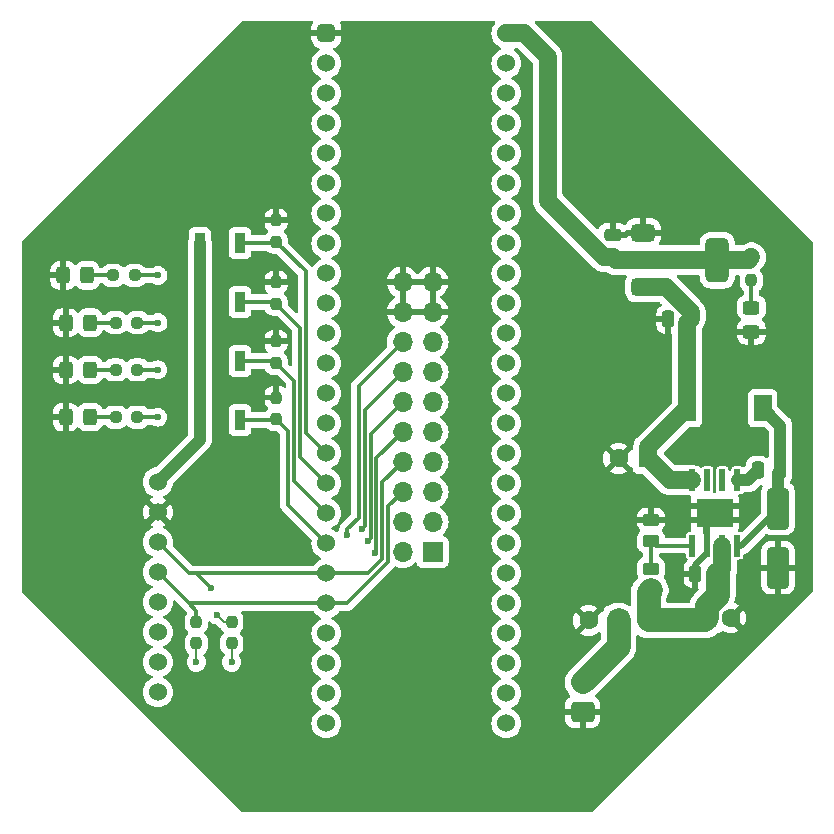
<source format=gbr>
%TF.GenerationSoftware,KiCad,Pcbnew,8.0.1*%
%TF.CreationDate,2024-04-19T02:33:02-07:00*%
%TF.ProjectId,CMOD_A7_Upper,434d4f44-5f41-4375-9f55-707065722e6b,rev?*%
%TF.SameCoordinates,Original*%
%TF.FileFunction,Copper,L1,Top*%
%TF.FilePolarity,Positive*%
%FSLAX46Y46*%
G04 Gerber Fmt 4.6, Leading zero omitted, Abs format (unit mm)*
G04 Created by KiCad (PCBNEW 8.0.1) date 2024-04-19 02:33:02*
%MOMM*%
%LPD*%
G01*
G04 APERTURE LIST*
G04 Aperture macros list*
%AMRoundRect*
0 Rectangle with rounded corners*
0 $1 Rounding radius*
0 $2 $3 $4 $5 $6 $7 $8 $9 X,Y pos of 4 corners*
0 Add a 4 corners polygon primitive as box body*
4,1,4,$2,$3,$4,$5,$6,$7,$8,$9,$2,$3,0*
0 Add four circle primitives for the rounded corners*
1,1,$1+$1,$2,$3*
1,1,$1+$1,$4,$5*
1,1,$1+$1,$6,$7*
1,1,$1+$1,$8,$9*
0 Add four rect primitives between the rounded corners*
20,1,$1+$1,$2,$3,$4,$5,0*
20,1,$1+$1,$4,$5,$6,$7,0*
20,1,$1+$1,$6,$7,$8,$9,0*
20,1,$1+$1,$8,$9,$2,$3,0*%
G04 Aperture macros list end*
%TA.AperFunction,SMDPad,CuDef*%
%ADD10RoundRect,0.237500X0.237500X-0.250000X0.237500X0.250000X-0.237500X0.250000X-0.237500X-0.250000X0*%
%TD*%
%TA.AperFunction,SMDPad,CuDef*%
%ADD11RoundRect,0.237500X0.250000X0.237500X-0.250000X0.237500X-0.250000X-0.237500X0.250000X-0.237500X0*%
%TD*%
%TA.AperFunction,SMDPad,CuDef*%
%ADD12RoundRect,0.250000X-0.325000X-0.450000X0.325000X-0.450000X0.325000X0.450000X-0.325000X0.450000X0*%
%TD*%
%TA.AperFunction,SMDPad,CuDef*%
%ADD13RoundRect,0.250000X0.475000X-0.250000X0.475000X0.250000X-0.475000X0.250000X-0.475000X-0.250000X0*%
%TD*%
%TA.AperFunction,SMDPad,CuDef*%
%ADD14RoundRect,0.250000X-0.250000X-0.475000X0.250000X-0.475000X0.250000X0.475000X-0.250000X0.475000X0*%
%TD*%
%TA.AperFunction,SMDPad,CuDef*%
%ADD15RoundRect,0.250000X0.450000X-0.262500X0.450000X0.262500X-0.450000X0.262500X-0.450000X-0.262500X0*%
%TD*%
%TA.AperFunction,SMDPad,CuDef*%
%ADD16RoundRect,0.237500X-0.237500X0.250000X-0.237500X-0.250000X0.237500X-0.250000X0.237500X0.250000X0*%
%TD*%
%TA.AperFunction,SMDPad,CuDef*%
%ADD17R,0.900000X1.700000*%
%TD*%
%TA.AperFunction,ComponentPad*%
%ADD18R,1.600000X1.600000*%
%TD*%
%TA.AperFunction,ComponentPad*%
%ADD19C,1.600000*%
%TD*%
%TA.AperFunction,SMDPad,CuDef*%
%ADD20R,0.610000X1.910000*%
%TD*%
%TA.AperFunction,SMDPad,CuDef*%
%ADD21R,1.550000X1.205000*%
%TD*%
%TA.AperFunction,SMDPad,CuDef*%
%ADD22R,1.500000X2.200000*%
%TD*%
%TA.AperFunction,ComponentPad*%
%ADD23C,1.524000*%
%TD*%
%TA.AperFunction,ComponentPad*%
%ADD24RoundRect,0.381000X0.381000X0.381000X-0.381000X0.381000X-0.381000X-0.381000X0.381000X-0.381000X0*%
%TD*%
%TA.AperFunction,SMDPad,CuDef*%
%ADD25RoundRect,0.250000X0.450000X-0.325000X0.450000X0.325000X-0.450000X0.325000X-0.450000X-0.325000X0*%
%TD*%
%TA.AperFunction,SMDPad,CuDef*%
%ADD26RoundRect,0.375000X-0.625000X-0.375000X0.625000X-0.375000X0.625000X0.375000X-0.625000X0.375000X0*%
%TD*%
%TA.AperFunction,SMDPad,CuDef*%
%ADD27RoundRect,0.500000X-0.500000X-1.400000X0.500000X-1.400000X0.500000X1.400000X-0.500000X1.400000X0*%
%TD*%
%TA.AperFunction,SMDPad,CuDef*%
%ADD28RoundRect,0.250000X0.250000X0.475000X-0.250000X0.475000X-0.250000X-0.475000X0.250000X-0.475000X0*%
%TD*%
%TA.AperFunction,ComponentPad*%
%ADD29R,1.500000X1.500000*%
%TD*%
%TA.AperFunction,SMDPad,CuDef*%
%ADD30RoundRect,0.250000X-0.650000X1.500000X-0.650000X-1.500000X0.650000X-1.500000X0.650000X1.500000X0*%
%TD*%
%TA.AperFunction,ComponentPad*%
%ADD31RoundRect,0.250000X0.725000X-0.600000X0.725000X0.600000X-0.725000X0.600000X-0.725000X-0.600000X0*%
%TD*%
%TA.AperFunction,ComponentPad*%
%ADD32O,1.950000X1.700000*%
%TD*%
%TA.AperFunction,ComponentPad*%
%ADD33R,1.700000X1.700000*%
%TD*%
%TA.AperFunction,ComponentPad*%
%ADD34O,1.700000X1.700000*%
%TD*%
%TA.AperFunction,ViaPad*%
%ADD35C,0.600000*%
%TD*%
%TA.AperFunction,Conductor*%
%ADD36C,0.500000*%
%TD*%
%TA.AperFunction,Conductor*%
%ADD37C,2.000000*%
%TD*%
%TA.AperFunction,Conductor*%
%ADD38C,1.500000*%
%TD*%
%TA.AperFunction,Conductor*%
%ADD39C,1.000000*%
%TD*%
%TA.AperFunction,Conductor*%
%ADD40C,0.200000*%
%TD*%
%TA.AperFunction,Conductor*%
%ADD41C,0.300000*%
%TD*%
G04 APERTURE END LIST*
D10*
%TO.P,R1,1*%
%TO.N,+3.3V*%
X121250000Y-109162500D03*
%TO.P,R1,2*%
%TO.N,/SDA*%
X121250000Y-107337500D03*
%TD*%
D11*
%TO.P,R11,1*%
%TO.N,/LED11*%
X116025000Y-78000000D03*
%TO.P,R11,2*%
%TO.N,Net-(D5-A)*%
X114200000Y-78000000D03*
%TD*%
D12*
%TO.P,D4,1,K*%
%TO.N,GND*%
X110200000Y-82000000D03*
%TO.P,D4,2,A*%
%TO.N,Net-(D4-A)*%
X112250000Y-82000000D03*
%TD*%
D13*
%TO.P,C9,1*%
%TO.N,+3.3V*%
X156500000Y-76450000D03*
%TO.P,C9,2*%
%TO.N,GND*%
X156500000Y-74550000D03*
%TD*%
D14*
%TO.P,C7,1*%
%TO.N,Net-(U1-BOOT)*%
X168800000Y-94500000D03*
%TO.P,C7,2*%
%TO.N,Net-(D1-K)*%
X170700000Y-94500000D03*
%TD*%
D15*
%TO.P,R2,1*%
%TO.N,/12V_5V*%
X159750000Y-104662500D03*
%TO.P,R2,2*%
%TO.N,Net-(U1-EN)*%
X159750000Y-102837500D03*
%TD*%
D11*
%TO.P,R9,1*%
%TO.N,/LED01*%
X116250000Y-86000000D03*
%TO.P,R9,2*%
%TO.N,Net-(D3-A)*%
X114425000Y-86000000D03*
%TD*%
D10*
%TO.P,R16,1*%
%TO.N,/BTN10*%
X128000000Y-80412500D03*
%TO.P,R16,2*%
%TO.N,GND*%
X128000000Y-78587500D03*
%TD*%
D16*
%TO.P,R13,1*%
%TO.N,+3.3V*%
X168250000Y-76587500D03*
%TO.P,R13,2*%
%TO.N,Net-(D6-A)*%
X168250000Y-78412500D03*
%TD*%
D10*
%TO.P,R18,1*%
%TO.N,/BTN11*%
X128000000Y-75162500D03*
%TO.P,R18,2*%
%TO.N,GND*%
X128000000Y-73337500D03*
%TD*%
D17*
%TO.P,SW7,1,1*%
%TO.N,/BTN11*%
X124950000Y-75250000D03*
%TO.P,SW7,2,2*%
%TO.N,+3.3V*%
X121550000Y-75250000D03*
%TD*%
D12*
%TO.P,D3,1,K*%
%TO.N,GND*%
X110200000Y-86000000D03*
%TO.P,D3,2,A*%
%TO.N,Net-(D3-A)*%
X112250000Y-86000000D03*
%TD*%
D17*
%TO.P,SW4,1,1*%
%TO.N,/BTN00*%
X124950000Y-90250000D03*
%TO.P,SW4,2,2*%
%TO.N,+3.3V*%
X121550000Y-90250000D03*
%TD*%
D10*
%TO.P,R17,1*%
%TO.N,/BTN01*%
X128000000Y-85412500D03*
%TO.P,R17,2*%
%TO.N,GND*%
X128000000Y-83587500D03*
%TD*%
D18*
%TO.P,C8,1*%
%TO.N,+5V*%
X159500000Y-93500000D03*
D19*
%TO.P,C8,2*%
%TO.N,GND*%
X157000000Y-93500000D03*
%TD*%
D20*
%TO.P,U1,1,BOOT*%
%TO.N,Net-(U1-BOOT)*%
X167060000Y-95327500D03*
%TO.P,U1,2,NC*%
%TO.N,unconnected-(U1-NC-Pad2)*%
X165790000Y-95327500D03*
%TO.P,U1,3,NC*%
%TO.N,unconnected-(U1-NC-Pad3)*%
X164520000Y-95327500D03*
%TO.P,U1,4,FB*%
%TO.N,+5V*%
X163250000Y-95327500D03*
%TO.P,U1,5,EN*%
%TO.N,Net-(U1-EN)*%
X163250000Y-100887500D03*
%TO.P,U1,6,GND*%
%TO.N,GND*%
X164520000Y-100887500D03*
%TO.P,U1,7,VIN*%
%TO.N,/12V_5V*%
X165790000Y-100887500D03*
%TO.P,U1,8,SW*%
%TO.N,Net-(D1-K)*%
X167060000Y-100887500D03*
D21*
%TO.P,U1,9,EP*%
%TO.N,GND*%
X165930000Y-97505000D03*
X164380000Y-97505000D03*
X165930000Y-98710000D03*
X164380000Y-98710000D03*
%TD*%
D22*
%TO.P,L1,1,1*%
%TO.N,Net-(D1-K)*%
X169200000Y-89250000D03*
%TO.P,L1,2,2*%
%TO.N,+5V*%
X162800000Y-89250000D03*
%TD*%
D23*
%TO.P,U2,1,D1*%
%TO.N,/FPGA5*%
X147500000Y-115920000D03*
%TO.P,U2,2,D2*%
%TO.N,/FPGA4*%
X147500000Y-113380000D03*
%TO.P,U2,3,D3*%
%TO.N,/FPGA3*%
X147500000Y-110840000D03*
%TO.P,U2,4,D4*%
%TO.N,/FPGA2*%
X147500000Y-108300000D03*
%TO.P,U2,5,D5*%
%TO.N,/FPGA1*%
X147500000Y-105760000D03*
%TO.P,U2,6,D6*%
%TO.N,/FPGA0*%
X147500000Y-103220000D03*
%TO.P,U2,7,D7*%
%TO.N,unconnected-(U2-D7-Pad7)*%
X147500000Y-100680000D03*
%TO.P,U2,8,D8*%
%TO.N,unconnected-(U2-D8-Pad8)*%
X147500000Y-98140000D03*
%TO.P,U2,9,D9*%
%TO.N,unconnected-(U2-D9-Pad9)*%
X147500000Y-95600000D03*
%TO.P,U2,10,D10*%
%TO.N,unconnected-(U2-D10-Pad10)*%
X147500000Y-93060000D03*
%TO.P,U2,11,D11*%
%TO.N,unconnected-(U2-D11-Pad11)*%
X147500000Y-90520000D03*
%TO.P,U2,12,D12*%
%TO.N,unconnected-(U2-D12-Pad12)*%
X147500000Y-87980000D03*
%TO.P,U2,13,D13*%
%TO.N,unconnected-(U2-D13-Pad13)*%
X147500000Y-85440000D03*
%TO.P,U2,14,D14*%
%TO.N,unconnected-(U2-D14-Pad14)*%
X147500000Y-82900000D03*
%TO.P,U2,15,A1*%
%TO.N,unconnected-(U2-A1-Pad15)*%
X147500000Y-80360000D03*
%TO.P,U2,16,A2*%
%TO.N,unconnected-(U2-A2-Pad16)*%
X147500000Y-77820000D03*
%TO.P,U2,17,D17*%
%TO.N,unconnected-(U2-D17-Pad17)*%
X147500000Y-75280000D03*
%TO.P,U2,18,D18*%
%TO.N,unconnected-(U2-D18-Pad18)*%
X147500000Y-72740000D03*
%TO.P,U2,19,D19*%
%TO.N,unconnected-(U2-D19-Pad19)*%
X147500000Y-70200000D03*
%TO.P,U2,20,D20*%
%TO.N,unconnected-(U2-D20-Pad20)*%
X147500000Y-67660000D03*
%TO.P,U2,21,D21*%
%TO.N,unconnected-(U2-D21-Pad21)*%
X147500000Y-65120000D03*
%TO.P,U2,22,D22*%
%TO.N,unconnected-(U2-D22-Pad22)*%
X147500000Y-62580000D03*
%TO.P,U2,23,D23*%
%TO.N,unconnected-(U2-D23-Pad23)*%
X147500000Y-60040000D03*
%TO.P,U2,24,VIN*%
%TO.N,+3.3V*%
X147500000Y-57500000D03*
D24*
%TO.P,U2,25,GND*%
%TO.N,GND*%
X132260000Y-57500000D03*
D23*
%TO.P,U2,26,D26*%
%TO.N,unconnected-(U2-D26-Pad26)*%
X132260000Y-60040000D03*
%TO.P,U2,27,D27*%
%TO.N,unconnected-(U2-D27-Pad27)*%
X132260000Y-62580000D03*
%TO.P,U2,28,D28*%
%TO.N,unconnected-(U2-D28-Pad28)*%
X132260000Y-65120000D03*
%TO.P,U2,29,D29*%
%TO.N,unconnected-(U2-D29-Pad29)*%
X132260000Y-67660000D03*
%TO.P,U2,30,D30*%
%TO.N,unconnected-(U2-D30-Pad30)*%
X132260000Y-70200000D03*
%TO.P,U2,31,D31*%
%TO.N,unconnected-(U2-D31-Pad31)*%
X132260000Y-72740000D03*
%TO.P,U2,32,D32*%
%TO.N,unconnected-(U2-D32-Pad32)*%
X132260000Y-75280000D03*
%TO.P,U2,33,D33*%
%TO.N,unconnected-(U2-D33-Pad33)*%
X132260000Y-77820000D03*
%TO.P,U2,34,D34*%
%TO.N,unconnected-(U2-D34-Pad34)*%
X132260000Y-80360000D03*
%TO.P,U2,35,D35*%
%TO.N,/LED11*%
X132260000Y-82900000D03*
%TO.P,U2,36,D36*%
%TO.N,/LED10*%
X132260000Y-85440000D03*
%TO.P,U2,37,D37*%
%TO.N,/LED01*%
X132260000Y-87980000D03*
%TO.P,U2,38,D38*%
%TO.N,/LED00*%
X132260000Y-90520000D03*
%TO.P,U2,39,D39*%
%TO.N,/BTN11*%
X132260000Y-93060000D03*
%TO.P,U2,40,D40*%
%TO.N,/BTN10*%
X132260000Y-95600000D03*
%TO.P,U2,41,D41*%
%TO.N,/BTN01*%
X132260000Y-98140000D03*
%TO.P,U2,42,D42*%
%TO.N,/BTN00*%
X132260000Y-100680000D03*
%TO.P,U2,43,D43*%
%TO.N,/SCL*%
X132260000Y-103220000D03*
%TO.P,U2,44,D44*%
%TO.N,/SDA*%
X132260000Y-105760000D03*
%TO.P,U2,45,D45*%
%TO.N,/FPGA6*%
X132260000Y-108300000D03*
%TO.P,U2,46,D46*%
%TO.N,/FPGA7*%
X132260000Y-110840000D03*
%TO.P,U2,47,D47*%
%TO.N,/FPGA8*%
X132260000Y-113380000D03*
%TO.P,U2,48,D48*%
%TO.N,/FPGA9*%
X132260000Y-115920000D03*
%TD*%
D15*
%TO.P,R3,1*%
%TO.N,Net-(U1-EN)*%
X159750000Y-100500000D03*
%TO.P,R3,2*%
%TO.N,GND*%
X159750000Y-98675000D03*
%TD*%
D25*
%TO.P,D6,1,K*%
%TO.N,GND*%
X168250000Y-82775000D03*
%TO.P,D6,2,A*%
%TO.N,Net-(D6-A)*%
X168250000Y-80725000D03*
%TD*%
D26*
%TO.P,U3,1,GND*%
%TO.N,GND*%
X159060000Y-74410000D03*
%TO.P,U3,2,VO*%
%TO.N,+3.3V*%
X159060000Y-76710000D03*
D27*
X165360000Y-76710000D03*
D26*
%TO.P,U3,3,VI*%
%TO.N,+5V*%
X159060000Y-79010000D03*
%TD*%
D12*
%TO.P,D2,1,K*%
%TO.N,GND*%
X110200000Y-90000000D03*
%TO.P,D2,2,A*%
%TO.N,Net-(D2-A)*%
X112250000Y-90000000D03*
%TD*%
D10*
%TO.P,R4,1*%
%TO.N,+3.3V*%
X124250000Y-109162500D03*
%TO.P,R4,2*%
%TO.N,/SCL*%
X124250000Y-107337500D03*
%TD*%
D12*
%TO.P,D5,1,K*%
%TO.N,GND*%
X109975000Y-78000000D03*
%TO.P,D5,2,A*%
%TO.N,Net-(D5-A)*%
X112025000Y-78000000D03*
%TD*%
D28*
%TO.P,C5,1*%
%TO.N,/12V_5V*%
X165400000Y-103250000D03*
%TO.P,C5,2*%
%TO.N,GND*%
X163500000Y-103250000D03*
%TD*%
D18*
%TO.P,C3,1*%
%TO.N,/12V_5V*%
X164500000Y-107000000D03*
D19*
%TO.P,C3,2*%
%TO.N,GND*%
X166500000Y-107000000D03*
%TD*%
D23*
%TO.P,U4,ADC,ADC*%
%TO.N,unconnected-(U4-PadADC)*%
X118000000Y-105660000D03*
%TO.P,U4,BOOT,BOOT*%
%TO.N,unconnected-(U4-PadBOOT)*%
X118000000Y-110740000D03*
%TO.P,U4,GND,GND*%
%TO.N,GND*%
X118000000Y-98040000D03*
%TO.P,U4,INT,INT*%
%TO.N,unconnected-(U4-PadINT)*%
X118000000Y-108200000D03*
%TO.P,U4,RST,RST*%
%TO.N,unconnected-(U4-PadRST)*%
X118000000Y-113280000D03*
%TO.P,U4,SCL,SCL*%
%TO.N,/SCL*%
X118000000Y-100580000D03*
%TO.P,U4,SDA,SDA*%
%TO.N,/SDA*%
X118000000Y-103120000D03*
%TO.P,U4,VIN,VIN*%
%TO.N,+3.3V*%
X118000000Y-95500000D03*
%TD*%
D29*
%TO.P,SW1,1,A*%
%TO.N,+12V*%
X157000000Y-107210000D03*
D19*
%TO.P,SW1,2,B*%
%TO.N,/12V_5V*%
X159540000Y-107210000D03*
%TO.P,SW1,3,C*%
%TO.N,GND*%
X154460000Y-107210000D03*
%TD*%
D17*
%TO.P,SW5,1,1*%
%TO.N,/BTN10*%
X124950000Y-80250000D03*
%TO.P,SW5,2,2*%
%TO.N,+3.3V*%
X121550000Y-80250000D03*
%TD*%
D30*
%TO.P,D1,1,K*%
%TO.N,Net-(D1-K)*%
X170500000Y-97750000D03*
%TO.P,D1,2,A*%
%TO.N,GND*%
X170500000Y-102750000D03*
%TD*%
D11*
%TO.P,R8,1*%
%TO.N,/LED00*%
X116250000Y-90000000D03*
%TO.P,R8,2*%
%TO.N,Net-(D2-A)*%
X114425000Y-90000000D03*
%TD*%
%TO.P,R10,1*%
%TO.N,/LED10*%
X116250000Y-82000000D03*
%TO.P,R10,2*%
%TO.N,Net-(D4-A)*%
X114425000Y-82000000D03*
%TD*%
D17*
%TO.P,SW6,1,1*%
%TO.N,/BTN01*%
X124950000Y-85250000D03*
%TO.P,SW6,2,2*%
%TO.N,+3.3V*%
X121550000Y-85250000D03*
%TD*%
D10*
%TO.P,R15,1*%
%TO.N,/BTN00*%
X128000000Y-90162500D03*
%TO.P,R15,2*%
%TO.N,GND*%
X128000000Y-88337500D03*
%TD*%
D31*
%TO.P,J1,1,Pin_1*%
%TO.N,GND*%
X153960000Y-114960000D03*
D32*
%TO.P,J1,2,Pin_2*%
%TO.N,+12V*%
X153960000Y-112460000D03*
%TD*%
D28*
%TO.P,C6,1*%
%TO.N,+5V*%
X163110000Y-81710000D03*
%TO.P,C6,2*%
%TO.N,GND*%
X161210000Y-81710000D03*
%TD*%
D33*
%TO.P,J2,1,Pin_1*%
%TO.N,+12V*%
X141250000Y-101410000D03*
D34*
%TO.P,J2,2,Pin_2*%
%TO.N,+3.3V*%
X138710000Y-101410000D03*
%TO.P,J2,3,Pin_3*%
%TO.N,+12V*%
X141250000Y-98870000D03*
%TO.P,J2,4,Pin_4*%
%TO.N,+3.3V*%
X138710000Y-98870000D03*
%TO.P,J2,5,Pin_5*%
%TO.N,/FPGA5*%
X141250000Y-96330000D03*
%TO.P,J2,6,Pin_6*%
%TO.N,/SDA*%
X138710000Y-96330000D03*
%TO.P,J2,7,Pin_7*%
%TO.N,/FPGA4*%
X141250000Y-93790000D03*
%TO.P,J2,8,Pin_8*%
%TO.N,/SCL*%
X138710000Y-93790000D03*
%TO.P,J2,9,Pin_9*%
%TO.N,/FPGA3*%
X141250000Y-91250000D03*
%TO.P,J2,10,Pin_10*%
%TO.N,/FPGA9*%
X138710000Y-91250000D03*
%TO.P,J2,11,Pin_11*%
%TO.N,/FPGA2*%
X141250000Y-88710000D03*
%TO.P,J2,12,Pin_12*%
%TO.N,/FPGA8*%
X138710000Y-88710000D03*
%TO.P,J2,13,Pin_13*%
%TO.N,/FPGA1*%
X141250000Y-86170000D03*
%TO.P,J2,14,Pin_14*%
%TO.N,/FPGA7*%
X138710000Y-86170000D03*
%TO.P,J2,15,Pin_15*%
%TO.N,/FPGA0*%
X141250000Y-83630000D03*
%TO.P,J2,16,Pin_16*%
%TO.N,/FPGA6*%
X138710000Y-83630000D03*
%TO.P,J2,17,Pin_17*%
%TO.N,GND*%
X141250000Y-81090000D03*
%TO.P,J2,18,Pin_18*%
X138710000Y-81090000D03*
%TO.P,J2,19,Pin_19*%
X141250000Y-78550000D03*
%TO.P,J2,20,Pin_20*%
X138710000Y-78550000D03*
%TD*%
D35*
%TO.N,GND*%
X159250000Y-83250000D03*
X162000000Y-104500000D03*
X172750000Y-97750000D03*
X117500000Y-79750000D03*
X165500000Y-82250000D03*
X126500000Y-82000000D03*
X135000000Y-59000000D03*
X144250000Y-67500000D03*
X156250000Y-98500000D03*
X126500000Y-86750000D03*
X126750000Y-77000000D03*
X161750000Y-98000000D03*
X168250000Y-104500000D03*
X161000000Y-111000000D03*
X165000000Y-71500000D03*
X126500000Y-88750000D03*
X117500000Y-88250000D03*
X150750000Y-108500000D03*
X171250000Y-82500000D03*
X172500000Y-90750000D03*
X117500000Y-83750000D03*
%TO.N,+3.3V*%
X121250000Y-110750000D03*
X124250000Y-110750000D03*
%TO.N,/FPGA6*%
X134000000Y-100000000D03*
%TO.N,/FPGA8*%
X135750000Y-100500000D03*
%TO.N,/SCL*%
X122500000Y-104500000D03*
X123000000Y-106750000D03*
%TO.N,/FPGA9*%
X136350000Y-101500000D03*
%TO.N,/FPGA7*%
X135250000Y-99500000D03*
%TO.N,/LED00*%
X117975000Y-90000000D03*
%TO.N,/LED01*%
X117975000Y-86000000D03*
%TO.N,/LED10*%
X118000000Y-82000000D03*
%TO.N,/LED11*%
X118000000Y-78000000D03*
%TD*%
D36*
%TO.N,GND*%
X163500000Y-102557500D02*
X163500000Y-103250000D01*
X164520000Y-98850000D02*
X164380000Y-98710000D01*
X164520000Y-101537500D02*
X163500000Y-102557500D01*
X164520000Y-100887500D02*
X164520000Y-101537500D01*
X164520000Y-100887500D02*
X164520000Y-98850000D01*
D37*
%TO.N,/12V_5V*%
X159540000Y-107210000D02*
X164290000Y-107210000D01*
X164500000Y-106000000D02*
X165400000Y-105100000D01*
X164290000Y-107210000D02*
X164500000Y-107000000D01*
D38*
X165790000Y-102860000D02*
X165400000Y-103250000D01*
D37*
X165400000Y-105100000D02*
X165400000Y-103250000D01*
X164500000Y-107000000D02*
X164500000Y-106000000D01*
X159540000Y-104872500D02*
X159750000Y-104662500D01*
X159540000Y-107210000D02*
X159540000Y-104872500D01*
D38*
X165790000Y-100887500D02*
X165790000Y-102860000D01*
%TO.N,+5V*%
X162800000Y-89250000D02*
X162800000Y-82020000D01*
X163110000Y-81710000D02*
X163110000Y-81110000D01*
X161327500Y-95327500D02*
X159500000Y-93500000D01*
X159500000Y-93500000D02*
X159500000Y-92550000D01*
X163250000Y-95327500D02*
X161327500Y-95327500D01*
X161010000Y-79010000D02*
X159060000Y-79010000D01*
X159500000Y-92550000D02*
X162800000Y-89250000D01*
X162800000Y-82020000D02*
X163110000Y-81710000D01*
X163110000Y-81110000D02*
X161010000Y-79010000D01*
D39*
%TO.N,Net-(D1-K)*%
X170700000Y-94500000D02*
X170700000Y-90750000D01*
X170500000Y-97750000D02*
X170500000Y-94700000D01*
X170700000Y-90750000D02*
X169200000Y-89250000D01*
X170500000Y-94700000D02*
X170700000Y-94500000D01*
D36*
X167362500Y-100887500D02*
X170500000Y-97750000D01*
X167060000Y-100887500D02*
X167362500Y-100887500D01*
D39*
%TO.N,Net-(U1-BOOT)*%
X167972500Y-95327500D02*
X168800000Y-94500000D01*
X167060000Y-95327500D02*
X167972500Y-95327500D01*
D38*
%TO.N,+3.3V*%
X156500000Y-76450000D02*
X155775000Y-76450000D01*
X149000000Y-57500000D02*
X147500000Y-57500000D01*
D39*
X121550000Y-85250000D02*
X121550000Y-90250000D01*
D38*
X151000000Y-59500000D02*
X149000000Y-57500000D01*
D40*
X121250000Y-109162500D02*
X121250000Y-110750000D01*
D39*
X121550000Y-75250000D02*
X121550000Y-80250000D01*
X121550000Y-91950000D02*
X118000000Y-95500000D01*
D38*
X155775000Y-76450000D02*
X151000000Y-71675000D01*
X159060000Y-76710000D02*
X165360000Y-76710000D01*
D40*
X124250000Y-109162500D02*
X124250000Y-110750000D01*
D39*
X121550000Y-90250000D02*
X121550000Y-91950000D01*
D38*
X151000000Y-71675000D02*
X151000000Y-59500000D01*
X156760000Y-76710000D02*
X156500000Y-76450000D01*
X165360000Y-76710000D02*
X168002500Y-76710000D01*
X159060000Y-76710000D02*
X156760000Y-76710000D01*
X168002500Y-76710000D02*
X168250000Y-76462500D01*
D39*
X121550000Y-80250000D02*
X121550000Y-85250000D01*
D41*
%TO.N,Net-(D2-A)*%
X112250000Y-90000000D02*
X114425000Y-90000000D01*
%TO.N,Net-(D3-A)*%
X112250000Y-86000000D02*
X114425000Y-86000000D01*
%TO.N,Net-(D4-A)*%
X112250000Y-82000000D02*
X114425000Y-82000000D01*
%TO.N,Net-(D5-A)*%
X112025000Y-78000000D02*
X114200000Y-78000000D01*
%TO.N,Net-(D6-A)*%
X168250000Y-78537500D02*
X168250000Y-80725000D01*
D37*
%TO.N,+12V*%
X157000000Y-109420000D02*
X157000000Y-107210000D01*
X153960000Y-112460000D02*
X157000000Y-109420000D01*
D41*
%TO.N,/FPGA6*%
X138710000Y-83630000D02*
X135000000Y-87340000D01*
X135000000Y-87340000D02*
X135000000Y-97000000D01*
X135000000Y-97000000D02*
X135000000Y-98500000D01*
X135000000Y-98500000D02*
X134000000Y-99500000D01*
X134000000Y-99500000D02*
X134000000Y-100000000D01*
%TO.N,/SDA*%
X137500000Y-102250000D02*
X133990000Y-105760000D01*
X132260000Y-105760000D02*
X120640000Y-105760000D01*
X121250000Y-106370000D02*
X121250000Y-107337500D01*
X133990000Y-105760000D02*
X132260000Y-105760000D01*
X120640000Y-105760000D02*
X118000000Y-103120000D01*
X138710000Y-96330000D02*
X137500000Y-97540000D01*
X120640000Y-105760000D02*
X121250000Y-106370000D01*
X137500000Y-97540000D02*
X137500000Y-102250000D01*
%TO.N,/FPGA8*%
X136000000Y-100250000D02*
X136000000Y-91420000D01*
X135750000Y-100500000D02*
X136000000Y-100250000D01*
X136000000Y-91420000D02*
X138710000Y-88710000D01*
D40*
%TO.N,/SCL*%
X123587500Y-107337500D02*
X123000000Y-106750000D01*
D41*
X137000000Y-102000000D02*
X135780000Y-103220000D01*
X120640000Y-103220000D02*
X121220000Y-103220000D01*
X135780000Y-103220000D02*
X132260000Y-103220000D01*
D40*
X124250000Y-107337500D02*
X123587500Y-107337500D01*
D41*
X132260000Y-103220000D02*
X120640000Y-103220000D01*
X138710000Y-93790000D02*
X137000000Y-95500000D01*
X120640000Y-103220000D02*
X118000000Y-100580000D01*
X121220000Y-103220000D02*
X122500000Y-104500000D01*
X137000000Y-95500000D02*
X137000000Y-102000000D01*
%TO.N,/FPGA9*%
X136500000Y-101350000D02*
X136500000Y-93460000D01*
X136500000Y-93460000D02*
X138710000Y-91250000D01*
X136350000Y-101500000D02*
X136500000Y-101350000D01*
%TO.N,/FPGA7*%
X135500000Y-89380000D02*
X138710000Y-86170000D01*
X135500000Y-99250000D02*
X135500000Y-89380000D01*
X135250000Y-99500000D02*
X135500000Y-99250000D01*
%TO.N,Net-(U1-EN)*%
X160137500Y-100887500D02*
X159750000Y-100500000D01*
X163250000Y-100887500D02*
X160137500Y-100887500D01*
X159750000Y-100500000D02*
X159750000Y-102837500D01*
%TO.N,/LED00*%
X116250000Y-90000000D02*
X117975000Y-90000000D01*
%TO.N,/LED01*%
X116250000Y-86000000D02*
X117975000Y-86000000D01*
%TO.N,/LED10*%
X116250000Y-82000000D02*
X118000000Y-82000000D01*
%TO.N,/LED11*%
X116025000Y-78000000D02*
X118000000Y-78000000D01*
%TO.N,/BTN00*%
X129000000Y-91162500D02*
X129000000Y-97420000D01*
X127912500Y-90250000D02*
X128000000Y-90162500D01*
X128000000Y-90162500D02*
X129000000Y-91162500D01*
X124950000Y-90250000D02*
X127912500Y-90250000D01*
X129000000Y-97420000D02*
X132260000Y-100680000D01*
%TO.N,/BTN10*%
X124950000Y-80250000D02*
X127837500Y-80250000D01*
X130000000Y-93340000D02*
X132260000Y-95600000D01*
X128000000Y-80412500D02*
X130000000Y-82412500D01*
X130000000Y-82412500D02*
X130000000Y-93340000D01*
X127837500Y-80250000D02*
X128000000Y-80412500D01*
%TO.N,/BTN01*%
X129500000Y-95380000D02*
X132260000Y-98140000D01*
X127837500Y-85250000D02*
X128000000Y-85412500D01*
X129500000Y-86912500D02*
X129500000Y-95380000D01*
X128000000Y-85412500D02*
X129500000Y-86912500D01*
X124950000Y-85250000D02*
X127837500Y-85250000D01*
%TO.N,/BTN11*%
X127912500Y-75250000D02*
X128000000Y-75162500D01*
X130500000Y-91300000D02*
X132260000Y-93060000D01*
X124950000Y-75250000D02*
X127912500Y-75250000D01*
X128000000Y-75162500D02*
X130500000Y-77662500D01*
X130500000Y-77662500D02*
X130500000Y-91300000D01*
%TD*%
%TA.AperFunction,Conductor*%
%TO.N,GND*%
G36*
X131089315Y-56480185D02*
G01*
X131135070Y-56532989D01*
X131145014Y-56602147D01*
X131133364Y-56639595D01*
X131047165Y-56813397D01*
X131000918Y-56999359D01*
X130998000Y-57042395D01*
X130998000Y-57250000D01*
X131971184Y-57250000D01*
X131955124Y-57266060D01*
X131904964Y-57352939D01*
X131879000Y-57449840D01*
X131879000Y-57550160D01*
X131904964Y-57647061D01*
X131955124Y-57733940D01*
X131971184Y-57750000D01*
X130998001Y-57750000D01*
X130998001Y-57957609D01*
X131000917Y-58000632D01*
X131000917Y-58000634D01*
X131047165Y-58186602D01*
X131132307Y-58358275D01*
X131252365Y-58507633D01*
X131252366Y-58507634D01*
X131401725Y-58627692D01*
X131401724Y-58627692D01*
X131573398Y-58712834D01*
X131590293Y-58717036D01*
X131650601Y-58752317D01*
X131682261Y-58814602D01*
X131675221Y-58884116D01*
X131631716Y-58938789D01*
X131630286Y-58939702D01*
X131445377Y-59069175D01*
X131289175Y-59225377D01*
X131162466Y-59406338D01*
X131162465Y-59406340D01*
X131069107Y-59606548D01*
X131069104Y-59606554D01*
X131011930Y-59819929D01*
X131011929Y-59819937D01*
X130992677Y-60039997D01*
X130992677Y-60040002D01*
X131011929Y-60260062D01*
X131011930Y-60260070D01*
X131069104Y-60473445D01*
X131069105Y-60473447D01*
X131069106Y-60473450D01*
X131162466Y-60673662D01*
X131162468Y-60673666D01*
X131289170Y-60854615D01*
X131289175Y-60854621D01*
X131445378Y-61010824D01*
X131445384Y-61010829D01*
X131626333Y-61137531D01*
X131626335Y-61137532D01*
X131626338Y-61137534D01*
X131745748Y-61193215D01*
X131755189Y-61197618D01*
X131807628Y-61243790D01*
X131826780Y-61310984D01*
X131806564Y-61377865D01*
X131755189Y-61422382D01*
X131626340Y-61482465D01*
X131626338Y-61482466D01*
X131445377Y-61609175D01*
X131289175Y-61765377D01*
X131162466Y-61946338D01*
X131162465Y-61946340D01*
X131069107Y-62146548D01*
X131069104Y-62146554D01*
X131011930Y-62359929D01*
X131011929Y-62359937D01*
X130992677Y-62579997D01*
X130992677Y-62580002D01*
X131011929Y-62800062D01*
X131011930Y-62800070D01*
X131069104Y-63013445D01*
X131069105Y-63013447D01*
X131069106Y-63013450D01*
X131162466Y-63213662D01*
X131162468Y-63213666D01*
X131289170Y-63394615D01*
X131289175Y-63394621D01*
X131445378Y-63550824D01*
X131445384Y-63550829D01*
X131626333Y-63677531D01*
X131626335Y-63677532D01*
X131626338Y-63677534D01*
X131745748Y-63733215D01*
X131755189Y-63737618D01*
X131807628Y-63783790D01*
X131826780Y-63850984D01*
X131806564Y-63917865D01*
X131755189Y-63962382D01*
X131626340Y-64022465D01*
X131626338Y-64022466D01*
X131445377Y-64149175D01*
X131289175Y-64305377D01*
X131162466Y-64486338D01*
X131162465Y-64486340D01*
X131069107Y-64686548D01*
X131069104Y-64686554D01*
X131011930Y-64899929D01*
X131011929Y-64899937D01*
X130992677Y-65119997D01*
X130992677Y-65120002D01*
X131011929Y-65340062D01*
X131011930Y-65340070D01*
X131069104Y-65553445D01*
X131069105Y-65553447D01*
X131069106Y-65553450D01*
X131162466Y-65753662D01*
X131162468Y-65753666D01*
X131289170Y-65934615D01*
X131289175Y-65934621D01*
X131445378Y-66090824D01*
X131445384Y-66090829D01*
X131626333Y-66217531D01*
X131626335Y-66217532D01*
X131626338Y-66217534D01*
X131745748Y-66273215D01*
X131755189Y-66277618D01*
X131807628Y-66323790D01*
X131826780Y-66390984D01*
X131806564Y-66457865D01*
X131755189Y-66502382D01*
X131626340Y-66562465D01*
X131626338Y-66562466D01*
X131445377Y-66689175D01*
X131289175Y-66845377D01*
X131162466Y-67026338D01*
X131162465Y-67026340D01*
X131069107Y-67226548D01*
X131069104Y-67226554D01*
X131011930Y-67439929D01*
X131011929Y-67439937D01*
X130992677Y-67659997D01*
X130992677Y-67660002D01*
X131011929Y-67880062D01*
X131011930Y-67880070D01*
X131069104Y-68093445D01*
X131069105Y-68093447D01*
X131069106Y-68093450D01*
X131162466Y-68293662D01*
X131162468Y-68293666D01*
X131289170Y-68474615D01*
X131289175Y-68474621D01*
X131445378Y-68630824D01*
X131445384Y-68630829D01*
X131626333Y-68757531D01*
X131626335Y-68757532D01*
X131626338Y-68757534D01*
X131745748Y-68813215D01*
X131755189Y-68817618D01*
X131807628Y-68863790D01*
X131826780Y-68930984D01*
X131806564Y-68997865D01*
X131755189Y-69042382D01*
X131626340Y-69102465D01*
X131626338Y-69102466D01*
X131445377Y-69229175D01*
X131289175Y-69385377D01*
X131162466Y-69566338D01*
X131162465Y-69566340D01*
X131069107Y-69766548D01*
X131069104Y-69766554D01*
X131011930Y-69979929D01*
X131011929Y-69979937D01*
X130992677Y-70199997D01*
X130992677Y-70200002D01*
X131011929Y-70420062D01*
X131011930Y-70420070D01*
X131069104Y-70633445D01*
X131069105Y-70633447D01*
X131069106Y-70633450D01*
X131162466Y-70833662D01*
X131162468Y-70833666D01*
X131289170Y-71014615D01*
X131289175Y-71014621D01*
X131445378Y-71170824D01*
X131445384Y-71170829D01*
X131626333Y-71297531D01*
X131626335Y-71297532D01*
X131626338Y-71297534D01*
X131745748Y-71353215D01*
X131755189Y-71357618D01*
X131807628Y-71403790D01*
X131826780Y-71470984D01*
X131806564Y-71537865D01*
X131755189Y-71582382D01*
X131626340Y-71642465D01*
X131626338Y-71642466D01*
X131445377Y-71769175D01*
X131289175Y-71925377D01*
X131162466Y-72106338D01*
X131162465Y-72106340D01*
X131069107Y-72306548D01*
X131069104Y-72306554D01*
X131011930Y-72519929D01*
X131011929Y-72519937D01*
X130992677Y-72739997D01*
X130992677Y-72740002D01*
X131011929Y-72960062D01*
X131011930Y-72960070D01*
X131069104Y-73173445D01*
X131069105Y-73173447D01*
X131069106Y-73173450D01*
X131125035Y-73293390D01*
X131162466Y-73373662D01*
X131162468Y-73373666D01*
X131289170Y-73554615D01*
X131289175Y-73554621D01*
X131445378Y-73710824D01*
X131445384Y-73710829D01*
X131626333Y-73837531D01*
X131626335Y-73837532D01*
X131626338Y-73837534D01*
X131745748Y-73893215D01*
X131755189Y-73897618D01*
X131807628Y-73943790D01*
X131826780Y-74010984D01*
X131806564Y-74077865D01*
X131755189Y-74122382D01*
X131626340Y-74182465D01*
X131626338Y-74182466D01*
X131445377Y-74309175D01*
X131289175Y-74465377D01*
X131162466Y-74646338D01*
X131162465Y-74646340D01*
X131069107Y-74846548D01*
X131069104Y-74846554D01*
X131011930Y-75059929D01*
X131011929Y-75059937D01*
X130992677Y-75279997D01*
X130992677Y-75280002D01*
X131011929Y-75500062D01*
X131011930Y-75500070D01*
X131069104Y-75713445D01*
X131069105Y-75713447D01*
X131069106Y-75713450D01*
X131161554Y-75911706D01*
X131162466Y-75913662D01*
X131162468Y-75913666D01*
X131289170Y-76094615D01*
X131289175Y-76094621D01*
X131445378Y-76250824D01*
X131445384Y-76250829D01*
X131626333Y-76377531D01*
X131626335Y-76377532D01*
X131626338Y-76377534D01*
X131745748Y-76433215D01*
X131755189Y-76437618D01*
X131807628Y-76483790D01*
X131826780Y-76550984D01*
X131806564Y-76617865D01*
X131755189Y-76662382D01*
X131626340Y-76722465D01*
X131626338Y-76722466D01*
X131445377Y-76849175D01*
X131289175Y-77005377D01*
X131159361Y-77190774D01*
X131158117Y-77189903D01*
X131112635Y-77233254D01*
X131044025Y-77246463D01*
X130979166Y-77220483D01*
X130968155Y-77210708D01*
X129011818Y-75254371D01*
X128978333Y-75193048D01*
X128975499Y-75166690D01*
X128975499Y-74863330D01*
X128975498Y-74863313D01*
X128965174Y-74762247D01*
X128958809Y-74743039D01*
X128910908Y-74598484D01*
X128820340Y-74451650D01*
X128706017Y-74337327D01*
X128672532Y-74276004D01*
X128677516Y-74206312D01*
X128706017Y-74161964D01*
X128819948Y-74048033D01*
X128910448Y-73901311D01*
X128910453Y-73901300D01*
X128964680Y-73737652D01*
X128974999Y-73636654D01*
X128975000Y-73636641D01*
X128975000Y-73587500D01*
X127025001Y-73587500D01*
X127025001Y-73636654D01*
X127035319Y-73737652D01*
X127089546Y-73901300D01*
X127089551Y-73901311D01*
X127180052Y-74048034D01*
X127180055Y-74048038D01*
X127293982Y-74161965D01*
X127327467Y-74223288D01*
X127322483Y-74292980D01*
X127293983Y-74337327D01*
X127179658Y-74451652D01*
X127124798Y-74540596D01*
X127072850Y-74587321D01*
X127019259Y-74599500D01*
X126024499Y-74599500D01*
X125957460Y-74579815D01*
X125911705Y-74527011D01*
X125900499Y-74475500D01*
X125900499Y-74352129D01*
X125900498Y-74352123D01*
X125900497Y-74352116D01*
X125894091Y-74292517D01*
X125890914Y-74284000D01*
X125843797Y-74157671D01*
X125843793Y-74157664D01*
X125757547Y-74042455D01*
X125757544Y-74042452D01*
X125642335Y-73956206D01*
X125642328Y-73956202D01*
X125507482Y-73905908D01*
X125507483Y-73905908D01*
X125447883Y-73899501D01*
X125447881Y-73899500D01*
X125447873Y-73899500D01*
X125447864Y-73899500D01*
X124452129Y-73899500D01*
X124452123Y-73899501D01*
X124392516Y-73905908D01*
X124257671Y-73956202D01*
X124257664Y-73956206D01*
X124142455Y-74042452D01*
X124142452Y-74042455D01*
X124056206Y-74157664D01*
X124056202Y-74157671D01*
X124005908Y-74292517D01*
X124001091Y-74337327D01*
X123999501Y-74352123D01*
X123999500Y-74352135D01*
X123999500Y-76147870D01*
X123999501Y-76147876D01*
X124005908Y-76207483D01*
X124056202Y-76342328D01*
X124056206Y-76342335D01*
X124142452Y-76457544D01*
X124142455Y-76457547D01*
X124257664Y-76543793D01*
X124257671Y-76543797D01*
X124392517Y-76594091D01*
X124392516Y-76594091D01*
X124399444Y-76594835D01*
X124452127Y-76600500D01*
X125447872Y-76600499D01*
X125507483Y-76594091D01*
X125642331Y-76543796D01*
X125757546Y-76457546D01*
X125843796Y-76342331D01*
X125894091Y-76207483D01*
X125900500Y-76147873D01*
X125900500Y-76024500D01*
X125920185Y-75957461D01*
X125972989Y-75911706D01*
X126024500Y-75900500D01*
X127155448Y-75900500D01*
X127222487Y-75920185D01*
X127243129Y-75936819D01*
X127301650Y-75995340D01*
X127448484Y-76085908D01*
X127612247Y-76140174D01*
X127713323Y-76150500D01*
X128016691Y-76150499D01*
X128083730Y-76170183D01*
X128104372Y-76186818D01*
X129813181Y-77895627D01*
X129846666Y-77956950D01*
X129849500Y-77983308D01*
X129849500Y-81042692D01*
X129829815Y-81109731D01*
X129777011Y-81155486D01*
X129707853Y-81165430D01*
X129644297Y-81136405D01*
X129637819Y-81130373D01*
X129011818Y-80504372D01*
X128978333Y-80443049D01*
X128975499Y-80416691D01*
X128975499Y-80113330D01*
X128975498Y-80113313D01*
X128965174Y-80012247D01*
X128938365Y-79931344D01*
X128910908Y-79848484D01*
X128820340Y-79701650D01*
X128706017Y-79587327D01*
X128672532Y-79526004D01*
X128677516Y-79456312D01*
X128706017Y-79411964D01*
X128819948Y-79298033D01*
X128910448Y-79151311D01*
X128910453Y-79151300D01*
X128964680Y-78987652D01*
X128974999Y-78886654D01*
X128975000Y-78886641D01*
X128975000Y-78837500D01*
X127025001Y-78837500D01*
X127025001Y-78886654D01*
X127035319Y-78987652D01*
X127089546Y-79151300D01*
X127089551Y-79151311D01*
X127180052Y-79298034D01*
X127180055Y-79298038D01*
X127269836Y-79387819D01*
X127303321Y-79449142D01*
X127298337Y-79518834D01*
X127256465Y-79574767D01*
X127191001Y-79599184D01*
X127182155Y-79599500D01*
X126024499Y-79599500D01*
X125957460Y-79579815D01*
X125911705Y-79527011D01*
X125900499Y-79475500D01*
X125900499Y-79352129D01*
X125900498Y-79352123D01*
X125900497Y-79352116D01*
X125895213Y-79302956D01*
X125894091Y-79292516D01*
X125843797Y-79157671D01*
X125843793Y-79157664D01*
X125757547Y-79042455D01*
X125757544Y-79042452D01*
X125642335Y-78956206D01*
X125642328Y-78956202D01*
X125507482Y-78905908D01*
X125507483Y-78905908D01*
X125447883Y-78899501D01*
X125447881Y-78899500D01*
X125447873Y-78899500D01*
X125447864Y-78899500D01*
X124452129Y-78899500D01*
X124452123Y-78899501D01*
X124392516Y-78905908D01*
X124257671Y-78956202D01*
X124257664Y-78956206D01*
X124142455Y-79042452D01*
X124142452Y-79042455D01*
X124056206Y-79157664D01*
X124056202Y-79157671D01*
X124005908Y-79292517D01*
X124000459Y-79343207D01*
X123999501Y-79352123D01*
X123999500Y-79352135D01*
X123999500Y-81147870D01*
X123999501Y-81147876D01*
X124005908Y-81207483D01*
X124056202Y-81342328D01*
X124056206Y-81342335D01*
X124142452Y-81457544D01*
X124142455Y-81457547D01*
X124257664Y-81543793D01*
X124257671Y-81543797D01*
X124392517Y-81594091D01*
X124392516Y-81594091D01*
X124399444Y-81594835D01*
X124452127Y-81600500D01*
X125447872Y-81600499D01*
X125507483Y-81594091D01*
X125642331Y-81543796D01*
X125757546Y-81457546D01*
X125843796Y-81342331D01*
X125894091Y-81207483D01*
X125900500Y-81147873D01*
X125900500Y-81024500D01*
X125920185Y-80957461D01*
X125972989Y-80911706D01*
X126024500Y-80900500D01*
X126974649Y-80900500D01*
X127041688Y-80920185D01*
X127087033Y-80972100D01*
X127089090Y-80976512D01*
X127089091Y-80976514D01*
X127089092Y-80976516D01*
X127179660Y-81123350D01*
X127301650Y-81245340D01*
X127448484Y-81335908D01*
X127612247Y-81390174D01*
X127713323Y-81400500D01*
X128016691Y-81400499D01*
X128083730Y-81420183D01*
X128104372Y-81436818D01*
X129313181Y-82645626D01*
X129346666Y-82706949D01*
X129349500Y-82733307D01*
X129349500Y-85542692D01*
X129329815Y-85609731D01*
X129277011Y-85655486D01*
X129207853Y-85665430D01*
X129144297Y-85636405D01*
X129137819Y-85630373D01*
X129011818Y-85504372D01*
X128978333Y-85443049D01*
X128975499Y-85416691D01*
X128975499Y-85113330D01*
X128975498Y-85113313D01*
X128965174Y-85012247D01*
X128910908Y-84848484D01*
X128820340Y-84701650D01*
X128706017Y-84587327D01*
X128672532Y-84526004D01*
X128677516Y-84456312D01*
X128706017Y-84411964D01*
X128819948Y-84298033D01*
X128910448Y-84151311D01*
X128910453Y-84151300D01*
X128964680Y-83987652D01*
X128974999Y-83886654D01*
X128975000Y-83886641D01*
X128975000Y-83837500D01*
X127025001Y-83837500D01*
X127025001Y-83886654D01*
X127035319Y-83987652D01*
X127089546Y-84151300D01*
X127089551Y-84151311D01*
X127180052Y-84298034D01*
X127180055Y-84298038D01*
X127269836Y-84387819D01*
X127303321Y-84449142D01*
X127298337Y-84518834D01*
X127256465Y-84574767D01*
X127191001Y-84599184D01*
X127182155Y-84599500D01*
X126024499Y-84599500D01*
X125957460Y-84579815D01*
X125911705Y-84527011D01*
X125900499Y-84475500D01*
X125900499Y-84352129D01*
X125900498Y-84352123D01*
X125900497Y-84352116D01*
X125895299Y-84303757D01*
X125894091Y-84292516D01*
X125843797Y-84157671D01*
X125843793Y-84157664D01*
X125757547Y-84042455D01*
X125757544Y-84042452D01*
X125642335Y-83956206D01*
X125642328Y-83956202D01*
X125507482Y-83905908D01*
X125507483Y-83905908D01*
X125447883Y-83899501D01*
X125447881Y-83899500D01*
X125447873Y-83899500D01*
X125447864Y-83899500D01*
X124452129Y-83899500D01*
X124452123Y-83899501D01*
X124392516Y-83905908D01*
X124257671Y-83956202D01*
X124257664Y-83956206D01*
X124142455Y-84042452D01*
X124142452Y-84042455D01*
X124056206Y-84157664D01*
X124056202Y-84157671D01*
X124005908Y-84292517D01*
X124000538Y-84342468D01*
X123999501Y-84352123D01*
X123999500Y-84352135D01*
X123999500Y-86147870D01*
X123999501Y-86147876D01*
X124005908Y-86207483D01*
X124056202Y-86342328D01*
X124056206Y-86342335D01*
X124142452Y-86457544D01*
X124142455Y-86457547D01*
X124257664Y-86543793D01*
X124257671Y-86543797D01*
X124392517Y-86594091D01*
X124392516Y-86594091D01*
X124399444Y-86594835D01*
X124452127Y-86600500D01*
X125447872Y-86600499D01*
X125507483Y-86594091D01*
X125642331Y-86543796D01*
X125757546Y-86457546D01*
X125843796Y-86342331D01*
X125894091Y-86207483D01*
X125900500Y-86147873D01*
X125900500Y-86024500D01*
X125920185Y-85957461D01*
X125972989Y-85911706D01*
X126024500Y-85900500D01*
X126974649Y-85900500D01*
X127041688Y-85920185D01*
X127087033Y-85972100D01*
X127089090Y-85976512D01*
X127089091Y-85976514D01*
X127089092Y-85976516D01*
X127179660Y-86123350D01*
X127301650Y-86245340D01*
X127448484Y-86335908D01*
X127612247Y-86390174D01*
X127713323Y-86400500D01*
X128016691Y-86400499D01*
X128083730Y-86420183D01*
X128104372Y-86436818D01*
X128813181Y-87145627D01*
X128846666Y-87206950D01*
X128849500Y-87233308D01*
X128849500Y-87376302D01*
X128829815Y-87443341D01*
X128777011Y-87489096D01*
X128707853Y-87499040D01*
X128660403Y-87481841D01*
X128551305Y-87414548D01*
X128551300Y-87414546D01*
X128387652Y-87360319D01*
X128286654Y-87350000D01*
X128250000Y-87350000D01*
X128250000Y-88463500D01*
X128230315Y-88530539D01*
X128177511Y-88576294D01*
X128126000Y-88587500D01*
X127025001Y-88587500D01*
X127025001Y-88636654D01*
X127035319Y-88737652D01*
X127089546Y-88901300D01*
X127089551Y-88901311D01*
X127180052Y-89048034D01*
X127180055Y-89048038D01*
X127293982Y-89161965D01*
X127327467Y-89223288D01*
X127322483Y-89292980D01*
X127293983Y-89337327D01*
X127179658Y-89451652D01*
X127124798Y-89540596D01*
X127072850Y-89587321D01*
X127019259Y-89599500D01*
X126024499Y-89599500D01*
X125957460Y-89579815D01*
X125911705Y-89527011D01*
X125900499Y-89475500D01*
X125900499Y-89352129D01*
X125900498Y-89352123D01*
X125900497Y-89352116D01*
X125894091Y-89292517D01*
X125887263Y-89274211D01*
X125843797Y-89157671D01*
X125843793Y-89157664D01*
X125757547Y-89042455D01*
X125757544Y-89042452D01*
X125642335Y-88956206D01*
X125642328Y-88956202D01*
X125507482Y-88905908D01*
X125507483Y-88905908D01*
X125447883Y-88899501D01*
X125447881Y-88899500D01*
X125447873Y-88899500D01*
X125447864Y-88899500D01*
X124452129Y-88899500D01*
X124452123Y-88899501D01*
X124392516Y-88905908D01*
X124257671Y-88956202D01*
X124257664Y-88956206D01*
X124142455Y-89042452D01*
X124142452Y-89042455D01*
X124056206Y-89157664D01*
X124056202Y-89157671D01*
X124005908Y-89292517D01*
X124001091Y-89337327D01*
X123999501Y-89352123D01*
X123999500Y-89352135D01*
X123999500Y-91147870D01*
X123999501Y-91147876D01*
X124005908Y-91207483D01*
X124056202Y-91342328D01*
X124056206Y-91342335D01*
X124142452Y-91457544D01*
X124142455Y-91457547D01*
X124257664Y-91543793D01*
X124257671Y-91543797D01*
X124392517Y-91594091D01*
X124392516Y-91594091D01*
X124399444Y-91594835D01*
X124452127Y-91600500D01*
X125447872Y-91600499D01*
X125507483Y-91594091D01*
X125642331Y-91543796D01*
X125757546Y-91457546D01*
X125843796Y-91342331D01*
X125894091Y-91207483D01*
X125900500Y-91147873D01*
X125900500Y-91024500D01*
X125920185Y-90957461D01*
X125972989Y-90911706D01*
X126024500Y-90900500D01*
X127155448Y-90900500D01*
X127222487Y-90920185D01*
X127243129Y-90936819D01*
X127301650Y-90995340D01*
X127448484Y-91085908D01*
X127612247Y-91140174D01*
X127713323Y-91150500D01*
X128016691Y-91150499D01*
X128083730Y-91170183D01*
X128104372Y-91186818D01*
X128313181Y-91395627D01*
X128346666Y-91456950D01*
X128349500Y-91483308D01*
X128349500Y-97484069D01*
X128359619Y-97534936D01*
X128359619Y-97534939D01*
X128374497Y-97609736D01*
X128374499Y-97609744D01*
X128406270Y-97686447D01*
X128423535Y-97728127D01*
X128492609Y-97831505D01*
X128494726Y-97834673D01*
X128494727Y-97834674D01*
X130984142Y-100324087D01*
X131017627Y-100385410D01*
X131016236Y-100443860D01*
X131011931Y-100459926D01*
X131011931Y-100459929D01*
X131011930Y-100459932D01*
X131008227Y-100502262D01*
X130992677Y-100679997D01*
X130992677Y-100680002D01*
X131011929Y-100900062D01*
X131011930Y-100900070D01*
X131069104Y-101113445D01*
X131069105Y-101113447D01*
X131069106Y-101113450D01*
X131149272Y-101285368D01*
X131162466Y-101313662D01*
X131162468Y-101313666D01*
X131289170Y-101494615D01*
X131289175Y-101494621D01*
X131445378Y-101650824D01*
X131445384Y-101650829D01*
X131626333Y-101777531D01*
X131626335Y-101777532D01*
X131626338Y-101777534D01*
X131734713Y-101828070D01*
X131755189Y-101837618D01*
X131807628Y-101883790D01*
X131826780Y-101950984D01*
X131806564Y-102017865D01*
X131755189Y-102062382D01*
X131626340Y-102122465D01*
X131626338Y-102122466D01*
X131445377Y-102249175D01*
X131289175Y-102405377D01*
X131211281Y-102516623D01*
X131156704Y-102560248D01*
X131109706Y-102569500D01*
X120960808Y-102569500D01*
X120893769Y-102549815D01*
X120873127Y-102533181D01*
X119275857Y-100935911D01*
X119242372Y-100874588D01*
X119243764Y-100816133D01*
X119248070Y-100800068D01*
X119267323Y-100580000D01*
X119248070Y-100359932D01*
X119190894Y-100146550D01*
X119097534Y-99946339D01*
X118986628Y-99787948D01*
X118970827Y-99765381D01*
X118902505Y-99697059D01*
X118814620Y-99609174D01*
X118814616Y-99609171D01*
X118814615Y-99609170D01*
X118633666Y-99482468D01*
X118633662Y-99482466D01*
X118504218Y-99422105D01*
X118451779Y-99375932D01*
X118432627Y-99308739D01*
X118452843Y-99241858D01*
X118504219Y-99197340D01*
X118633416Y-99137095D01*
X118633417Y-99137094D01*
X118698188Y-99091741D01*
X118027448Y-98421000D01*
X118050160Y-98421000D01*
X118147061Y-98395036D01*
X118233940Y-98344876D01*
X118304876Y-98273940D01*
X118355036Y-98187061D01*
X118381000Y-98090160D01*
X118381000Y-98067447D01*
X119051741Y-98738188D01*
X119097094Y-98673417D01*
X119097100Y-98673407D01*
X119190419Y-98473284D01*
X119190424Y-98473270D01*
X119247573Y-98259986D01*
X119247575Y-98259976D01*
X119266821Y-98040000D01*
X119266821Y-98039999D01*
X119247575Y-97820023D01*
X119247573Y-97820013D01*
X119190424Y-97606729D01*
X119190420Y-97606720D01*
X119097096Y-97406586D01*
X119051741Y-97341811D01*
X119051740Y-97341810D01*
X118381000Y-98012551D01*
X118381000Y-97989840D01*
X118355036Y-97892939D01*
X118304876Y-97806060D01*
X118233940Y-97735124D01*
X118147061Y-97684964D01*
X118050160Y-97659000D01*
X118027448Y-97659000D01*
X118698188Y-96988259D01*
X118698187Y-96988258D01*
X118633411Y-96942901D01*
X118633405Y-96942898D01*
X118504219Y-96882658D01*
X118451779Y-96836486D01*
X118432627Y-96769293D01*
X118452843Y-96702411D01*
X118504219Y-96657894D01*
X118520099Y-96650489D01*
X118633662Y-96597534D01*
X118814620Y-96470826D01*
X118970826Y-96314620D01*
X119097534Y-96133662D01*
X119190894Y-95933450D01*
X119248070Y-95720068D01*
X119249238Y-95706707D01*
X119274687Y-95641642D01*
X119285077Y-95629841D01*
X122187778Y-92727141D01*
X122187782Y-92727139D01*
X122327139Y-92587782D01*
X122436632Y-92423914D01*
X122496729Y-92278825D01*
X122512051Y-92241836D01*
X122536007Y-92121401D01*
X122542417Y-92089175D01*
X122550500Y-92048543D01*
X122550500Y-88087500D01*
X127025000Y-88087500D01*
X127750000Y-88087500D01*
X127750000Y-87350000D01*
X127713361Y-87350000D01*
X127713343Y-87350001D01*
X127612347Y-87360319D01*
X127448699Y-87414546D01*
X127448688Y-87414551D01*
X127301965Y-87505052D01*
X127301961Y-87505055D01*
X127180055Y-87626961D01*
X127180052Y-87626965D01*
X127089551Y-87773688D01*
X127089546Y-87773699D01*
X127035319Y-87937347D01*
X127025000Y-88038345D01*
X127025000Y-88087500D01*
X122550500Y-88087500D01*
X122550500Y-83337500D01*
X127025000Y-83337500D01*
X127750000Y-83337500D01*
X127750000Y-82600000D01*
X128250000Y-82600000D01*
X128250000Y-83337500D01*
X128974999Y-83337500D01*
X128974999Y-83288360D01*
X128974998Y-83288345D01*
X128964680Y-83187347D01*
X128910453Y-83023699D01*
X128910448Y-83023688D01*
X128819947Y-82876965D01*
X128819944Y-82876961D01*
X128698038Y-82755055D01*
X128698034Y-82755052D01*
X128551311Y-82664551D01*
X128551300Y-82664546D01*
X128387652Y-82610319D01*
X128286654Y-82600000D01*
X128250000Y-82600000D01*
X127750000Y-82600000D01*
X127713361Y-82600000D01*
X127713343Y-82600001D01*
X127612347Y-82610319D01*
X127448699Y-82664546D01*
X127448688Y-82664551D01*
X127301965Y-82755052D01*
X127301961Y-82755055D01*
X127180055Y-82876961D01*
X127180052Y-82876965D01*
X127089551Y-83023688D01*
X127089546Y-83023699D01*
X127035319Y-83187347D01*
X127025000Y-83288345D01*
X127025000Y-83337500D01*
X122550500Y-83337500D01*
X122550500Y-78337500D01*
X127025000Y-78337500D01*
X127750000Y-78337500D01*
X127750000Y-77600000D01*
X128250000Y-77600000D01*
X128250000Y-78337500D01*
X128974999Y-78337500D01*
X128974999Y-78288360D01*
X128974998Y-78288345D01*
X128964680Y-78187347D01*
X128910453Y-78023699D01*
X128910448Y-78023688D01*
X128819947Y-77876965D01*
X128819944Y-77876961D01*
X128698038Y-77755055D01*
X128698034Y-77755052D01*
X128551311Y-77664551D01*
X128551300Y-77664546D01*
X128387652Y-77610319D01*
X128286654Y-77600000D01*
X128250000Y-77600000D01*
X127750000Y-77600000D01*
X127713361Y-77600000D01*
X127713343Y-77600001D01*
X127612347Y-77610319D01*
X127448699Y-77664546D01*
X127448688Y-77664551D01*
X127301965Y-77755052D01*
X127301961Y-77755055D01*
X127180055Y-77876961D01*
X127180052Y-77876965D01*
X127089551Y-78023688D01*
X127089546Y-78023699D01*
X127035319Y-78187347D01*
X127025000Y-78288345D01*
X127025000Y-78337500D01*
X122550500Y-78337500D01*
X122550500Y-75151456D01*
X122512052Y-74958170D01*
X122512051Y-74958166D01*
X122512051Y-74958165D01*
X122509938Y-74953063D01*
X122500499Y-74905611D01*
X122500499Y-74352129D01*
X122500498Y-74352123D01*
X122500497Y-74352116D01*
X122494091Y-74292517D01*
X122490914Y-74284000D01*
X122443797Y-74157671D01*
X122443793Y-74157664D01*
X122357547Y-74042455D01*
X122357544Y-74042452D01*
X122242335Y-73956206D01*
X122242328Y-73956202D01*
X122107482Y-73905908D01*
X122107483Y-73905908D01*
X122047883Y-73899501D01*
X122047881Y-73899500D01*
X122047873Y-73899500D01*
X122047864Y-73899500D01*
X121052129Y-73899500D01*
X121052123Y-73899501D01*
X120992516Y-73905908D01*
X120857671Y-73956202D01*
X120857664Y-73956206D01*
X120742455Y-74042452D01*
X120742452Y-74042455D01*
X120656206Y-74157664D01*
X120656202Y-74157671D01*
X120605908Y-74292517D01*
X120601091Y-74337327D01*
X120599501Y-74352123D01*
X120599500Y-74352135D01*
X120599500Y-74905612D01*
X120590063Y-74953060D01*
X120587949Y-74958163D01*
X120587948Y-74958166D01*
X120549500Y-75151456D01*
X120549500Y-91484217D01*
X120529815Y-91551256D01*
X120513181Y-91571898D01*
X117870165Y-94214913D01*
X117808842Y-94248398D01*
X117793299Y-94250759D01*
X117779943Y-94251928D01*
X117779929Y-94251930D01*
X117566554Y-94309104D01*
X117566548Y-94309107D01*
X117366340Y-94402465D01*
X117366338Y-94402466D01*
X117185377Y-94529175D01*
X117029175Y-94685377D01*
X116902466Y-94866338D01*
X116902465Y-94866340D01*
X116809107Y-95066548D01*
X116809104Y-95066554D01*
X116751930Y-95279929D01*
X116751929Y-95279937D01*
X116732677Y-95499997D01*
X116732677Y-95500002D01*
X116751929Y-95720062D01*
X116751930Y-95720070D01*
X116809104Y-95933445D01*
X116809105Y-95933447D01*
X116809106Y-95933450D01*
X116888932Y-96104639D01*
X116902466Y-96133662D01*
X116902468Y-96133666D01*
X117029170Y-96314615D01*
X117029175Y-96314621D01*
X117185378Y-96470824D01*
X117185384Y-96470829D01*
X117366333Y-96597531D01*
X117366335Y-96597532D01*
X117366338Y-96597534D01*
X117479901Y-96650489D01*
X117495781Y-96657894D01*
X117548220Y-96704066D01*
X117567372Y-96771260D01*
X117547156Y-96838141D01*
X117495781Y-96882658D01*
X117366590Y-96942901D01*
X117301811Y-96988258D01*
X117972553Y-97659000D01*
X117949840Y-97659000D01*
X117852939Y-97684964D01*
X117766060Y-97735124D01*
X117695124Y-97806060D01*
X117644964Y-97892939D01*
X117619000Y-97989840D01*
X117619000Y-98012552D01*
X116948258Y-97341811D01*
X116902901Y-97406590D01*
X116809579Y-97606720D01*
X116809575Y-97606729D01*
X116752426Y-97820013D01*
X116752424Y-97820023D01*
X116733179Y-98039999D01*
X116733179Y-98040000D01*
X116752424Y-98259976D01*
X116752426Y-98259986D01*
X116809575Y-98473270D01*
X116809580Y-98473284D01*
X116902898Y-98673405D01*
X116902901Y-98673411D01*
X116948258Y-98738187D01*
X116948259Y-98738188D01*
X117619000Y-98067447D01*
X117619000Y-98090160D01*
X117644964Y-98187061D01*
X117695124Y-98273940D01*
X117766060Y-98344876D01*
X117852939Y-98395036D01*
X117949840Y-98421000D01*
X117972553Y-98421000D01*
X117301810Y-99091740D01*
X117366589Y-99137098D01*
X117495781Y-99197342D01*
X117548220Y-99243514D01*
X117567372Y-99310708D01*
X117547156Y-99377589D01*
X117495781Y-99422106D01*
X117366340Y-99482465D01*
X117366338Y-99482466D01*
X117185377Y-99609175D01*
X117029175Y-99765377D01*
X116902466Y-99946338D01*
X116902465Y-99946340D01*
X116809107Y-100146548D01*
X116809104Y-100146554D01*
X116751930Y-100359929D01*
X116751929Y-100359937D01*
X116732677Y-100579997D01*
X116732677Y-100580002D01*
X116751929Y-100800062D01*
X116751930Y-100800070D01*
X116809104Y-101013445D01*
X116809105Y-101013447D01*
X116809106Y-101013450D01*
X116855737Y-101113450D01*
X116902466Y-101213662D01*
X116902468Y-101213666D01*
X117029170Y-101394615D01*
X117029175Y-101394621D01*
X117185378Y-101550824D01*
X117185384Y-101550829D01*
X117366333Y-101677531D01*
X117366335Y-101677532D01*
X117366338Y-101677534D01*
X117485748Y-101733215D01*
X117495189Y-101737618D01*
X117547628Y-101783790D01*
X117566780Y-101850984D01*
X117546564Y-101917865D01*
X117495189Y-101962382D01*
X117366340Y-102022465D01*
X117366338Y-102022466D01*
X117185377Y-102149175D01*
X117029175Y-102305377D01*
X116902466Y-102486338D01*
X116902465Y-102486340D01*
X116809107Y-102686548D01*
X116809104Y-102686554D01*
X116751930Y-102899929D01*
X116751929Y-102899937D01*
X116732677Y-103119997D01*
X116732677Y-103120002D01*
X116751929Y-103340062D01*
X116751930Y-103340070D01*
X116809104Y-103553445D01*
X116809105Y-103553447D01*
X116809106Y-103553450D01*
X116855737Y-103653450D01*
X116902466Y-103753662D01*
X116902468Y-103753666D01*
X117029170Y-103934615D01*
X117029175Y-103934621D01*
X117185378Y-104090824D01*
X117185384Y-104090829D01*
X117366333Y-104217531D01*
X117366335Y-104217532D01*
X117366338Y-104217534D01*
X117485748Y-104273215D01*
X117495189Y-104277618D01*
X117547628Y-104323790D01*
X117566780Y-104390984D01*
X117546564Y-104457865D01*
X117495189Y-104502382D01*
X117366340Y-104562465D01*
X117366338Y-104562466D01*
X117185377Y-104689175D01*
X117029175Y-104845377D01*
X116902466Y-105026338D01*
X116902465Y-105026340D01*
X116809107Y-105226548D01*
X116809104Y-105226554D01*
X116751930Y-105439929D01*
X116751929Y-105439937D01*
X116732677Y-105659997D01*
X116732677Y-105660002D01*
X116751929Y-105880062D01*
X116751930Y-105880070D01*
X116809104Y-106093445D01*
X116809105Y-106093447D01*
X116809106Y-106093450D01*
X116855737Y-106193450D01*
X116902466Y-106293662D01*
X116902468Y-106293666D01*
X117029170Y-106474615D01*
X117029175Y-106474621D01*
X117185378Y-106630824D01*
X117185384Y-106630829D01*
X117366333Y-106757531D01*
X117366335Y-106757532D01*
X117366338Y-106757534D01*
X117478852Y-106810000D01*
X117495189Y-106817618D01*
X117547628Y-106863790D01*
X117566780Y-106930984D01*
X117546564Y-106997865D01*
X117495189Y-107042382D01*
X117366340Y-107102465D01*
X117366338Y-107102466D01*
X117185377Y-107229175D01*
X117029175Y-107385377D01*
X116902466Y-107566338D01*
X116902465Y-107566340D01*
X116809107Y-107766548D01*
X116809104Y-107766554D01*
X116751930Y-107979929D01*
X116751929Y-107979937D01*
X116732677Y-108199997D01*
X116732677Y-108200002D01*
X116751929Y-108420062D01*
X116751930Y-108420070D01*
X116809104Y-108633445D01*
X116809105Y-108633447D01*
X116809106Y-108633450D01*
X116855737Y-108733450D01*
X116902466Y-108833662D01*
X116902468Y-108833666D01*
X117029170Y-109014615D01*
X117029175Y-109014621D01*
X117185378Y-109170824D01*
X117185384Y-109170829D01*
X117366333Y-109297531D01*
X117366335Y-109297532D01*
X117366338Y-109297534D01*
X117485748Y-109353215D01*
X117495189Y-109357618D01*
X117547628Y-109403790D01*
X117566780Y-109470984D01*
X117546564Y-109537865D01*
X117495189Y-109582382D01*
X117366340Y-109642465D01*
X117366338Y-109642466D01*
X117185377Y-109769175D01*
X117029175Y-109925377D01*
X116902466Y-110106338D01*
X116902465Y-110106340D01*
X116809107Y-110306548D01*
X116809104Y-110306554D01*
X116751930Y-110519929D01*
X116751929Y-110519937D01*
X116732677Y-110739997D01*
X116732677Y-110740002D01*
X116751929Y-110960062D01*
X116751930Y-110960070D01*
X116809104Y-111173445D01*
X116809105Y-111173447D01*
X116809106Y-111173450D01*
X116855737Y-111273450D01*
X116902466Y-111373662D01*
X116902468Y-111373666D01*
X117029170Y-111554615D01*
X117029175Y-111554621D01*
X117185378Y-111710824D01*
X117185384Y-111710829D01*
X117366333Y-111837531D01*
X117366335Y-111837532D01*
X117366338Y-111837534D01*
X117465992Y-111884003D01*
X117495189Y-111897618D01*
X117547628Y-111943790D01*
X117566780Y-112010984D01*
X117546564Y-112077865D01*
X117495189Y-112122382D01*
X117366340Y-112182465D01*
X117366338Y-112182466D01*
X117185377Y-112309175D01*
X117029175Y-112465377D01*
X116902466Y-112646338D01*
X116902465Y-112646340D01*
X116809107Y-112846548D01*
X116809104Y-112846554D01*
X116751930Y-113059929D01*
X116751929Y-113059937D01*
X116732677Y-113279997D01*
X116732677Y-113280002D01*
X116751929Y-113500062D01*
X116751930Y-113500070D01*
X116809104Y-113713445D01*
X116809105Y-113713447D01*
X116809106Y-113713450D01*
X116855737Y-113813450D01*
X116902466Y-113913662D01*
X116902468Y-113913666D01*
X117029170Y-114094615D01*
X117029175Y-114094621D01*
X117185378Y-114250824D01*
X117185384Y-114250829D01*
X117366333Y-114377531D01*
X117366335Y-114377532D01*
X117366338Y-114377534D01*
X117566550Y-114470894D01*
X117779932Y-114528070D01*
X117937123Y-114541822D01*
X117999998Y-114547323D01*
X118000000Y-114547323D01*
X118000002Y-114547323D01*
X118055017Y-114542509D01*
X118220068Y-114528070D01*
X118433450Y-114470894D01*
X118633662Y-114377534D01*
X118814620Y-114250826D01*
X118970826Y-114094620D01*
X119097534Y-113913662D01*
X119190894Y-113713450D01*
X119248070Y-113500068D01*
X119267323Y-113280000D01*
X119264386Y-113246434D01*
X119248070Y-113059937D01*
X119248070Y-113059932D01*
X119190894Y-112846550D01*
X119097534Y-112646339D01*
X118970826Y-112465380D01*
X118814620Y-112309174D01*
X118814616Y-112309171D01*
X118814615Y-112309170D01*
X118633666Y-112182468D01*
X118633658Y-112182464D01*
X118504811Y-112122382D01*
X118452371Y-112076210D01*
X118433219Y-112009017D01*
X118453435Y-111942135D01*
X118504811Y-111897618D01*
X118510802Y-111894824D01*
X118633662Y-111837534D01*
X118814620Y-111710826D01*
X118970826Y-111554620D01*
X119097534Y-111373662D01*
X119190894Y-111173450D01*
X119248070Y-110960068D01*
X119266448Y-110750000D01*
X119267323Y-110740002D01*
X119267323Y-110739997D01*
X119248070Y-110519937D01*
X119248070Y-110519932D01*
X119190894Y-110306550D01*
X119097534Y-110106339D01*
X118970826Y-109925380D01*
X118814620Y-109769174D01*
X118814616Y-109769171D01*
X118814615Y-109769170D01*
X118633666Y-109642468D01*
X118633658Y-109642464D01*
X118504811Y-109582382D01*
X118452371Y-109536210D01*
X118433219Y-109469017D01*
X118453435Y-109402135D01*
X118504811Y-109357618D01*
X118510802Y-109354824D01*
X118633662Y-109297534D01*
X118814620Y-109170826D01*
X118970826Y-109014620D01*
X119097534Y-108833662D01*
X119190894Y-108633450D01*
X119248070Y-108420068D01*
X119266740Y-108206666D01*
X119267323Y-108200002D01*
X119267323Y-108199997D01*
X119254056Y-108048351D01*
X119248070Y-107979932D01*
X119190894Y-107766550D01*
X119097534Y-107566339D01*
X119034131Y-107475789D01*
X118970827Y-107385381D01*
X118898672Y-107313226D01*
X118814620Y-107229174D01*
X118814616Y-107229171D01*
X118814615Y-107229170D01*
X118633666Y-107102468D01*
X118633658Y-107102464D01*
X118504811Y-107042382D01*
X118452371Y-106996210D01*
X118433219Y-106929017D01*
X118453435Y-106862135D01*
X118504811Y-106817618D01*
X118521148Y-106810000D01*
X118633662Y-106757534D01*
X118814620Y-106630826D01*
X118970826Y-106474620D01*
X119097534Y-106293662D01*
X119190894Y-106093450D01*
X119248070Y-105880068D01*
X119267323Y-105660000D01*
X119263197Y-105612840D01*
X119276963Y-105544341D01*
X119325578Y-105494158D01*
X119393607Y-105478224D01*
X119459451Y-105501599D01*
X119474406Y-105514352D01*
X120420974Y-106460920D01*
X120454459Y-106522243D01*
X120449475Y-106591935D01*
X120433400Y-106620471D01*
X120433452Y-106620503D01*
X120432646Y-106621808D01*
X120430565Y-106625504D01*
X120429665Y-106626641D01*
X120339093Y-106773481D01*
X120339092Y-106773484D01*
X120284826Y-106937247D01*
X120284826Y-106937248D01*
X120284825Y-106937248D01*
X120274500Y-107038315D01*
X120274500Y-107636669D01*
X120274501Y-107636687D01*
X120284825Y-107737752D01*
X120311424Y-107818020D01*
X120339092Y-107901516D01*
X120425947Y-108042331D01*
X120429661Y-108048351D01*
X120543629Y-108162319D01*
X120577114Y-108223642D01*
X120572130Y-108293334D01*
X120543629Y-108337681D01*
X120429661Y-108451648D01*
X120339093Y-108598481D01*
X120339092Y-108598484D01*
X120284826Y-108762247D01*
X120284826Y-108762248D01*
X120284825Y-108762248D01*
X120274500Y-108863315D01*
X120274500Y-109461669D01*
X120274501Y-109461687D01*
X120284825Y-109562752D01*
X120291330Y-109582382D01*
X120339092Y-109726516D01*
X120429660Y-109873350D01*
X120551650Y-109995340D01*
X120590597Y-110019362D01*
X120637320Y-110071307D01*
X120649500Y-110124900D01*
X120649500Y-110167587D01*
X120629815Y-110234626D01*
X120622450Y-110244896D01*
X120620186Y-110247734D01*
X120524211Y-110400476D01*
X120464631Y-110570745D01*
X120464630Y-110570750D01*
X120444435Y-110749996D01*
X120444435Y-110750003D01*
X120464630Y-110929249D01*
X120464631Y-110929254D01*
X120524211Y-111099523D01*
X120620184Y-111252262D01*
X120747738Y-111379816D01*
X120900478Y-111475789D01*
X121070745Y-111535368D01*
X121070750Y-111535369D01*
X121249996Y-111555565D01*
X121250000Y-111555565D01*
X121250004Y-111555565D01*
X121429249Y-111535369D01*
X121429252Y-111535368D01*
X121429255Y-111535368D01*
X121599522Y-111475789D01*
X121752262Y-111379816D01*
X121879816Y-111252262D01*
X121975789Y-111099522D01*
X122035368Y-110929255D01*
X122035369Y-110929249D01*
X122055565Y-110750003D01*
X122055565Y-110749996D01*
X122035369Y-110570750D01*
X122035368Y-110570745D01*
X121975789Y-110400478D01*
X121879816Y-110247738D01*
X121879814Y-110247736D01*
X121879813Y-110247734D01*
X121877550Y-110244896D01*
X121876659Y-110242715D01*
X121876111Y-110241842D01*
X121876264Y-110241745D01*
X121851144Y-110180209D01*
X121850500Y-110167587D01*
X121850500Y-110124900D01*
X121870185Y-110057861D01*
X121909401Y-110019363D01*
X121948350Y-109995340D01*
X122070340Y-109873350D01*
X122160908Y-109726516D01*
X122215174Y-109562753D01*
X122225500Y-109461677D01*
X122225499Y-108863324D01*
X122222584Y-108834792D01*
X122215174Y-108762247D01*
X122205632Y-108733451D01*
X122160908Y-108598484D01*
X122070340Y-108451650D01*
X121956371Y-108337681D01*
X121922886Y-108276358D01*
X121927870Y-108206666D01*
X121956371Y-108162319D01*
X122012106Y-108106584D01*
X122070340Y-108048350D01*
X122160908Y-107901516D01*
X122215174Y-107737753D01*
X122225500Y-107636677D01*
X122225499Y-107406937D01*
X122245183Y-107339900D01*
X122297987Y-107294145D01*
X122367146Y-107284201D01*
X122430701Y-107313226D01*
X122437180Y-107319258D01*
X122497738Y-107379816D01*
X122650478Y-107475789D01*
X122820745Y-107535368D01*
X122907669Y-107545161D01*
X122972080Y-107572226D01*
X122981465Y-107580700D01*
X123102639Y-107701874D01*
X123102649Y-107701885D01*
X123218785Y-107818021D01*
X123262941Y-107843513D01*
X123298538Y-107864065D01*
X123342076Y-107906354D01*
X123429660Y-108048350D01*
X123429661Y-108048351D01*
X123543629Y-108162319D01*
X123577114Y-108223642D01*
X123572130Y-108293334D01*
X123543629Y-108337681D01*
X123429661Y-108451648D01*
X123339093Y-108598481D01*
X123339092Y-108598484D01*
X123284826Y-108762247D01*
X123284826Y-108762248D01*
X123284825Y-108762248D01*
X123274500Y-108863315D01*
X123274500Y-109461669D01*
X123274501Y-109461687D01*
X123284825Y-109562752D01*
X123291330Y-109582382D01*
X123339092Y-109726516D01*
X123429660Y-109873350D01*
X123551650Y-109995340D01*
X123590597Y-110019362D01*
X123637320Y-110071307D01*
X123649500Y-110124900D01*
X123649500Y-110167587D01*
X123629815Y-110234626D01*
X123622450Y-110244896D01*
X123620186Y-110247734D01*
X123524211Y-110400476D01*
X123464631Y-110570745D01*
X123464630Y-110570750D01*
X123444435Y-110749996D01*
X123444435Y-110750003D01*
X123464630Y-110929249D01*
X123464631Y-110929254D01*
X123524211Y-111099523D01*
X123620184Y-111252262D01*
X123747738Y-111379816D01*
X123900478Y-111475789D01*
X124070745Y-111535368D01*
X124070750Y-111535369D01*
X124249996Y-111555565D01*
X124250000Y-111555565D01*
X124250004Y-111555565D01*
X124429249Y-111535369D01*
X124429252Y-111535368D01*
X124429255Y-111535368D01*
X124599522Y-111475789D01*
X124752262Y-111379816D01*
X124879816Y-111252262D01*
X124975789Y-111099522D01*
X125035368Y-110929255D01*
X125035369Y-110929249D01*
X125055565Y-110750003D01*
X125055565Y-110749996D01*
X125035369Y-110570750D01*
X125035368Y-110570745D01*
X124975789Y-110400478D01*
X124879816Y-110247738D01*
X124879814Y-110247736D01*
X124879813Y-110247734D01*
X124877550Y-110244896D01*
X124876659Y-110242715D01*
X124876111Y-110241842D01*
X124876264Y-110241745D01*
X124851144Y-110180209D01*
X124850500Y-110167587D01*
X124850500Y-110124900D01*
X124870185Y-110057861D01*
X124909401Y-110019363D01*
X124948350Y-109995340D01*
X125070340Y-109873350D01*
X125160908Y-109726516D01*
X125215174Y-109562753D01*
X125225500Y-109461677D01*
X125225499Y-108863324D01*
X125222584Y-108834792D01*
X125215174Y-108762247D01*
X125205632Y-108733451D01*
X125160908Y-108598484D01*
X125070340Y-108451650D01*
X124956371Y-108337681D01*
X124922886Y-108276358D01*
X124927870Y-108206666D01*
X124956371Y-108162319D01*
X125012106Y-108106584D01*
X125070340Y-108048350D01*
X125160908Y-107901516D01*
X125215174Y-107737753D01*
X125225500Y-107636677D01*
X125225499Y-107038324D01*
X125222514Y-107009106D01*
X125215174Y-106937247D01*
X125211885Y-106927323D01*
X125160908Y-106773484D01*
X125070340Y-106626650D01*
X125065871Y-106622181D01*
X125032386Y-106560858D01*
X125037370Y-106491166D01*
X125079242Y-106435233D01*
X125144706Y-106410816D01*
X125153552Y-106410500D01*
X131109706Y-106410500D01*
X131176745Y-106430185D01*
X131211281Y-106463377D01*
X131289170Y-106574615D01*
X131289175Y-106574621D01*
X131445378Y-106730824D01*
X131445384Y-106730829D01*
X131626333Y-106857531D01*
X131626335Y-106857532D01*
X131626338Y-106857534D01*
X131734713Y-106908070D01*
X131755189Y-106917618D01*
X131807628Y-106963790D01*
X131826780Y-107030984D01*
X131806564Y-107097865D01*
X131755189Y-107142382D01*
X131626340Y-107202465D01*
X131626338Y-107202466D01*
X131445377Y-107329175D01*
X131289175Y-107485377D01*
X131162466Y-107666338D01*
X131162465Y-107666340D01*
X131069107Y-107866548D01*
X131069104Y-107866554D01*
X131011930Y-108079929D01*
X131011929Y-108079937D01*
X130992677Y-108299997D01*
X130992677Y-108300002D01*
X131011929Y-108520062D01*
X131011930Y-108520070D01*
X131069104Y-108733445D01*
X131069105Y-108733447D01*
X131069106Y-108733450D01*
X131129663Y-108863315D01*
X131162466Y-108933662D01*
X131162468Y-108933666D01*
X131289170Y-109114615D01*
X131289175Y-109114621D01*
X131445378Y-109270824D01*
X131445384Y-109270829D01*
X131626333Y-109397531D01*
X131626335Y-109397532D01*
X131626338Y-109397534D01*
X131734713Y-109448070D01*
X131755189Y-109457618D01*
X131807628Y-109503790D01*
X131826780Y-109570984D01*
X131806564Y-109637865D01*
X131755189Y-109682382D01*
X131626340Y-109742465D01*
X131626338Y-109742466D01*
X131445377Y-109869175D01*
X131289175Y-110025377D01*
X131162466Y-110206338D01*
X131162465Y-110206340D01*
X131069107Y-110406548D01*
X131069104Y-110406554D01*
X131011930Y-110619929D01*
X131011929Y-110619937D01*
X130992677Y-110839997D01*
X130992677Y-110840002D01*
X131011929Y-111060062D01*
X131011930Y-111060070D01*
X131069104Y-111273445D01*
X131069105Y-111273447D01*
X131069106Y-111273450D01*
X131118705Y-111379815D01*
X131162466Y-111473662D01*
X131162468Y-111473666D01*
X131289170Y-111654615D01*
X131289175Y-111654621D01*
X131445378Y-111810824D01*
X131445384Y-111810829D01*
X131626333Y-111937531D01*
X131626335Y-111937532D01*
X131626338Y-111937534D01*
X131734713Y-111988070D01*
X131755189Y-111997618D01*
X131807628Y-112043790D01*
X131826780Y-112110984D01*
X131806564Y-112177865D01*
X131755189Y-112222382D01*
X131626340Y-112282465D01*
X131626338Y-112282466D01*
X131445377Y-112409175D01*
X131289175Y-112565377D01*
X131162466Y-112746338D01*
X131162465Y-112746340D01*
X131069107Y-112946548D01*
X131069104Y-112946554D01*
X131011930Y-113159929D01*
X131011929Y-113159937D01*
X130992677Y-113379997D01*
X130992677Y-113380002D01*
X131011929Y-113600062D01*
X131011930Y-113600070D01*
X131069104Y-113813445D01*
X131069105Y-113813447D01*
X131069106Y-113813450D01*
X131120448Y-113923553D01*
X131162466Y-114013662D01*
X131162468Y-114013666D01*
X131289170Y-114194615D01*
X131289175Y-114194621D01*
X131445378Y-114350824D01*
X131445384Y-114350829D01*
X131626333Y-114477531D01*
X131626335Y-114477532D01*
X131626338Y-114477534D01*
X131711767Y-114517370D01*
X131755189Y-114537618D01*
X131807628Y-114583790D01*
X131826780Y-114650984D01*
X131806564Y-114717865D01*
X131755189Y-114762382D01*
X131626340Y-114822465D01*
X131626338Y-114822466D01*
X131445377Y-114949175D01*
X131289175Y-115105377D01*
X131162466Y-115286338D01*
X131162465Y-115286340D01*
X131069107Y-115486548D01*
X131069104Y-115486554D01*
X131011930Y-115699929D01*
X131011929Y-115699937D01*
X130992677Y-115919997D01*
X130992677Y-115920002D01*
X131011929Y-116140062D01*
X131011930Y-116140070D01*
X131069104Y-116353445D01*
X131069105Y-116353447D01*
X131069106Y-116353450D01*
X131162466Y-116553662D01*
X131162468Y-116553666D01*
X131289170Y-116734615D01*
X131289175Y-116734621D01*
X131445378Y-116890824D01*
X131445384Y-116890829D01*
X131626333Y-117017531D01*
X131626335Y-117017532D01*
X131626338Y-117017534D01*
X131826550Y-117110894D01*
X132039932Y-117168070D01*
X132197123Y-117181822D01*
X132259998Y-117187323D01*
X132260000Y-117187323D01*
X132260002Y-117187323D01*
X132315017Y-117182509D01*
X132480068Y-117168070D01*
X132693450Y-117110894D01*
X132893662Y-117017534D01*
X133074620Y-116890826D01*
X133230826Y-116734620D01*
X133357534Y-116553662D01*
X133450894Y-116353450D01*
X133508070Y-116140068D01*
X133527323Y-115920000D01*
X133523746Y-115879119D01*
X133520103Y-115837474D01*
X133508070Y-115699932D01*
X133450894Y-115486550D01*
X133357534Y-115286339D01*
X133230826Y-115105380D01*
X133074620Y-114949174D01*
X133074616Y-114949171D01*
X133074615Y-114949170D01*
X132893666Y-114822468D01*
X132893658Y-114822464D01*
X132764811Y-114762382D01*
X132712371Y-114716210D01*
X132693219Y-114649017D01*
X132713435Y-114582135D01*
X132764811Y-114537618D01*
X132808233Y-114517370D01*
X132893662Y-114477534D01*
X133074620Y-114350826D01*
X133230826Y-114194620D01*
X133357534Y-114013662D01*
X133450894Y-113813450D01*
X133508070Y-113600068D01*
X133527323Y-113380000D01*
X133508070Y-113159932D01*
X133450894Y-112946550D01*
X133357534Y-112746339D01*
X133287513Y-112646338D01*
X133230827Y-112565381D01*
X133230823Y-112565377D01*
X133074620Y-112409174D01*
X133074616Y-112409171D01*
X133074615Y-112409170D01*
X132893666Y-112282468D01*
X132893658Y-112282464D01*
X132764811Y-112222382D01*
X132712371Y-112176210D01*
X132693219Y-112109017D01*
X132713435Y-112042135D01*
X132764811Y-111997618D01*
X132785287Y-111988070D01*
X132893662Y-111937534D01*
X133074620Y-111810826D01*
X133230826Y-111654620D01*
X133357534Y-111473662D01*
X133450894Y-111273450D01*
X133508070Y-111060068D01*
X133527323Y-110840000D01*
X133508070Y-110619932D01*
X133450894Y-110406550D01*
X133357534Y-110206339D01*
X133230826Y-110025380D01*
X133074620Y-109869174D01*
X133074616Y-109869171D01*
X133074615Y-109869170D01*
X132893666Y-109742468D01*
X132893658Y-109742464D01*
X132764811Y-109682382D01*
X132712371Y-109636210D01*
X132693219Y-109569017D01*
X132713435Y-109502135D01*
X132764811Y-109457618D01*
X132785287Y-109448070D01*
X132893662Y-109397534D01*
X133074620Y-109270826D01*
X133230826Y-109114620D01*
X133357534Y-108933662D01*
X133450894Y-108733450D01*
X133508070Y-108520068D01*
X133527225Y-108301121D01*
X133527323Y-108300002D01*
X133527323Y-108299997D01*
X133519307Y-108208378D01*
X133508070Y-108079932D01*
X133450894Y-107866550D01*
X133357534Y-107666339D01*
X133230826Y-107485380D01*
X133074620Y-107329174D01*
X133074616Y-107329171D01*
X133074615Y-107329170D01*
X132893666Y-107202468D01*
X132893658Y-107202464D01*
X132764811Y-107142382D01*
X132712371Y-107096210D01*
X132693219Y-107029017D01*
X132713435Y-106962135D01*
X132764811Y-106917618D01*
X132785287Y-106908070D01*
X132893662Y-106857534D01*
X133074620Y-106730826D01*
X133230826Y-106574620D01*
X133308719Y-106463376D01*
X133363296Y-106419752D01*
X133410294Y-106410500D01*
X134054071Y-106410500D01*
X134138717Y-106393662D01*
X134179744Y-106385501D01*
X134298127Y-106336465D01*
X134319891Y-106321923D01*
X134404669Y-106265277D01*
X138005277Y-102664669D01*
X138007426Y-102662520D01*
X138068749Y-102629035D01*
X138138441Y-102634019D01*
X138147490Y-102637809D01*
X138246337Y-102683903D01*
X138246343Y-102683904D01*
X138246344Y-102683905D01*
X138278086Y-102692410D01*
X138474592Y-102745063D01*
X138651034Y-102760500D01*
X138709999Y-102765659D01*
X138710000Y-102765659D01*
X138710001Y-102765659D01*
X138768966Y-102760500D01*
X138945408Y-102745063D01*
X139173663Y-102683903D01*
X139387830Y-102584035D01*
X139581401Y-102448495D01*
X139703329Y-102326566D01*
X139764648Y-102293084D01*
X139834340Y-102298068D01*
X139890274Y-102339939D01*
X139907189Y-102370917D01*
X139956202Y-102502328D01*
X139956206Y-102502335D01*
X140042452Y-102617544D01*
X140042455Y-102617547D01*
X140157664Y-102703793D01*
X140157671Y-102703797D01*
X140292517Y-102754091D01*
X140292516Y-102754091D01*
X140299444Y-102754835D01*
X140352127Y-102760500D01*
X142147872Y-102760499D01*
X142207483Y-102754091D01*
X142342331Y-102703796D01*
X142457546Y-102617546D01*
X142543796Y-102502331D01*
X142594091Y-102367483D01*
X142600500Y-102307873D01*
X142600499Y-100512128D01*
X142594091Y-100452517D01*
X142592810Y-100449083D01*
X142543797Y-100317671D01*
X142543793Y-100317664D01*
X142457547Y-100202455D01*
X142457544Y-100202452D01*
X142342335Y-100116206D01*
X142342328Y-100116202D01*
X142210917Y-100067189D01*
X142154983Y-100025318D01*
X142130566Y-99959853D01*
X142145418Y-99891580D01*
X142166563Y-99863332D01*
X142288495Y-99741401D01*
X142424035Y-99547830D01*
X142523903Y-99333663D01*
X142585063Y-99105408D01*
X142605659Y-98870000D01*
X142585063Y-98634592D01*
X142523903Y-98406337D01*
X142424035Y-98192171D01*
X142418425Y-98184158D01*
X142288494Y-97998597D01*
X142121402Y-97831506D01*
X142121396Y-97831501D01*
X141935842Y-97701575D01*
X141892217Y-97646998D01*
X141885023Y-97577500D01*
X141916546Y-97515145D01*
X141935842Y-97498425D01*
X141958026Y-97482891D01*
X142121401Y-97368495D01*
X142288495Y-97201401D01*
X142424035Y-97007830D01*
X142523903Y-96793663D01*
X142585063Y-96565408D01*
X142605659Y-96330000D01*
X142604313Y-96314621D01*
X142594285Y-96199998D01*
X142585063Y-96094592D01*
X142523903Y-95866337D01*
X142424035Y-95652171D01*
X142420527Y-95647160D01*
X142288494Y-95458597D01*
X142121402Y-95291506D01*
X142121396Y-95291501D01*
X141935842Y-95161575D01*
X141892217Y-95106998D01*
X141885023Y-95037500D01*
X141916546Y-94975145D01*
X141935842Y-94958425D01*
X141958026Y-94942891D01*
X142121401Y-94828495D01*
X142288495Y-94661401D01*
X142424035Y-94467830D01*
X142523903Y-94253663D01*
X142585063Y-94025408D01*
X142605659Y-93790000D01*
X142585063Y-93554592D01*
X142523903Y-93326337D01*
X142424035Y-93112171D01*
X142420527Y-93107160D01*
X142288494Y-92918597D01*
X142121402Y-92751506D01*
X142121396Y-92751501D01*
X141935842Y-92621575D01*
X141892217Y-92566998D01*
X141885023Y-92497500D01*
X141916546Y-92435145D01*
X141935842Y-92418425D01*
X142005191Y-92369866D01*
X142121401Y-92288495D01*
X142288495Y-92121401D01*
X142424035Y-91927830D01*
X142523903Y-91713663D01*
X142585063Y-91485408D01*
X142605659Y-91250000D01*
X142585063Y-91014592D01*
X142523903Y-90786337D01*
X142424035Y-90572171D01*
X142418425Y-90564158D01*
X142288494Y-90378597D01*
X142121402Y-90211506D01*
X142121396Y-90211501D01*
X141935842Y-90081575D01*
X141892217Y-90026998D01*
X141885023Y-89957500D01*
X141916546Y-89895145D01*
X141935842Y-89878425D01*
X142018217Y-89820745D01*
X142121401Y-89748495D01*
X142288495Y-89581401D01*
X142424035Y-89387830D01*
X142523903Y-89173663D01*
X142585063Y-88945408D01*
X142605659Y-88710000D01*
X142585063Y-88474592D01*
X142523903Y-88246337D01*
X142424035Y-88032171D01*
X142418425Y-88024158D01*
X142288494Y-87838597D01*
X142121402Y-87671506D01*
X142121396Y-87671501D01*
X141935842Y-87541575D01*
X141892217Y-87486998D01*
X141885023Y-87417500D01*
X141916546Y-87355145D01*
X141935842Y-87338425D01*
X141958026Y-87322891D01*
X142121401Y-87208495D01*
X142288495Y-87041401D01*
X142424035Y-86847830D01*
X142523903Y-86633663D01*
X142585063Y-86405408D01*
X142605659Y-86170000D01*
X142585063Y-85934592D01*
X142523903Y-85706337D01*
X142424035Y-85492171D01*
X142418425Y-85484158D01*
X142288494Y-85298597D01*
X142121402Y-85131506D01*
X142121396Y-85131501D01*
X141935842Y-85001575D01*
X141892217Y-84946998D01*
X141885023Y-84877500D01*
X141916546Y-84815145D01*
X141935842Y-84798425D01*
X141958026Y-84782891D01*
X142121401Y-84668495D01*
X142288495Y-84501401D01*
X142424035Y-84307830D01*
X142523903Y-84093663D01*
X142585063Y-83865408D01*
X142605659Y-83630000D01*
X142585063Y-83394592D01*
X142523903Y-83166337D01*
X142424035Y-82952171D01*
X142418425Y-82944158D01*
X142288494Y-82758597D01*
X142121402Y-82591506D01*
X142121401Y-82591505D01*
X141935405Y-82461269D01*
X141891781Y-82406692D01*
X141884588Y-82337193D01*
X141916110Y-82274839D01*
X141935405Y-82258119D01*
X142121082Y-82128105D01*
X142288105Y-81961082D01*
X142423600Y-81767578D01*
X142523429Y-81553492D01*
X142523432Y-81553486D01*
X142580636Y-81340000D01*
X141683012Y-81340000D01*
X141715925Y-81282993D01*
X141750000Y-81155826D01*
X141750000Y-81024174D01*
X141715925Y-80897007D01*
X141683012Y-80840000D01*
X142580636Y-80840000D01*
X142580635Y-80839999D01*
X142523432Y-80626513D01*
X142523429Y-80626507D01*
X142423600Y-80412422D01*
X142423599Y-80412420D01*
X142288113Y-80218926D01*
X142288108Y-80218920D01*
X142121082Y-80051894D01*
X141934968Y-79921575D01*
X141891344Y-79866998D01*
X141884151Y-79797499D01*
X141915673Y-79735145D01*
X141934968Y-79718425D01*
X142121082Y-79588105D01*
X142288105Y-79421082D01*
X142423600Y-79227578D01*
X142523429Y-79013492D01*
X142523432Y-79013486D01*
X142580636Y-78800000D01*
X141683012Y-78800000D01*
X141715925Y-78742993D01*
X141750000Y-78615826D01*
X141750000Y-78484174D01*
X141715925Y-78357007D01*
X141683012Y-78300000D01*
X142580636Y-78300000D01*
X142580635Y-78299999D01*
X142523432Y-78086513D01*
X142523429Y-78086507D01*
X142423600Y-77872422D01*
X142423599Y-77872420D01*
X142288113Y-77678926D01*
X142288108Y-77678920D01*
X142121082Y-77511894D01*
X141927578Y-77376399D01*
X141713492Y-77276570D01*
X141713486Y-77276567D01*
X141500000Y-77219364D01*
X141500000Y-78116988D01*
X141442993Y-78084075D01*
X141315826Y-78050000D01*
X141184174Y-78050000D01*
X141057007Y-78084075D01*
X141000000Y-78116988D01*
X141000000Y-77219364D01*
X140999999Y-77219364D01*
X140786513Y-77276567D01*
X140786507Y-77276570D01*
X140572422Y-77376399D01*
X140572420Y-77376400D01*
X140378926Y-77511886D01*
X140378920Y-77511891D01*
X140211891Y-77678920D01*
X140211890Y-77678922D01*
X140081575Y-77865031D01*
X140026998Y-77908655D01*
X139957499Y-77915848D01*
X139895145Y-77884326D01*
X139878425Y-77865031D01*
X139748109Y-77678922D01*
X139748108Y-77678920D01*
X139581082Y-77511894D01*
X139387578Y-77376399D01*
X139173492Y-77276570D01*
X139173486Y-77276567D01*
X138960000Y-77219364D01*
X138960000Y-78116988D01*
X138902993Y-78084075D01*
X138775826Y-78050000D01*
X138644174Y-78050000D01*
X138517007Y-78084075D01*
X138460000Y-78116988D01*
X138460000Y-77219364D01*
X138459999Y-77219364D01*
X138246513Y-77276567D01*
X138246507Y-77276570D01*
X138032422Y-77376399D01*
X138032420Y-77376400D01*
X137838926Y-77511886D01*
X137838920Y-77511891D01*
X137671891Y-77678920D01*
X137671886Y-77678926D01*
X137536400Y-77872420D01*
X137536399Y-77872422D01*
X137436570Y-78086507D01*
X137436567Y-78086513D01*
X137379364Y-78299999D01*
X137379364Y-78300000D01*
X138276988Y-78300000D01*
X138244075Y-78357007D01*
X138210000Y-78484174D01*
X138210000Y-78615826D01*
X138244075Y-78742993D01*
X138276988Y-78800000D01*
X137379364Y-78800000D01*
X137436567Y-79013486D01*
X137436570Y-79013492D01*
X137536399Y-79227578D01*
X137671894Y-79421082D01*
X137838917Y-79588105D01*
X138025031Y-79718425D01*
X138068656Y-79773003D01*
X138075848Y-79842501D01*
X138044326Y-79904856D01*
X138025031Y-79921575D01*
X137838922Y-80051890D01*
X137838920Y-80051891D01*
X137671891Y-80218920D01*
X137671886Y-80218926D01*
X137536400Y-80412420D01*
X137536399Y-80412422D01*
X137436570Y-80626507D01*
X137436567Y-80626513D01*
X137379364Y-80839999D01*
X137379364Y-80840000D01*
X138276988Y-80840000D01*
X138244075Y-80897007D01*
X138210000Y-81024174D01*
X138210000Y-81155826D01*
X138244075Y-81282993D01*
X138276988Y-81340000D01*
X137379364Y-81340000D01*
X137436567Y-81553486D01*
X137436570Y-81553492D01*
X137536399Y-81767578D01*
X137671894Y-81961082D01*
X137838917Y-82128105D01*
X138024595Y-82258119D01*
X138068219Y-82312696D01*
X138075412Y-82382195D01*
X138043890Y-82444549D01*
X138024595Y-82461269D01*
X137838594Y-82591508D01*
X137671505Y-82758597D01*
X137535965Y-82952169D01*
X137535964Y-82952171D01*
X137436098Y-83166335D01*
X137436094Y-83166344D01*
X137374938Y-83394586D01*
X137374936Y-83394596D01*
X137354341Y-83629999D01*
X137354341Y-83630000D01*
X137374936Y-83865403D01*
X137374939Y-83865416D01*
X137394384Y-83937989D01*
X137392721Y-84007839D01*
X137362290Y-84057762D01*
X134494726Y-86925326D01*
X134494723Y-86925331D01*
X134441698Y-87004691D01*
X134438703Y-87009173D01*
X134438701Y-87009175D01*
X134423539Y-87031865D01*
X134423533Y-87031875D01*
X134374499Y-87150255D01*
X134374497Y-87150261D01*
X134349500Y-87275928D01*
X134349500Y-98179191D01*
X134329815Y-98246230D01*
X134313181Y-98266872D01*
X133494727Y-99085325D01*
X133494724Y-99085328D01*
X133427503Y-99185933D01*
X133423536Y-99191871D01*
X133423535Y-99191873D01*
X133421270Y-99197342D01*
X133374499Y-99310255D01*
X133374497Y-99310261D01*
X133349500Y-99435928D01*
X133349500Y-99494931D01*
X133330494Y-99560903D01*
X133274211Y-99650477D01*
X133274206Y-99650486D01*
X133272300Y-99655934D01*
X133231574Y-99712707D01*
X133166620Y-99738450D01*
X133098059Y-99724988D01*
X133075545Y-99709951D01*
X133074624Y-99709178D01*
X133074620Y-99709174D01*
X133074614Y-99709170D01*
X133074612Y-99709168D01*
X132893666Y-99582468D01*
X132893658Y-99582464D01*
X132764811Y-99522382D01*
X132712371Y-99476210D01*
X132693219Y-99409017D01*
X132713435Y-99342135D01*
X132764811Y-99297618D01*
X132770802Y-99294824D01*
X132893662Y-99237534D01*
X133074620Y-99110826D01*
X133230826Y-98954620D01*
X133357534Y-98773662D01*
X133450894Y-98573450D01*
X133508070Y-98360068D01*
X133527323Y-98140000D01*
X133508070Y-97919932D01*
X133450894Y-97706550D01*
X133357534Y-97506339D01*
X133294180Y-97415859D01*
X133230827Y-97325381D01*
X133160446Y-97255000D01*
X133074620Y-97169174D01*
X133074616Y-97169171D01*
X133074615Y-97169170D01*
X132893666Y-97042468D01*
X132893658Y-97042464D01*
X132764811Y-96982382D01*
X132712371Y-96936210D01*
X132693219Y-96869017D01*
X132713435Y-96802135D01*
X132764811Y-96757618D01*
X132770802Y-96754824D01*
X132893662Y-96697534D01*
X133074620Y-96570826D01*
X133230826Y-96414620D01*
X133357534Y-96233662D01*
X133450894Y-96033450D01*
X133508070Y-95820068D01*
X133527323Y-95600000D01*
X133508070Y-95379932D01*
X133450894Y-95166550D01*
X133357534Y-94966339D01*
X133266843Y-94836818D01*
X133230827Y-94785381D01*
X133155254Y-94709808D01*
X133074620Y-94629174D01*
X133074616Y-94629171D01*
X133074615Y-94629170D01*
X132893666Y-94502468D01*
X132893658Y-94502464D01*
X132764811Y-94442382D01*
X132712371Y-94396210D01*
X132693219Y-94329017D01*
X132713435Y-94262135D01*
X132764811Y-94217618D01*
X132770802Y-94214824D01*
X132893662Y-94157534D01*
X133074620Y-94030826D01*
X133230826Y-93874620D01*
X133357534Y-93693662D01*
X133450894Y-93493450D01*
X133508070Y-93280068D01*
X133527323Y-93060000D01*
X133526770Y-93053682D01*
X133508070Y-92839937D01*
X133508070Y-92839932D01*
X133450894Y-92626550D01*
X133357534Y-92426339D01*
X133294180Y-92335859D01*
X133230827Y-92245381D01*
X133163318Y-92177872D01*
X133074620Y-92089174D01*
X133074616Y-92089171D01*
X133074615Y-92089170D01*
X132893666Y-91962468D01*
X132893658Y-91962464D01*
X132764811Y-91902382D01*
X132712371Y-91856210D01*
X132693219Y-91789017D01*
X132713435Y-91722135D01*
X132764811Y-91677618D01*
X132817334Y-91653126D01*
X132893662Y-91617534D01*
X133074620Y-91490826D01*
X133230826Y-91334620D01*
X133357534Y-91153662D01*
X133450894Y-90953450D01*
X133508070Y-90740068D01*
X133527323Y-90520000D01*
X133508070Y-90299932D01*
X133450894Y-90086550D01*
X133357534Y-89886339D01*
X133262069Y-89750000D01*
X133230827Y-89705381D01*
X133157818Y-89632372D01*
X133074620Y-89549174D01*
X133074616Y-89549171D01*
X133074615Y-89549170D01*
X132893666Y-89422468D01*
X132893658Y-89422464D01*
X132764811Y-89362382D01*
X132712371Y-89316210D01*
X132693219Y-89249017D01*
X132713435Y-89182135D01*
X132764811Y-89137618D01*
X132778182Y-89131383D01*
X132893662Y-89077534D01*
X133074620Y-88950826D01*
X133230826Y-88794620D01*
X133357534Y-88613662D01*
X133450894Y-88413450D01*
X133508070Y-88200068D01*
X133527323Y-87980000D01*
X133523591Y-87937347D01*
X133508070Y-87759937D01*
X133508070Y-87759932D01*
X133450894Y-87546550D01*
X133357534Y-87346339D01*
X133278389Y-87233308D01*
X133230827Y-87165381D01*
X133157818Y-87092372D01*
X133074620Y-87009174D01*
X133074616Y-87009171D01*
X133074615Y-87009170D01*
X132893666Y-86882468D01*
X132893658Y-86882464D01*
X132764811Y-86822382D01*
X132712371Y-86776210D01*
X132693219Y-86709017D01*
X132713435Y-86642135D01*
X132764811Y-86597618D01*
X132772375Y-86594091D01*
X132893662Y-86537534D01*
X133074620Y-86410826D01*
X133230826Y-86254620D01*
X133357534Y-86073662D01*
X133450894Y-85873450D01*
X133508070Y-85660068D01*
X133527323Y-85440000D01*
X133523587Y-85397302D01*
X133515286Y-85302414D01*
X133508070Y-85219932D01*
X133450894Y-85006550D01*
X133357534Y-84806339D01*
X133294180Y-84715859D01*
X133230827Y-84625381D01*
X133157818Y-84552372D01*
X133074620Y-84469174D01*
X133074616Y-84469171D01*
X133074615Y-84469170D01*
X132893666Y-84342468D01*
X132893658Y-84342464D01*
X132764811Y-84282382D01*
X132712371Y-84236210D01*
X132693219Y-84169017D01*
X132713435Y-84102135D01*
X132764811Y-84057618D01*
X132797330Y-84042454D01*
X132893662Y-83997534D01*
X133074620Y-83870826D01*
X133230826Y-83714620D01*
X133357534Y-83533662D01*
X133450894Y-83333450D01*
X133508070Y-83120068D01*
X133527323Y-82900000D01*
X133526031Y-82885236D01*
X133516590Y-82777315D01*
X133508070Y-82679932D01*
X133450894Y-82466550D01*
X133357534Y-82266339D01*
X133230826Y-82085380D01*
X133074620Y-81929174D01*
X133074616Y-81929171D01*
X133074615Y-81929170D01*
X132893666Y-81802468D01*
X132893658Y-81802464D01*
X132764811Y-81742382D01*
X132712371Y-81696210D01*
X132693219Y-81629017D01*
X132713435Y-81562135D01*
X132764811Y-81517618D01*
X132802612Y-81499991D01*
X132893662Y-81457534D01*
X133074620Y-81330826D01*
X133230826Y-81174620D01*
X133357534Y-80993662D01*
X133450894Y-80793450D01*
X133508070Y-80580068D01*
X133527323Y-80360000D01*
X133526447Y-80349992D01*
X133517455Y-80247203D01*
X133508070Y-80139932D01*
X133450894Y-79926550D01*
X133357534Y-79726339D01*
X133260742Y-79588105D01*
X133230827Y-79545381D01*
X133157818Y-79472372D01*
X133074620Y-79389174D01*
X133074616Y-79389171D01*
X133074615Y-79389170D01*
X132893666Y-79262468D01*
X132893658Y-79262464D01*
X132764811Y-79202382D01*
X132712371Y-79156210D01*
X132693219Y-79089017D01*
X132713435Y-79022135D01*
X132764811Y-78977618D01*
X132810729Y-78956206D01*
X132893662Y-78917534D01*
X133074620Y-78790826D01*
X133230826Y-78634620D01*
X133357534Y-78453662D01*
X133450894Y-78253450D01*
X133508070Y-78040068D01*
X133524831Y-77848481D01*
X133527323Y-77820002D01*
X133527323Y-77819997D01*
X133518940Y-77724182D01*
X133508070Y-77599932D01*
X133450894Y-77386550D01*
X133357534Y-77186339D01*
X133251444Y-77034826D01*
X133230827Y-77005381D01*
X133167972Y-76942526D01*
X133074620Y-76849174D01*
X133074616Y-76849171D01*
X133074615Y-76849170D01*
X132893666Y-76722468D01*
X132893658Y-76722464D01*
X132764811Y-76662382D01*
X132712371Y-76616210D01*
X132693219Y-76549017D01*
X132713435Y-76482135D01*
X132764811Y-76437618D01*
X132770802Y-76434824D01*
X132893662Y-76377534D01*
X133074620Y-76250826D01*
X133230826Y-76094620D01*
X133357534Y-75913662D01*
X133450894Y-75713450D01*
X133508070Y-75500068D01*
X133525257Y-75303616D01*
X133527323Y-75280002D01*
X133527323Y-75279997D01*
X133508070Y-75059937D01*
X133508070Y-75059932D01*
X133450894Y-74846550D01*
X133357534Y-74646339D01*
X133294180Y-74555859D01*
X133230827Y-74465381D01*
X133217094Y-74451648D01*
X133074620Y-74309174D01*
X133074616Y-74309171D01*
X133074615Y-74309170D01*
X132893666Y-74182468D01*
X132893658Y-74182464D01*
X132764811Y-74122382D01*
X132712371Y-74076210D01*
X132693219Y-74009017D01*
X132713435Y-73942135D01*
X132764811Y-73897618D01*
X132770802Y-73894824D01*
X132893662Y-73837534D01*
X133074620Y-73710826D01*
X133230826Y-73554620D01*
X133357534Y-73373662D01*
X133450894Y-73173450D01*
X133508070Y-72960068D01*
X133527323Y-72740000D01*
X133508070Y-72519932D01*
X133450894Y-72306550D01*
X133357534Y-72106339D01*
X133230826Y-71925380D01*
X133074620Y-71769174D01*
X133074616Y-71769171D01*
X133074615Y-71769170D01*
X132893666Y-71642468D01*
X132893658Y-71642464D01*
X132764811Y-71582382D01*
X132712371Y-71536210D01*
X132693219Y-71469017D01*
X132713435Y-71402135D01*
X132764811Y-71357618D01*
X132770802Y-71354824D01*
X132893662Y-71297534D01*
X133074620Y-71170826D01*
X133230826Y-71014620D01*
X133357534Y-70833662D01*
X133450894Y-70633450D01*
X133508070Y-70420068D01*
X133527323Y-70200000D01*
X133508070Y-69979932D01*
X133450894Y-69766550D01*
X133357534Y-69566339D01*
X133230826Y-69385380D01*
X133074620Y-69229174D01*
X133074616Y-69229171D01*
X133074615Y-69229170D01*
X132893666Y-69102468D01*
X132893658Y-69102464D01*
X132764811Y-69042382D01*
X132712371Y-68996210D01*
X132693219Y-68929017D01*
X132713435Y-68862135D01*
X132764811Y-68817618D01*
X132770802Y-68814824D01*
X132893662Y-68757534D01*
X133074620Y-68630826D01*
X133230826Y-68474620D01*
X133357534Y-68293662D01*
X133450894Y-68093450D01*
X133508070Y-67880068D01*
X133527323Y-67660000D01*
X133508070Y-67439932D01*
X133450894Y-67226550D01*
X133357534Y-67026339D01*
X133230826Y-66845380D01*
X133074620Y-66689174D01*
X133074616Y-66689171D01*
X133074615Y-66689170D01*
X132893666Y-66562468D01*
X132893658Y-66562464D01*
X132764811Y-66502382D01*
X132712371Y-66456210D01*
X132693219Y-66389017D01*
X132713435Y-66322135D01*
X132764811Y-66277618D01*
X132770802Y-66274824D01*
X132893662Y-66217534D01*
X133074620Y-66090826D01*
X133230826Y-65934620D01*
X133357534Y-65753662D01*
X133450894Y-65553450D01*
X133508070Y-65340068D01*
X133527323Y-65120000D01*
X133508070Y-64899932D01*
X133450894Y-64686550D01*
X133357534Y-64486339D01*
X133230826Y-64305380D01*
X133074620Y-64149174D01*
X133074616Y-64149171D01*
X133074615Y-64149170D01*
X132893666Y-64022468D01*
X132893658Y-64022464D01*
X132764811Y-63962382D01*
X132712371Y-63916210D01*
X132693219Y-63849017D01*
X132713435Y-63782135D01*
X132764811Y-63737618D01*
X132770802Y-63734824D01*
X132893662Y-63677534D01*
X133074620Y-63550826D01*
X133230826Y-63394620D01*
X133357534Y-63213662D01*
X133450894Y-63013450D01*
X133508070Y-62800068D01*
X133527323Y-62580000D01*
X133508070Y-62359932D01*
X133450894Y-62146550D01*
X133357534Y-61946339D01*
X133230826Y-61765380D01*
X133074620Y-61609174D01*
X133074616Y-61609171D01*
X133074615Y-61609170D01*
X132893666Y-61482468D01*
X132893658Y-61482464D01*
X132764811Y-61422382D01*
X132712371Y-61376210D01*
X132693219Y-61309017D01*
X132713435Y-61242135D01*
X132764811Y-61197618D01*
X132770802Y-61194824D01*
X132893662Y-61137534D01*
X133074620Y-61010826D01*
X133230826Y-60854620D01*
X133357534Y-60673662D01*
X133450894Y-60473450D01*
X133508070Y-60260068D01*
X133522509Y-60095017D01*
X133527323Y-60040002D01*
X133527323Y-60039997D01*
X133508070Y-59819937D01*
X133508070Y-59819932D01*
X133450894Y-59606550D01*
X133357534Y-59406339D01*
X133230826Y-59225380D01*
X133074620Y-59069174D01*
X133074616Y-59069171D01*
X133074615Y-59069170D01*
X132889228Y-58939361D01*
X132890609Y-58937388D01*
X132849423Y-58894204D01*
X132836192Y-58825599D01*
X132862152Y-58760731D01*
X132919062Y-58720196D01*
X132929706Y-58717036D01*
X132946602Y-58712833D01*
X133118275Y-58627692D01*
X133267633Y-58507634D01*
X133267634Y-58507633D01*
X133387692Y-58358275D01*
X133472834Y-58186602D01*
X133519081Y-58000640D01*
X133522000Y-57957604D01*
X133522000Y-57750000D01*
X132548816Y-57750000D01*
X132564876Y-57733940D01*
X132615036Y-57647061D01*
X132641000Y-57550160D01*
X132641000Y-57449840D01*
X132615036Y-57352939D01*
X132564876Y-57266060D01*
X132548816Y-57250000D01*
X133521999Y-57250000D01*
X133521999Y-57042393D01*
X133521998Y-57042390D01*
X133519082Y-56999367D01*
X133519082Y-56999365D01*
X133472834Y-56813397D01*
X133386636Y-56639595D01*
X133374484Y-56570790D01*
X133401460Y-56506338D01*
X133459000Y-56466702D01*
X133497724Y-56460500D01*
X139894108Y-56460500D01*
X146454691Y-56460500D01*
X146521730Y-56480185D01*
X146567485Y-56532989D01*
X146577429Y-56602147D01*
X146548404Y-56665703D01*
X146542372Y-56672181D01*
X146529175Y-56685377D01*
X146402466Y-56866338D01*
X146402465Y-56866340D01*
X146309107Y-57066548D01*
X146309104Y-57066554D01*
X146251930Y-57279929D01*
X146251929Y-57279937D01*
X146232677Y-57499997D01*
X146232677Y-57500002D01*
X146251929Y-57720062D01*
X146251930Y-57720070D01*
X146309104Y-57933445D01*
X146309105Y-57933447D01*
X146309106Y-57933450D01*
X146340437Y-58000640D01*
X146402466Y-58133662D01*
X146402468Y-58133666D01*
X146529170Y-58314615D01*
X146529175Y-58314621D01*
X146685378Y-58470824D01*
X146685384Y-58470829D01*
X146866333Y-58597531D01*
X146866335Y-58597532D01*
X146866338Y-58597534D01*
X146985748Y-58653215D01*
X146995189Y-58657618D01*
X147047628Y-58703790D01*
X147066780Y-58770984D01*
X147046564Y-58837865D01*
X146995189Y-58882382D01*
X146866340Y-58942465D01*
X146866338Y-58942466D01*
X146685377Y-59069175D01*
X146529175Y-59225377D01*
X146402466Y-59406338D01*
X146402465Y-59406340D01*
X146309107Y-59606548D01*
X146309104Y-59606554D01*
X146251930Y-59819929D01*
X146251929Y-59819937D01*
X146232677Y-60039997D01*
X146232677Y-60040002D01*
X146251929Y-60260062D01*
X146251930Y-60260070D01*
X146309104Y-60473445D01*
X146309105Y-60473447D01*
X146309106Y-60473450D01*
X146402466Y-60673662D01*
X146402468Y-60673666D01*
X146529170Y-60854615D01*
X146529175Y-60854621D01*
X146685378Y-61010824D01*
X146685384Y-61010829D01*
X146866333Y-61137531D01*
X146866335Y-61137532D01*
X146866338Y-61137534D01*
X146985748Y-61193215D01*
X146995189Y-61197618D01*
X147047628Y-61243790D01*
X147066780Y-61310984D01*
X147046564Y-61377865D01*
X146995189Y-61422382D01*
X146866340Y-61482465D01*
X146866338Y-61482466D01*
X146685377Y-61609175D01*
X146529175Y-61765377D01*
X146402466Y-61946338D01*
X146402465Y-61946340D01*
X146309107Y-62146548D01*
X146309104Y-62146554D01*
X146251930Y-62359929D01*
X146251929Y-62359937D01*
X146232677Y-62579997D01*
X146232677Y-62580002D01*
X146251929Y-62800062D01*
X146251930Y-62800070D01*
X146309104Y-63013445D01*
X146309105Y-63013447D01*
X146309106Y-63013450D01*
X146402466Y-63213662D01*
X146402468Y-63213666D01*
X146529170Y-63394615D01*
X146529175Y-63394621D01*
X146685378Y-63550824D01*
X146685384Y-63550829D01*
X146866333Y-63677531D01*
X146866335Y-63677532D01*
X146866338Y-63677534D01*
X146985748Y-63733215D01*
X146995189Y-63737618D01*
X147047628Y-63783790D01*
X147066780Y-63850984D01*
X147046564Y-63917865D01*
X146995189Y-63962382D01*
X146866340Y-64022465D01*
X146866338Y-64022466D01*
X146685377Y-64149175D01*
X146529175Y-64305377D01*
X146402466Y-64486338D01*
X146402465Y-64486340D01*
X146309107Y-64686548D01*
X146309104Y-64686554D01*
X146251930Y-64899929D01*
X146251929Y-64899937D01*
X146232677Y-65119997D01*
X146232677Y-65120002D01*
X146251929Y-65340062D01*
X146251930Y-65340070D01*
X146309104Y-65553445D01*
X146309105Y-65553447D01*
X146309106Y-65553450D01*
X146402466Y-65753662D01*
X146402468Y-65753666D01*
X146529170Y-65934615D01*
X146529175Y-65934621D01*
X146685378Y-66090824D01*
X146685384Y-66090829D01*
X146866333Y-66217531D01*
X146866335Y-66217532D01*
X146866338Y-66217534D01*
X146985748Y-66273215D01*
X146995189Y-66277618D01*
X147047628Y-66323790D01*
X147066780Y-66390984D01*
X147046564Y-66457865D01*
X146995189Y-66502382D01*
X146866340Y-66562465D01*
X146866338Y-66562466D01*
X146685377Y-66689175D01*
X146529175Y-66845377D01*
X146402466Y-67026338D01*
X146402465Y-67026340D01*
X146309107Y-67226548D01*
X146309104Y-67226554D01*
X146251930Y-67439929D01*
X146251929Y-67439937D01*
X146232677Y-67659997D01*
X146232677Y-67660002D01*
X146251929Y-67880062D01*
X146251930Y-67880070D01*
X146309104Y-68093445D01*
X146309105Y-68093447D01*
X146309106Y-68093450D01*
X146402466Y-68293662D01*
X146402468Y-68293666D01*
X146529170Y-68474615D01*
X146529175Y-68474621D01*
X146685378Y-68630824D01*
X146685384Y-68630829D01*
X146866333Y-68757531D01*
X146866335Y-68757532D01*
X146866338Y-68757534D01*
X146985748Y-68813215D01*
X146995189Y-68817618D01*
X147047628Y-68863790D01*
X147066780Y-68930984D01*
X147046564Y-68997865D01*
X146995189Y-69042382D01*
X146866340Y-69102465D01*
X146866338Y-69102466D01*
X146685377Y-69229175D01*
X146529175Y-69385377D01*
X146402466Y-69566338D01*
X146402465Y-69566340D01*
X146309107Y-69766548D01*
X146309104Y-69766554D01*
X146251930Y-69979929D01*
X146251929Y-69979937D01*
X146232677Y-70199997D01*
X146232677Y-70200002D01*
X146251929Y-70420062D01*
X146251930Y-70420070D01*
X146309104Y-70633445D01*
X146309105Y-70633447D01*
X146309106Y-70633450D01*
X146402466Y-70833662D01*
X146402468Y-70833666D01*
X146529170Y-71014615D01*
X146529175Y-71014621D01*
X146685378Y-71170824D01*
X146685384Y-71170829D01*
X146866333Y-71297531D01*
X146866335Y-71297532D01*
X146866338Y-71297534D01*
X146985748Y-71353215D01*
X146995189Y-71357618D01*
X147047628Y-71403790D01*
X147066780Y-71470984D01*
X147046564Y-71537865D01*
X146995189Y-71582382D01*
X146866340Y-71642465D01*
X146866338Y-71642466D01*
X146685377Y-71769175D01*
X146529175Y-71925377D01*
X146402466Y-72106338D01*
X146402465Y-72106340D01*
X146309107Y-72306548D01*
X146309104Y-72306554D01*
X146251930Y-72519929D01*
X146251929Y-72519937D01*
X146232677Y-72739997D01*
X146232677Y-72740002D01*
X146251929Y-72960062D01*
X146251930Y-72960070D01*
X146309104Y-73173445D01*
X146309105Y-73173447D01*
X146309106Y-73173450D01*
X146365035Y-73293390D01*
X146402466Y-73373662D01*
X146402468Y-73373666D01*
X146529170Y-73554615D01*
X146529175Y-73554621D01*
X146685378Y-73710824D01*
X146685384Y-73710829D01*
X146866333Y-73837531D01*
X146866335Y-73837532D01*
X146866338Y-73837534D01*
X146985748Y-73893215D01*
X146995189Y-73897618D01*
X147047628Y-73943790D01*
X147066780Y-74010984D01*
X147046564Y-74077865D01*
X146995189Y-74122382D01*
X146866340Y-74182465D01*
X146866338Y-74182466D01*
X146685377Y-74309175D01*
X146529175Y-74465377D01*
X146402466Y-74646338D01*
X146402465Y-74646340D01*
X146309107Y-74846548D01*
X146309104Y-74846554D01*
X146251930Y-75059929D01*
X146251929Y-75059937D01*
X146232677Y-75279997D01*
X146232677Y-75280002D01*
X146251929Y-75500062D01*
X146251930Y-75500070D01*
X146309104Y-75713445D01*
X146309105Y-75713447D01*
X146309106Y-75713450D01*
X146401554Y-75911706D01*
X146402466Y-75913662D01*
X146402468Y-75913666D01*
X146529170Y-76094615D01*
X146529175Y-76094621D01*
X146685378Y-76250824D01*
X146685384Y-76250829D01*
X146866333Y-76377531D01*
X146866335Y-76377532D01*
X146866338Y-76377534D01*
X146985748Y-76433215D01*
X146995189Y-76437618D01*
X147047628Y-76483790D01*
X147066780Y-76550984D01*
X147046564Y-76617865D01*
X146995189Y-76662382D01*
X146866340Y-76722465D01*
X146866338Y-76722466D01*
X146685377Y-76849175D01*
X146529175Y-77005377D01*
X146402466Y-77186338D01*
X146402465Y-77186340D01*
X146336821Y-77327114D01*
X146313840Y-77376399D01*
X146309107Y-77386548D01*
X146309104Y-77386554D01*
X146251930Y-77599929D01*
X146251929Y-77599937D01*
X146232677Y-77819997D01*
X146232677Y-77820002D01*
X146251929Y-78040062D01*
X146251930Y-78040070D01*
X146309104Y-78253445D01*
X146309105Y-78253447D01*
X146309106Y-78253450D01*
X146357395Y-78357007D01*
X146402466Y-78453662D01*
X146402468Y-78453666D01*
X146529170Y-78634615D01*
X146529175Y-78634621D01*
X146685378Y-78790824D01*
X146685384Y-78790829D01*
X146866333Y-78917531D01*
X146866335Y-78917532D01*
X146866338Y-78917534D01*
X146949271Y-78956206D01*
X146995189Y-78977618D01*
X147047628Y-79023790D01*
X147066780Y-79090984D01*
X147046564Y-79157865D01*
X146995189Y-79202382D01*
X146866340Y-79262465D01*
X146866338Y-79262466D01*
X146685377Y-79389175D01*
X146529175Y-79545377D01*
X146402466Y-79726338D01*
X146402465Y-79726340D01*
X146309107Y-79926548D01*
X146309104Y-79926554D01*
X146251930Y-80139929D01*
X146251929Y-80139937D01*
X146232677Y-80359997D01*
X146232677Y-80360002D01*
X146251929Y-80580062D01*
X146251930Y-80580070D01*
X146309104Y-80793445D01*
X146309105Y-80793447D01*
X146309106Y-80793450D01*
X146366196Y-80915880D01*
X146402466Y-80993662D01*
X146402468Y-80993666D01*
X146529170Y-81174615D01*
X146529175Y-81174621D01*
X146685378Y-81330824D01*
X146685384Y-81330829D01*
X146866333Y-81457531D01*
X146866335Y-81457532D01*
X146866338Y-81457534D01*
X146952554Y-81497737D01*
X146995189Y-81517618D01*
X147047628Y-81563790D01*
X147066780Y-81630984D01*
X147046564Y-81697865D01*
X146995189Y-81742382D01*
X146866340Y-81802465D01*
X146866338Y-81802466D01*
X146685377Y-81929175D01*
X146529175Y-82085377D01*
X146402466Y-82266338D01*
X146402465Y-82266340D01*
X146309107Y-82466548D01*
X146309104Y-82466554D01*
X146251930Y-82679929D01*
X146251929Y-82679937D01*
X146232677Y-82899997D01*
X146232677Y-82900002D01*
X146251929Y-83120062D01*
X146251930Y-83120070D01*
X146309104Y-83333445D01*
X146309105Y-83333447D01*
X146309106Y-83333450D01*
X146390500Y-83508000D01*
X146402466Y-83533662D01*
X146402468Y-83533666D01*
X146529170Y-83714615D01*
X146529175Y-83714621D01*
X146685378Y-83870824D01*
X146685384Y-83870829D01*
X146866333Y-83997531D01*
X146866335Y-83997532D01*
X146866338Y-83997534D01*
X146962670Y-84042454D01*
X146995189Y-84057618D01*
X147047628Y-84103790D01*
X147066780Y-84170984D01*
X147046564Y-84237865D01*
X146995189Y-84282382D01*
X146866340Y-84342465D01*
X146866338Y-84342466D01*
X146685377Y-84469175D01*
X146529175Y-84625377D01*
X146402466Y-84806338D01*
X146402465Y-84806340D01*
X146309107Y-85006548D01*
X146309104Y-85006554D01*
X146251930Y-85219929D01*
X146251929Y-85219937D01*
X146232677Y-85439997D01*
X146232677Y-85440002D01*
X146251929Y-85660062D01*
X146251930Y-85660070D01*
X146309104Y-85873445D01*
X146309105Y-85873447D01*
X146309106Y-85873450D01*
X146390500Y-86048000D01*
X146402466Y-86073662D01*
X146402468Y-86073666D01*
X146529170Y-86254615D01*
X146529175Y-86254621D01*
X146685378Y-86410824D01*
X146685384Y-86410829D01*
X146866333Y-86537531D01*
X146866335Y-86537532D01*
X146866338Y-86537534D01*
X146985748Y-86593215D01*
X146995189Y-86597618D01*
X147047628Y-86643790D01*
X147066780Y-86710984D01*
X147046564Y-86777865D01*
X146995189Y-86822382D01*
X146866340Y-86882465D01*
X146866338Y-86882466D01*
X146685377Y-87009175D01*
X146529175Y-87165377D01*
X146402466Y-87346338D01*
X146402465Y-87346340D01*
X146309107Y-87546548D01*
X146309104Y-87546554D01*
X146251930Y-87759929D01*
X146251929Y-87759937D01*
X146232677Y-87979997D01*
X146232677Y-87980002D01*
X146251929Y-88200062D01*
X146251930Y-88200070D01*
X146309104Y-88413445D01*
X146309105Y-88413447D01*
X146309106Y-88413450D01*
X146332445Y-88463500D01*
X146402466Y-88613662D01*
X146402468Y-88613666D01*
X146529170Y-88794615D01*
X146529175Y-88794621D01*
X146685378Y-88950824D01*
X146685384Y-88950829D01*
X146866333Y-89077531D01*
X146866335Y-89077532D01*
X146866338Y-89077534D01*
X146946159Y-89114755D01*
X146995189Y-89137618D01*
X147047628Y-89183790D01*
X147066780Y-89250984D01*
X147046564Y-89317865D01*
X146995189Y-89362382D01*
X146866340Y-89422465D01*
X146866338Y-89422466D01*
X146685377Y-89549175D01*
X146529175Y-89705377D01*
X146402466Y-89886338D01*
X146402465Y-89886340D01*
X146309107Y-90086548D01*
X146309104Y-90086554D01*
X146251930Y-90299929D01*
X146251929Y-90299937D01*
X146232677Y-90519997D01*
X146232677Y-90520002D01*
X146251929Y-90740062D01*
X146251930Y-90740070D01*
X146309104Y-90953445D01*
X146309105Y-90953447D01*
X146309106Y-90953450D01*
X146399762Y-91147864D01*
X146402466Y-91153662D01*
X146402468Y-91153666D01*
X146529170Y-91334615D01*
X146529175Y-91334621D01*
X146685378Y-91490824D01*
X146685384Y-91490829D01*
X146866333Y-91617531D01*
X146866335Y-91617532D01*
X146866338Y-91617534D01*
X146942666Y-91653126D01*
X146995189Y-91677618D01*
X147047628Y-91723790D01*
X147066780Y-91790984D01*
X147046564Y-91857865D01*
X146995189Y-91902382D01*
X146866340Y-91962465D01*
X146866338Y-91962466D01*
X146685377Y-92089175D01*
X146529175Y-92245377D01*
X146402466Y-92426338D01*
X146402465Y-92426340D01*
X146309107Y-92626548D01*
X146309104Y-92626554D01*
X146251930Y-92839929D01*
X146251929Y-92839937D01*
X146232677Y-93059997D01*
X146232677Y-93060002D01*
X146251929Y-93280062D01*
X146251930Y-93280070D01*
X146309104Y-93493445D01*
X146309105Y-93493447D01*
X146309106Y-93493450D01*
X146337614Y-93554586D01*
X146402466Y-93693662D01*
X146402468Y-93693666D01*
X146529170Y-93874615D01*
X146529175Y-93874621D01*
X146685378Y-94030824D01*
X146685384Y-94030829D01*
X146866333Y-94157531D01*
X146866335Y-94157532D01*
X146866338Y-94157534D01*
X146922306Y-94183632D01*
X146995189Y-94217618D01*
X147047628Y-94263790D01*
X147066780Y-94330984D01*
X147046564Y-94397865D01*
X146995189Y-94442382D01*
X146866340Y-94502465D01*
X146866338Y-94502466D01*
X146685377Y-94629175D01*
X146529175Y-94785377D01*
X146402466Y-94966338D01*
X146402465Y-94966340D01*
X146309107Y-95166548D01*
X146309104Y-95166554D01*
X146251930Y-95379929D01*
X146251929Y-95379937D01*
X146232677Y-95599997D01*
X146232677Y-95600002D01*
X146251929Y-95820062D01*
X146251930Y-95820070D01*
X146309104Y-96033445D01*
X146309105Y-96033447D01*
X146309106Y-96033450D01*
X146386768Y-96199998D01*
X146402466Y-96233662D01*
X146402468Y-96233666D01*
X146529170Y-96414615D01*
X146529175Y-96414621D01*
X146685378Y-96570824D01*
X146685384Y-96570829D01*
X146866333Y-96697531D01*
X146866335Y-96697532D01*
X146866338Y-96697534D01*
X146913760Y-96719647D01*
X146995189Y-96757618D01*
X147047628Y-96803790D01*
X147066780Y-96870984D01*
X147046564Y-96937865D01*
X146995189Y-96982382D01*
X146866340Y-97042465D01*
X146866338Y-97042466D01*
X146685377Y-97169175D01*
X146529175Y-97325377D01*
X146402466Y-97506338D01*
X146402465Y-97506340D01*
X146309107Y-97706548D01*
X146309104Y-97706554D01*
X146251930Y-97919929D01*
X146251929Y-97919937D01*
X146232677Y-98139997D01*
X146232677Y-98140002D01*
X146251929Y-98360062D01*
X146251930Y-98360070D01*
X146309104Y-98573445D01*
X146309105Y-98573447D01*
X146309106Y-98573450D01*
X146355721Y-98673417D01*
X146402466Y-98773662D01*
X146402468Y-98773666D01*
X146529170Y-98954615D01*
X146529175Y-98954621D01*
X146685378Y-99110824D01*
X146685384Y-99110829D01*
X146866333Y-99237531D01*
X146866335Y-99237532D01*
X146866338Y-99237534D01*
X146985748Y-99293215D01*
X146995189Y-99297618D01*
X147047628Y-99343790D01*
X147066780Y-99410984D01*
X147046564Y-99477865D01*
X146995189Y-99522382D01*
X146866340Y-99582465D01*
X146866338Y-99582466D01*
X146685377Y-99709175D01*
X146529175Y-99865377D01*
X146402466Y-100046338D01*
X146402465Y-100046340D01*
X146319572Y-100224103D01*
X146315847Y-100232095D01*
X146309107Y-100246548D01*
X146309104Y-100246554D01*
X146251930Y-100459929D01*
X146251929Y-100459937D01*
X146232677Y-100679997D01*
X146232677Y-100680002D01*
X146251929Y-100900062D01*
X146251930Y-100900070D01*
X146309104Y-101113445D01*
X146309105Y-101113447D01*
X146309106Y-101113450D01*
X146389272Y-101285368D01*
X146402466Y-101313662D01*
X146402468Y-101313666D01*
X146529170Y-101494615D01*
X146529175Y-101494621D01*
X146685378Y-101650824D01*
X146685384Y-101650829D01*
X146866333Y-101777531D01*
X146866335Y-101777532D01*
X146866338Y-101777534D01*
X146974713Y-101828070D01*
X146995189Y-101837618D01*
X147047628Y-101883790D01*
X147066780Y-101950984D01*
X147046564Y-102017865D01*
X146995189Y-102062382D01*
X146866340Y-102122465D01*
X146866338Y-102122466D01*
X146685377Y-102249175D01*
X146529175Y-102405377D01*
X146402466Y-102586338D01*
X146402465Y-102586340D01*
X146309107Y-102786548D01*
X146309104Y-102786554D01*
X146251930Y-102999929D01*
X146251929Y-102999937D01*
X146232677Y-103219997D01*
X146232677Y-103220002D01*
X146251929Y-103440062D01*
X146251930Y-103440070D01*
X146309104Y-103653445D01*
X146309105Y-103653447D01*
X146309106Y-103653450D01*
X146398661Y-103845502D01*
X146402466Y-103853662D01*
X146402468Y-103853666D01*
X146529170Y-104034615D01*
X146529175Y-104034621D01*
X146685378Y-104190824D01*
X146685384Y-104190829D01*
X146866333Y-104317531D01*
X146866335Y-104317532D01*
X146866338Y-104317534D01*
X146974713Y-104368070D01*
X146995189Y-104377618D01*
X147047628Y-104423790D01*
X147066780Y-104490984D01*
X147046564Y-104557865D01*
X146995189Y-104602382D01*
X146866340Y-104662465D01*
X146866338Y-104662466D01*
X146685377Y-104789175D01*
X146529175Y-104945377D01*
X146402466Y-105126338D01*
X146402465Y-105126340D01*
X146309107Y-105326548D01*
X146309106Y-105326550D01*
X146251930Y-105539929D01*
X146251929Y-105539937D01*
X146232677Y-105759997D01*
X146232677Y-105760002D01*
X146251929Y-105980062D01*
X146251930Y-105980070D01*
X146309104Y-106193445D01*
X146309105Y-106193447D01*
X146309106Y-106193450D01*
X146398661Y-106385502D01*
X146402466Y-106393662D01*
X146402468Y-106393666D01*
X146529170Y-106574615D01*
X146529175Y-106574621D01*
X146685378Y-106730824D01*
X146685384Y-106730829D01*
X146866333Y-106857531D01*
X146866335Y-106857532D01*
X146866338Y-106857534D01*
X146974713Y-106908070D01*
X146995189Y-106917618D01*
X147047628Y-106963790D01*
X147066780Y-107030984D01*
X147046564Y-107097865D01*
X146995189Y-107142382D01*
X146866340Y-107202465D01*
X146866338Y-107202466D01*
X146685377Y-107329175D01*
X146529175Y-107485377D01*
X146402466Y-107666338D01*
X146402465Y-107666340D01*
X146309107Y-107866548D01*
X146309104Y-107866554D01*
X146251930Y-108079929D01*
X146251929Y-108079937D01*
X146232677Y-108299997D01*
X146232677Y-108300002D01*
X146251929Y-108520062D01*
X146251930Y-108520070D01*
X146309104Y-108733445D01*
X146309105Y-108733447D01*
X146309106Y-108733450D01*
X146369663Y-108863315D01*
X146402466Y-108933662D01*
X146402468Y-108933666D01*
X146529170Y-109114615D01*
X146529175Y-109114621D01*
X146685378Y-109270824D01*
X146685384Y-109270829D01*
X146866333Y-109397531D01*
X146866335Y-109397532D01*
X146866338Y-109397534D01*
X146974713Y-109448070D01*
X146995189Y-109457618D01*
X147047628Y-109503790D01*
X147066780Y-109570984D01*
X147046564Y-109637865D01*
X146995189Y-109682382D01*
X146866340Y-109742465D01*
X146866338Y-109742466D01*
X146685377Y-109869175D01*
X146529175Y-110025377D01*
X146402466Y-110206338D01*
X146402465Y-110206340D01*
X146309107Y-110406548D01*
X146309104Y-110406554D01*
X146251930Y-110619929D01*
X146251929Y-110619937D01*
X146232677Y-110839997D01*
X146232677Y-110840002D01*
X146251929Y-111060062D01*
X146251930Y-111060070D01*
X146309104Y-111273445D01*
X146309105Y-111273447D01*
X146309106Y-111273450D01*
X146358705Y-111379815D01*
X146402466Y-111473662D01*
X146402468Y-111473666D01*
X146529170Y-111654615D01*
X146529175Y-111654621D01*
X146685378Y-111810824D01*
X146685384Y-111810829D01*
X146866333Y-111937531D01*
X146866335Y-111937532D01*
X146866338Y-111937534D01*
X146974713Y-111988070D01*
X146995189Y-111997618D01*
X147047628Y-112043790D01*
X147066780Y-112110984D01*
X147046564Y-112177865D01*
X146995189Y-112222382D01*
X146866340Y-112282465D01*
X146866338Y-112282466D01*
X146685377Y-112409175D01*
X146529175Y-112565377D01*
X146402466Y-112746338D01*
X146402465Y-112746340D01*
X146309107Y-112946548D01*
X146309104Y-112946554D01*
X146251930Y-113159929D01*
X146251929Y-113159937D01*
X146232677Y-113379997D01*
X146232677Y-113380002D01*
X146251929Y-113600062D01*
X146251930Y-113600070D01*
X146309104Y-113813445D01*
X146309105Y-113813447D01*
X146309106Y-113813450D01*
X146360448Y-113923553D01*
X146402466Y-114013662D01*
X146402468Y-114013666D01*
X146529170Y-114194615D01*
X146529175Y-114194621D01*
X146685378Y-114350824D01*
X146685384Y-114350829D01*
X146866333Y-114477531D01*
X146866335Y-114477532D01*
X146866338Y-114477534D01*
X146951767Y-114517370D01*
X146995189Y-114537618D01*
X147047628Y-114583790D01*
X147066780Y-114650984D01*
X147046564Y-114717865D01*
X146995189Y-114762382D01*
X146866340Y-114822465D01*
X146866338Y-114822466D01*
X146685377Y-114949175D01*
X146529175Y-115105377D01*
X146402466Y-115286338D01*
X146402465Y-115286340D01*
X146309107Y-115486548D01*
X146309104Y-115486554D01*
X146251930Y-115699929D01*
X146251929Y-115699937D01*
X146232677Y-115919997D01*
X146232677Y-115920002D01*
X146251929Y-116140062D01*
X146251930Y-116140070D01*
X146309104Y-116353445D01*
X146309105Y-116353447D01*
X146309106Y-116353450D01*
X146402466Y-116553662D01*
X146402468Y-116553666D01*
X146529170Y-116734615D01*
X146529175Y-116734621D01*
X146685378Y-116890824D01*
X146685384Y-116890829D01*
X146866333Y-117017531D01*
X146866335Y-117017532D01*
X146866338Y-117017534D01*
X147066550Y-117110894D01*
X147279932Y-117168070D01*
X147437123Y-117181822D01*
X147499998Y-117187323D01*
X147500000Y-117187323D01*
X147500002Y-117187323D01*
X147555017Y-117182509D01*
X147720068Y-117168070D01*
X147933450Y-117110894D01*
X148133662Y-117017534D01*
X148314620Y-116890826D01*
X148470826Y-116734620D01*
X148597534Y-116553662D01*
X148690894Y-116353450D01*
X148748070Y-116140068D01*
X148767323Y-115920000D01*
X148763746Y-115879119D01*
X148760103Y-115837474D01*
X148748070Y-115699932D01*
X148690894Y-115486550D01*
X148597534Y-115286339D01*
X148470826Y-115105380D01*
X148314620Y-114949174D01*
X148314616Y-114949171D01*
X148314615Y-114949170D01*
X148133666Y-114822468D01*
X148133658Y-114822464D01*
X148004811Y-114762382D01*
X147952371Y-114716210D01*
X147933219Y-114649017D01*
X147953435Y-114582135D01*
X148004811Y-114537618D01*
X148048233Y-114517370D01*
X148133662Y-114477534D01*
X148314620Y-114350826D01*
X148470826Y-114194620D01*
X148597534Y-114013662D01*
X148690894Y-113813450D01*
X148748070Y-113600068D01*
X148767323Y-113380000D01*
X148748070Y-113159932D01*
X148690894Y-112946550D01*
X148597534Y-112746339D01*
X148527513Y-112646338D01*
X148470827Y-112565381D01*
X148470823Y-112565377D01*
X148314620Y-112409174D01*
X148314616Y-112409171D01*
X148314615Y-112409170D01*
X148133666Y-112282468D01*
X148133658Y-112282464D01*
X148004811Y-112222382D01*
X147952371Y-112176210D01*
X147933219Y-112109017D01*
X147953435Y-112042135D01*
X148004811Y-111997618D01*
X148025287Y-111988070D01*
X148133662Y-111937534D01*
X148314620Y-111810826D01*
X148470826Y-111654620D01*
X148597534Y-111473662D01*
X148690894Y-111273450D01*
X148748070Y-111060068D01*
X148767323Y-110840000D01*
X148748070Y-110619932D01*
X148690894Y-110406550D01*
X148597534Y-110206339D01*
X148470826Y-110025380D01*
X148314620Y-109869174D01*
X148314616Y-109869171D01*
X148314615Y-109869170D01*
X148133666Y-109742468D01*
X148133658Y-109742464D01*
X148004811Y-109682382D01*
X147952371Y-109636210D01*
X147933219Y-109569017D01*
X147953435Y-109502135D01*
X148004811Y-109457618D01*
X148025287Y-109448070D01*
X148133662Y-109397534D01*
X148314620Y-109270826D01*
X148470826Y-109114620D01*
X148597534Y-108933662D01*
X148690894Y-108733450D01*
X148748070Y-108520068D01*
X148767225Y-108301121D01*
X148767323Y-108300002D01*
X148767323Y-108299997D01*
X148759307Y-108208378D01*
X148748070Y-108079932D01*
X148690894Y-107866550D01*
X148597534Y-107666339D01*
X148470826Y-107485380D01*
X148314620Y-107329174D01*
X148314616Y-107329171D01*
X148314615Y-107329170D01*
X148133666Y-107202468D01*
X148133658Y-107202464D01*
X148004811Y-107142382D01*
X147952371Y-107096210D01*
X147933219Y-107029017D01*
X147953435Y-106962135D01*
X148004811Y-106917618D01*
X148025287Y-106908070D01*
X148133662Y-106857534D01*
X148314620Y-106730826D01*
X148470826Y-106574620D01*
X148597534Y-106393662D01*
X148690894Y-106193450D01*
X148748070Y-105980068D01*
X148762509Y-105815017D01*
X148767323Y-105760002D01*
X148767323Y-105759997D01*
X148758760Y-105662117D01*
X148748070Y-105539932D01*
X148690894Y-105326550D01*
X148597534Y-105126339D01*
X148524817Y-105022487D01*
X148470827Y-104945381D01*
X148419553Y-104894107D01*
X148314620Y-104789174D01*
X148314616Y-104789171D01*
X148314615Y-104789170D01*
X148133666Y-104662468D01*
X148133658Y-104662464D01*
X148004811Y-104602382D01*
X147952371Y-104556210D01*
X147933219Y-104489017D01*
X147953435Y-104422135D01*
X148004811Y-104377618D01*
X148025287Y-104368070D01*
X148133662Y-104317534D01*
X148314620Y-104190826D01*
X148470826Y-104034620D01*
X148597534Y-103853662D01*
X148690894Y-103653450D01*
X148748070Y-103440068D01*
X148767323Y-103220000D01*
X148748070Y-102999932D01*
X148690894Y-102786550D01*
X148597534Y-102586339D01*
X148506183Y-102455875D01*
X148470827Y-102405381D01*
X148405385Y-102339939D01*
X148314620Y-102249174D01*
X148314616Y-102249171D01*
X148314615Y-102249170D01*
X148133666Y-102122468D01*
X148133658Y-102122464D01*
X148004811Y-102062382D01*
X147952371Y-102016210D01*
X147933219Y-101949017D01*
X147953435Y-101882135D01*
X148004811Y-101837618D01*
X148010802Y-101834824D01*
X148133662Y-101777534D01*
X148314620Y-101650826D01*
X148470826Y-101494620D01*
X148597534Y-101313662D01*
X148690894Y-101113450D01*
X148748070Y-100900068D01*
X148767323Y-100680000D01*
X148767257Y-100679249D01*
X148759858Y-100594673D01*
X148748070Y-100459932D01*
X148690894Y-100246550D01*
X148597534Y-100046339D01*
X148519443Y-99934813D01*
X148470827Y-99865381D01*
X148393393Y-99787947D01*
X148314620Y-99709174D01*
X148314616Y-99709171D01*
X148314615Y-99709170D01*
X148133666Y-99582468D01*
X148133658Y-99582464D01*
X148004811Y-99522382D01*
X147952371Y-99476210D01*
X147933219Y-99409017D01*
X147953435Y-99342135D01*
X148004811Y-99297618D01*
X148010802Y-99294824D01*
X148133662Y-99237534D01*
X148314620Y-99110826D01*
X148470826Y-98954620D01*
X148597534Y-98773662D01*
X148690894Y-98573450D01*
X148730671Y-98425000D01*
X158550000Y-98425000D01*
X159500000Y-98425000D01*
X159500000Y-97662500D01*
X160000000Y-97662500D01*
X160000000Y-98425000D01*
X160949999Y-98425000D01*
X160949999Y-98362528D01*
X160949998Y-98362513D01*
X160939505Y-98259802D01*
X160884358Y-98093380D01*
X160884356Y-98093375D01*
X160792315Y-97944154D01*
X160668345Y-97820184D01*
X160562666Y-97755000D01*
X163105000Y-97755000D01*
X163105000Y-98460000D01*
X164130000Y-98460000D01*
X164130000Y-97755000D01*
X164630000Y-97755000D01*
X164630000Y-98460000D01*
X165680000Y-98460000D01*
X165680000Y-97755000D01*
X166180000Y-97755000D01*
X166180000Y-98460000D01*
X167205000Y-98460000D01*
X167205000Y-97755000D01*
X166180000Y-97755000D01*
X165680000Y-97755000D01*
X164630000Y-97755000D01*
X164130000Y-97755000D01*
X163105000Y-97755000D01*
X160562666Y-97755000D01*
X160519124Y-97728143D01*
X160519119Y-97728141D01*
X160352697Y-97672994D01*
X160352690Y-97672993D01*
X160249986Y-97662500D01*
X160000000Y-97662500D01*
X159500000Y-97662500D01*
X159250029Y-97662500D01*
X159250012Y-97662501D01*
X159147302Y-97672994D01*
X158980880Y-97728141D01*
X158980875Y-97728143D01*
X158831654Y-97820184D01*
X158707684Y-97944154D01*
X158615643Y-98093375D01*
X158615641Y-98093380D01*
X158560494Y-98259802D01*
X158560493Y-98259809D01*
X158550000Y-98362513D01*
X158550000Y-98425000D01*
X148730671Y-98425000D01*
X148748070Y-98360068D01*
X148767323Y-98140000D01*
X148748070Y-97919932D01*
X148690894Y-97706550D01*
X148597534Y-97506339D01*
X148534180Y-97415859D01*
X148470827Y-97325381D01*
X148400446Y-97255000D01*
X148314620Y-97169174D01*
X148314616Y-97169171D01*
X148314615Y-97169170D01*
X148133666Y-97042468D01*
X148133658Y-97042464D01*
X148004811Y-96982382D01*
X147952371Y-96936210D01*
X147933219Y-96869017D01*
X147953435Y-96802135D01*
X148004811Y-96757618D01*
X148010802Y-96754824D01*
X148133662Y-96697534D01*
X148314620Y-96570826D01*
X148470826Y-96414620D01*
X148597534Y-96233662D01*
X148690894Y-96033450D01*
X148748070Y-95820068D01*
X148767323Y-95600000D01*
X148748070Y-95379932D01*
X148690894Y-95166550D01*
X148597534Y-94966339D01*
X148506843Y-94836818D01*
X148470827Y-94785381D01*
X148395254Y-94709808D01*
X148314620Y-94629174D01*
X148314616Y-94629171D01*
X148314615Y-94629170D01*
X148133666Y-94502468D01*
X148133658Y-94502464D01*
X148004811Y-94442382D01*
X147952371Y-94396210D01*
X147933219Y-94329017D01*
X147953435Y-94262135D01*
X148004811Y-94217618D01*
X148010802Y-94214824D01*
X148133662Y-94157534D01*
X148314620Y-94030826D01*
X148470826Y-93874620D01*
X148597534Y-93693662D01*
X148690894Y-93493450D01*
X148748070Y-93280068D01*
X148767323Y-93060000D01*
X148766770Y-93053682D01*
X148748070Y-92839937D01*
X148748070Y-92839932D01*
X148690894Y-92626550D01*
X148597534Y-92426339D01*
X148534180Y-92335859D01*
X148470827Y-92245381D01*
X148403318Y-92177872D01*
X148314620Y-92089174D01*
X148314616Y-92089171D01*
X148314615Y-92089170D01*
X148133666Y-91962468D01*
X148133658Y-91962464D01*
X148004811Y-91902382D01*
X147952371Y-91856210D01*
X147933219Y-91789017D01*
X147953435Y-91722135D01*
X148004811Y-91677618D01*
X148057334Y-91653126D01*
X148133662Y-91617534D01*
X148314620Y-91490826D01*
X148470826Y-91334620D01*
X148597534Y-91153662D01*
X148690894Y-90953450D01*
X148748070Y-90740068D01*
X148767323Y-90520000D01*
X148748070Y-90299932D01*
X148690894Y-90086550D01*
X148597534Y-89886339D01*
X148502069Y-89750000D01*
X148470827Y-89705381D01*
X148397818Y-89632372D01*
X148314620Y-89549174D01*
X148314616Y-89549171D01*
X148314615Y-89549170D01*
X148133666Y-89422468D01*
X148133658Y-89422464D01*
X148004811Y-89362382D01*
X147952371Y-89316210D01*
X147933219Y-89249017D01*
X147953435Y-89182135D01*
X148004811Y-89137618D01*
X148018182Y-89131383D01*
X148133662Y-89077534D01*
X148314620Y-88950826D01*
X148470826Y-88794620D01*
X148597534Y-88613662D01*
X148690894Y-88413450D01*
X148748070Y-88200068D01*
X148767323Y-87980000D01*
X148763591Y-87937347D01*
X148748070Y-87759937D01*
X148748070Y-87759932D01*
X148690894Y-87546550D01*
X148597534Y-87346339D01*
X148518389Y-87233308D01*
X148470827Y-87165381D01*
X148397818Y-87092372D01*
X148314620Y-87009174D01*
X148314616Y-87009171D01*
X148314615Y-87009170D01*
X148133666Y-86882468D01*
X148133658Y-86882464D01*
X148004811Y-86822382D01*
X147952371Y-86776210D01*
X147933219Y-86709017D01*
X147953435Y-86642135D01*
X148004811Y-86597618D01*
X148012375Y-86594091D01*
X148133662Y-86537534D01*
X148314620Y-86410826D01*
X148470826Y-86254620D01*
X148597534Y-86073662D01*
X148690894Y-85873450D01*
X148748070Y-85660068D01*
X148767323Y-85440000D01*
X148763587Y-85397302D01*
X148755286Y-85302414D01*
X148748070Y-85219932D01*
X148690894Y-85006550D01*
X148597534Y-84806339D01*
X148534180Y-84715859D01*
X148470827Y-84625381D01*
X148397818Y-84552372D01*
X148314620Y-84469174D01*
X148314616Y-84469171D01*
X148314615Y-84469170D01*
X148133666Y-84342468D01*
X148133658Y-84342464D01*
X148004811Y-84282382D01*
X147952371Y-84236210D01*
X147933219Y-84169017D01*
X147953435Y-84102135D01*
X148004811Y-84057618D01*
X148037330Y-84042454D01*
X148133662Y-83997534D01*
X148314620Y-83870826D01*
X148470826Y-83714620D01*
X148597534Y-83533662D01*
X148690894Y-83333450D01*
X148748070Y-83120068D01*
X148767323Y-82900000D01*
X148766031Y-82885236D01*
X148756590Y-82777315D01*
X148748070Y-82679932D01*
X148690894Y-82466550D01*
X148597534Y-82266339D01*
X148470826Y-82085380D01*
X148345446Y-81960000D01*
X160210001Y-81960000D01*
X160210001Y-82234986D01*
X160220494Y-82337697D01*
X160275641Y-82504119D01*
X160275643Y-82504124D01*
X160367684Y-82653345D01*
X160491654Y-82777315D01*
X160640875Y-82869356D01*
X160640880Y-82869358D01*
X160807302Y-82924505D01*
X160807309Y-82924506D01*
X160910019Y-82934999D01*
X160959999Y-82934998D01*
X160960000Y-82934998D01*
X160960000Y-81960000D01*
X160210001Y-81960000D01*
X148345446Y-81960000D01*
X148314620Y-81929174D01*
X148314616Y-81929171D01*
X148314615Y-81929170D01*
X148133666Y-81802468D01*
X148133658Y-81802464D01*
X148004811Y-81742382D01*
X147952371Y-81696210D01*
X147933219Y-81629017D01*
X147953435Y-81562135D01*
X148004811Y-81517618D01*
X148042612Y-81499991D01*
X148133662Y-81457534D01*
X148314620Y-81330826D01*
X148470826Y-81174620D01*
X148597534Y-80993662D01*
X148690894Y-80793450D01*
X148748070Y-80580068D01*
X148767323Y-80360000D01*
X148766447Y-80349992D01*
X148757455Y-80247203D01*
X148748070Y-80139932D01*
X148690894Y-79926550D01*
X148597534Y-79726339D01*
X148500742Y-79588105D01*
X148470827Y-79545381D01*
X148397818Y-79472372D01*
X148314620Y-79389174D01*
X148314616Y-79389171D01*
X148314615Y-79389170D01*
X148133666Y-79262468D01*
X148133658Y-79262464D01*
X148004811Y-79202382D01*
X147952371Y-79156210D01*
X147933219Y-79089017D01*
X147953435Y-79022135D01*
X148004811Y-78977618D01*
X148050729Y-78956206D01*
X148133662Y-78917534D01*
X148314620Y-78790826D01*
X148470826Y-78634620D01*
X148597534Y-78453662D01*
X148690894Y-78253450D01*
X148748070Y-78040068D01*
X148764831Y-77848481D01*
X148767323Y-77820002D01*
X148767323Y-77819997D01*
X148758940Y-77724182D01*
X148748070Y-77599932D01*
X148690894Y-77386550D01*
X148597534Y-77186339D01*
X148491444Y-77034826D01*
X148470827Y-77005381D01*
X148407972Y-76942526D01*
X148314620Y-76849174D01*
X148314616Y-76849171D01*
X148314615Y-76849170D01*
X148133666Y-76722468D01*
X148133658Y-76722464D01*
X148004811Y-76662382D01*
X147952371Y-76616210D01*
X147933219Y-76549017D01*
X147953435Y-76482135D01*
X148004811Y-76437618D01*
X148010802Y-76434824D01*
X148133662Y-76377534D01*
X148314620Y-76250826D01*
X148470826Y-76094620D01*
X148597534Y-75913662D01*
X148690894Y-75713450D01*
X148748070Y-75500068D01*
X148765257Y-75303616D01*
X148767323Y-75280002D01*
X148767323Y-75279997D01*
X148748070Y-75059937D01*
X148748070Y-75059932D01*
X148690894Y-74846550D01*
X148597534Y-74646339D01*
X148534180Y-74555859D01*
X148470827Y-74465381D01*
X148457094Y-74451648D01*
X148314620Y-74309174D01*
X148314616Y-74309171D01*
X148314615Y-74309170D01*
X148133666Y-74182468D01*
X148133658Y-74182464D01*
X148004811Y-74122382D01*
X147952371Y-74076210D01*
X147933219Y-74009017D01*
X147953435Y-73942135D01*
X148004811Y-73897618D01*
X148010802Y-73894824D01*
X148133662Y-73837534D01*
X148314620Y-73710826D01*
X148470826Y-73554620D01*
X148597534Y-73373662D01*
X148690894Y-73173450D01*
X148748070Y-72960068D01*
X148767323Y-72740000D01*
X148748070Y-72519932D01*
X148690894Y-72306550D01*
X148597534Y-72106339D01*
X148470826Y-71925380D01*
X148314620Y-71769174D01*
X148314616Y-71769171D01*
X148314615Y-71769170D01*
X148133666Y-71642468D01*
X148133658Y-71642464D01*
X148004811Y-71582382D01*
X147952371Y-71536210D01*
X147933219Y-71469017D01*
X147953435Y-71402135D01*
X148004811Y-71357618D01*
X148010802Y-71354824D01*
X148133662Y-71297534D01*
X148314620Y-71170826D01*
X148470826Y-71014620D01*
X148597534Y-70833662D01*
X148690894Y-70633450D01*
X148748070Y-70420068D01*
X148767323Y-70200000D01*
X148748070Y-69979932D01*
X148690894Y-69766550D01*
X148597534Y-69566339D01*
X148470826Y-69385380D01*
X148314620Y-69229174D01*
X148314616Y-69229171D01*
X148314615Y-69229170D01*
X148133666Y-69102468D01*
X148133658Y-69102464D01*
X148004811Y-69042382D01*
X147952371Y-68996210D01*
X147933219Y-68929017D01*
X147953435Y-68862135D01*
X148004811Y-68817618D01*
X148010802Y-68814824D01*
X148133662Y-68757534D01*
X148314620Y-68630826D01*
X148470826Y-68474620D01*
X148597534Y-68293662D01*
X148690894Y-68093450D01*
X148748070Y-67880068D01*
X148767323Y-67660000D01*
X148748070Y-67439932D01*
X148690894Y-67226550D01*
X148597534Y-67026339D01*
X148470826Y-66845380D01*
X148314620Y-66689174D01*
X148314616Y-66689171D01*
X148314615Y-66689170D01*
X148133666Y-66562468D01*
X148133658Y-66562464D01*
X148004811Y-66502382D01*
X147952371Y-66456210D01*
X147933219Y-66389017D01*
X147953435Y-66322135D01*
X148004811Y-66277618D01*
X148010802Y-66274824D01*
X148133662Y-66217534D01*
X148314620Y-66090826D01*
X148470826Y-65934620D01*
X148597534Y-65753662D01*
X148690894Y-65553450D01*
X148748070Y-65340068D01*
X148767323Y-65120000D01*
X148748070Y-64899932D01*
X148690894Y-64686550D01*
X148597534Y-64486339D01*
X148470826Y-64305380D01*
X148314620Y-64149174D01*
X148314616Y-64149171D01*
X148314615Y-64149170D01*
X148133666Y-64022468D01*
X148133658Y-64022464D01*
X148004811Y-63962382D01*
X147952371Y-63916210D01*
X147933219Y-63849017D01*
X147953435Y-63782135D01*
X148004811Y-63737618D01*
X148010802Y-63734824D01*
X148133662Y-63677534D01*
X148314620Y-63550826D01*
X148470826Y-63394620D01*
X148597534Y-63213662D01*
X148690894Y-63013450D01*
X148748070Y-62800068D01*
X148767323Y-62580000D01*
X148748070Y-62359932D01*
X148690894Y-62146550D01*
X148597534Y-61946339D01*
X148470826Y-61765380D01*
X148314620Y-61609174D01*
X148314616Y-61609171D01*
X148314615Y-61609170D01*
X148133666Y-61482468D01*
X148133658Y-61482464D01*
X148004811Y-61422382D01*
X147952371Y-61376210D01*
X147933219Y-61309017D01*
X147953435Y-61242135D01*
X148004811Y-61197618D01*
X148010802Y-61194824D01*
X148133662Y-61137534D01*
X148314620Y-61010826D01*
X148470826Y-60854620D01*
X148597534Y-60673662D01*
X148690894Y-60473450D01*
X148748070Y-60260068D01*
X148762509Y-60095017D01*
X148767323Y-60040002D01*
X148767323Y-60039997D01*
X148748070Y-59819937D01*
X148748070Y-59819932D01*
X148690894Y-59606550D01*
X148597534Y-59406339D01*
X148470826Y-59225380D01*
X148314620Y-59069174D01*
X148314616Y-59069171D01*
X148314615Y-59069170D01*
X148181661Y-58976075D01*
X148138036Y-58921498D01*
X148130842Y-58852000D01*
X148162365Y-58789645D01*
X148222595Y-58754231D01*
X148252784Y-58750500D01*
X148430664Y-58750500D01*
X148497703Y-58770185D01*
X148518345Y-58786819D01*
X149713181Y-59981655D01*
X149746666Y-60042978D01*
X149749500Y-60069336D01*
X149749500Y-71773422D01*
X149780290Y-71967826D01*
X149841117Y-72155030D01*
X149918320Y-72306548D01*
X149930476Y-72330405D01*
X150046172Y-72489646D01*
X150046174Y-72489648D01*
X154960355Y-77403830D01*
X154960360Y-77403834D01*
X155049310Y-77468459D01*
X155119595Y-77519524D01*
X155294974Y-77608884D01*
X155422987Y-77650478D01*
X155452580Y-77660093D01*
X155482173Y-77669709D01*
X155676578Y-77700500D01*
X155676583Y-77700500D01*
X155676584Y-77700500D01*
X155873417Y-77700500D01*
X155955538Y-77700500D01*
X156022577Y-77720185D01*
X156028418Y-77724178D01*
X156104595Y-77779524D01*
X156184028Y-77819997D01*
X156279970Y-77868882D01*
X156279972Y-77868882D01*
X156279975Y-77868884D01*
X156362281Y-77895627D01*
X156467173Y-77929709D01*
X156661578Y-77960500D01*
X156661583Y-77960500D01*
X156661584Y-77960500D01*
X156858417Y-77960500D01*
X157595131Y-77960500D01*
X157662170Y-77980185D01*
X157707925Y-78032989D01*
X157717869Y-78102147D01*
X157695253Y-78154190D01*
X157696588Y-78155044D01*
X157692967Y-78160707D01*
X157608360Y-78331302D01*
X157562400Y-78516107D01*
X157559500Y-78558879D01*
X157559500Y-79461122D01*
X157559501Y-79461125D01*
X157562399Y-79503886D01*
X157562399Y-79503887D01*
X157608360Y-79688696D01*
X157692967Y-79859292D01*
X157692969Y-79859295D01*
X157812277Y-80007721D01*
X157812278Y-80007722D01*
X157960704Y-80127030D01*
X157960707Y-80127032D01*
X158131302Y-80211639D01*
X158131303Y-80211639D01*
X158131307Y-80211641D01*
X158316111Y-80257600D01*
X158358877Y-80260500D01*
X158951580Y-80260499D01*
X158951594Y-80260500D01*
X158961583Y-80260500D01*
X160440664Y-80260500D01*
X160507703Y-80280185D01*
X160528345Y-80296819D01*
X160617375Y-80385849D01*
X160650860Y-80447172D01*
X160645876Y-80516864D01*
X160604004Y-80572797D01*
X160594791Y-80579069D01*
X160491654Y-80642684D01*
X160367684Y-80766654D01*
X160275643Y-80915875D01*
X160275641Y-80915880D01*
X160220494Y-81082302D01*
X160220493Y-81082309D01*
X160210000Y-81185013D01*
X160210000Y-81460000D01*
X161336000Y-81460000D01*
X161403039Y-81479685D01*
X161448794Y-81532489D01*
X161460000Y-81584000D01*
X161460000Y-82934999D01*
X161474341Y-82949340D01*
X161492539Y-82954684D01*
X161538294Y-83007488D01*
X161549500Y-83058999D01*
X161549500Y-88680663D01*
X161529815Y-88747702D01*
X161513181Y-88768344D01*
X158546174Y-91735351D01*
X158546172Y-91735354D01*
X158508414Y-91787323D01*
X158430476Y-91894594D01*
X158341117Y-92069971D01*
X158299030Y-92199501D01*
X158280290Y-92257173D01*
X158249500Y-92451577D01*
X158249500Y-92453271D01*
X158249263Y-92454580D01*
X158249118Y-92456433D01*
X158248932Y-92456418D01*
X158241682Y-92496604D01*
X158205908Y-92592517D01*
X158199501Y-92652116D01*
X158199322Y-92655452D01*
X158197847Y-92655372D01*
X158179815Y-92716784D01*
X158127011Y-92762539D01*
X158083522Y-92770029D01*
X157400000Y-93453551D01*
X157400000Y-93447339D01*
X157372741Y-93345606D01*
X157320080Y-93254394D01*
X157245606Y-93179920D01*
X157154394Y-93127259D01*
X157052661Y-93100000D01*
X157046448Y-93100000D01*
X157725472Y-92420974D01*
X157652478Y-92369863D01*
X157446331Y-92273735D01*
X157446317Y-92273730D01*
X157226610Y-92214860D01*
X157226599Y-92214858D01*
X157000002Y-92195034D01*
X156999998Y-92195034D01*
X156773400Y-92214858D01*
X156773389Y-92214860D01*
X156553682Y-92273730D01*
X156553673Y-92273734D01*
X156347516Y-92369866D01*
X156347512Y-92369868D01*
X156274526Y-92420973D01*
X156274526Y-92420974D01*
X156953553Y-93100000D01*
X156947339Y-93100000D01*
X156845606Y-93127259D01*
X156754394Y-93179920D01*
X156679920Y-93254394D01*
X156627259Y-93345606D01*
X156600000Y-93447339D01*
X156600000Y-93453552D01*
X155920974Y-92774526D01*
X155920973Y-92774526D01*
X155869868Y-92847512D01*
X155869866Y-92847516D01*
X155773734Y-93053673D01*
X155773730Y-93053682D01*
X155714860Y-93273389D01*
X155714858Y-93273400D01*
X155695034Y-93499997D01*
X155695034Y-93500002D01*
X155714858Y-93726599D01*
X155714860Y-93726610D01*
X155773730Y-93946317D01*
X155773735Y-93946331D01*
X155869863Y-94152478D01*
X155920974Y-94225472D01*
X156600000Y-93546446D01*
X156600000Y-93552661D01*
X156627259Y-93654394D01*
X156679920Y-93745606D01*
X156754394Y-93820080D01*
X156845606Y-93872741D01*
X156947339Y-93900000D01*
X156953553Y-93900000D01*
X156274526Y-94579025D01*
X156347513Y-94630132D01*
X156347521Y-94630136D01*
X156553668Y-94726264D01*
X156553682Y-94726269D01*
X156773389Y-94785139D01*
X156773400Y-94785141D01*
X156999998Y-94804966D01*
X157000002Y-94804966D01*
X157226599Y-94785141D01*
X157226610Y-94785139D01*
X157446317Y-94726269D01*
X157446331Y-94726264D01*
X157652478Y-94630136D01*
X157725471Y-94579024D01*
X157046447Y-93900000D01*
X157052661Y-93900000D01*
X157154394Y-93872741D01*
X157245606Y-93820080D01*
X157320080Y-93745606D01*
X157372741Y-93654394D01*
X157400000Y-93552661D01*
X157400000Y-93546447D01*
X158084197Y-94230644D01*
X158133192Y-94240491D01*
X158183375Y-94289106D01*
X158198049Y-94344632D01*
X158199099Y-94344576D01*
X158199146Y-94344571D01*
X158199146Y-94344573D01*
X158199324Y-94344564D01*
X158199501Y-94347876D01*
X158205908Y-94407483D01*
X158256202Y-94542328D01*
X158256206Y-94542335D01*
X158342452Y-94657544D01*
X158342455Y-94657547D01*
X158457664Y-94743793D01*
X158457671Y-94743797D01*
X158502618Y-94760561D01*
X158592517Y-94794091D01*
X158652127Y-94800500D01*
X158980663Y-94800499D01*
X159047702Y-94820183D01*
X159068344Y-94836818D01*
X160373672Y-96142146D01*
X160512854Y-96281328D01*
X160672095Y-96397024D01*
X160847475Y-96486384D01*
X160950146Y-96519744D01*
X161034673Y-96547209D01*
X161090218Y-96556006D01*
X161229078Y-96578000D01*
X163013791Y-96578000D01*
X163080830Y-96597685D01*
X163126585Y-96650489D01*
X163136529Y-96719647D01*
X163129973Y-96745334D01*
X163111402Y-96795123D01*
X163111401Y-96795127D01*
X163105000Y-96854655D01*
X163105000Y-97255000D01*
X167205000Y-97255000D01*
X167205000Y-96854672D01*
X167204999Y-96854655D01*
X167198598Y-96795127D01*
X167198596Y-96795120D01*
X167145254Y-96652101D01*
X167148273Y-96650974D01*
X167136788Y-96598132D01*
X167161217Y-96532672D01*
X167217158Y-96490811D01*
X167260471Y-96483000D01*
X167384750Y-96483000D01*
X167384751Y-96482999D01*
X167399568Y-96480052D01*
X167443229Y-96471368D01*
X167443229Y-96471367D01*
X167443231Y-96471367D01*
X167509552Y-96427052D01*
X167509553Y-96427051D01*
X167538916Y-96383108D01*
X167592528Y-96338304D01*
X167642017Y-96328000D01*
X168071043Y-96328000D01*
X168157349Y-96310832D01*
X168200504Y-96302248D01*
X168264336Y-96289551D01*
X168321359Y-96265931D01*
X168446414Y-96214132D01*
X168610282Y-96104639D01*
X168749639Y-95965282D01*
X168749640Y-95965279D01*
X168953103Y-95761815D01*
X169014426Y-95728333D01*
X169040783Y-95725499D01*
X169069559Y-95725499D01*
X169136598Y-95745184D01*
X169182353Y-95797988D01*
X169192297Y-95867146D01*
X169175099Y-95914594D01*
X169165189Y-95930661D01*
X169165185Y-95930668D01*
X169157097Y-95955076D01*
X169110001Y-96097203D01*
X169110001Y-96097204D01*
X169110000Y-96097204D01*
X169099500Y-96199983D01*
X169099500Y-98037769D01*
X169079815Y-98104808D01*
X169063181Y-98125450D01*
X167491571Y-99697059D01*
X167430248Y-99730544D01*
X167390980Y-99730894D01*
X167390813Y-99732597D01*
X167384751Y-99732000D01*
X167384748Y-99732000D01*
X167260471Y-99732000D01*
X167193432Y-99712315D01*
X167147677Y-99659511D01*
X167137733Y-99590353D01*
X167146689Y-99563434D01*
X167145254Y-99562899D01*
X167198596Y-99419879D01*
X167198598Y-99419872D01*
X167204999Y-99360344D01*
X167205000Y-99360327D01*
X167205000Y-98960000D01*
X164630000Y-98960000D01*
X164630000Y-99389500D01*
X164646000Y-99389500D01*
X164713039Y-99409185D01*
X164758794Y-99461989D01*
X164770000Y-99513500D01*
X164770000Y-100123641D01*
X164750315Y-100190680D01*
X164746318Y-100196527D01*
X164720476Y-100232094D01*
X164631117Y-100407470D01*
X164570290Y-100594673D01*
X164539500Y-100789077D01*
X164539500Y-101013500D01*
X164519815Y-101080539D01*
X164467011Y-101126294D01*
X164415500Y-101137500D01*
X164394000Y-101137500D01*
X164326961Y-101117815D01*
X164281206Y-101065011D01*
X164270000Y-101013500D01*
X164270000Y-99855500D01*
X164254000Y-99855500D01*
X164186961Y-99835815D01*
X164141206Y-99783011D01*
X164130000Y-99731500D01*
X164130000Y-98960000D01*
X163105000Y-98960000D01*
X163105000Y-99360344D01*
X163111401Y-99419872D01*
X163111403Y-99419879D01*
X163164746Y-99562899D01*
X163161726Y-99564025D01*
X163173212Y-99616868D01*
X163148783Y-99682328D01*
X163092842Y-99724189D01*
X163049529Y-99732000D01*
X162925247Y-99732000D01*
X162866770Y-99743631D01*
X162866769Y-99743632D01*
X162800447Y-99787947D01*
X162756132Y-99854269D01*
X162756131Y-99854270D01*
X162744500Y-99912747D01*
X162744500Y-100113000D01*
X162724815Y-100180039D01*
X162672011Y-100225794D01*
X162620500Y-100237000D01*
X161067535Y-100237000D01*
X161000496Y-100217315D01*
X160954741Y-100164511D01*
X160944177Y-100125602D01*
X160943217Y-100116202D01*
X160939999Y-100084703D01*
X160884814Y-99918166D01*
X160792712Y-99768844D01*
X160698695Y-99674827D01*
X160665210Y-99613504D01*
X160670194Y-99543812D01*
X160698695Y-99499464D01*
X160792317Y-99405842D01*
X160884356Y-99256624D01*
X160884358Y-99256619D01*
X160939505Y-99090197D01*
X160939506Y-99090190D01*
X160949999Y-98987486D01*
X160950000Y-98987473D01*
X160950000Y-98925000D01*
X158550001Y-98925000D01*
X158550001Y-98987486D01*
X158560494Y-99090197D01*
X158615641Y-99256619D01*
X158615643Y-99256624D01*
X158707684Y-99405845D01*
X158801304Y-99499465D01*
X158834789Y-99560788D01*
X158829805Y-99630480D01*
X158801305Y-99674827D01*
X158707287Y-99768845D01*
X158615187Y-99918163D01*
X158615185Y-99918168D01*
X158605850Y-99946339D01*
X158560001Y-100084703D01*
X158560001Y-100084704D01*
X158560000Y-100084704D01*
X158549500Y-100187483D01*
X158549500Y-100812501D01*
X158549501Y-100812519D01*
X158560000Y-100915296D01*
X158560001Y-100915299D01*
X158592526Y-101013451D01*
X158615186Y-101081834D01*
X158707288Y-101231156D01*
X158831344Y-101355212D01*
X158980666Y-101447314D01*
X159014500Y-101458525D01*
X159071947Y-101498296D01*
X159098772Y-101562811D01*
X159099500Y-101576232D01*
X159099500Y-101761267D01*
X159079815Y-101828306D01*
X159027011Y-101874061D01*
X159014506Y-101878972D01*
X158980671Y-101890184D01*
X158980663Y-101890187D01*
X158831342Y-101982289D01*
X158707289Y-102106342D01*
X158615187Y-102255663D01*
X158615185Y-102255668D01*
X158597886Y-102307873D01*
X158560001Y-102422203D01*
X158560001Y-102422204D01*
X158560000Y-102422204D01*
X158549500Y-102524983D01*
X158549500Y-103150001D01*
X158549501Y-103150019D01*
X158560000Y-103252796D01*
X158560001Y-103252799D01*
X158615185Y-103419331D01*
X158615187Y-103419336D01*
X158661359Y-103494192D01*
X158679799Y-103561585D01*
X158658876Y-103628248D01*
X158643502Y-103646970D01*
X158395482Y-103894991D01*
X158256659Y-104086062D01*
X158256658Y-104086064D01*
X158200910Y-104195477D01*
X158149433Y-104296503D01*
X158076446Y-104521131D01*
X158039500Y-104754402D01*
X158039500Y-105855204D01*
X158019815Y-105922243D01*
X157967011Y-105967998D01*
X157897853Y-105977942D01*
X157872168Y-105971386D01*
X157857479Y-105965907D01*
X157856466Y-105965668D01*
X157854856Y-105964929D01*
X157850217Y-105963199D01*
X157850344Y-105962858D01*
X157812112Y-105945313D01*
X157786436Y-105926659D01*
X157786435Y-105926658D01*
X157786433Y-105926657D01*
X157694985Y-105880062D01*
X157575996Y-105819433D01*
X157351368Y-105746446D01*
X157118097Y-105709500D01*
X157118092Y-105709500D01*
X156881908Y-105709500D01*
X156881903Y-105709500D01*
X156648631Y-105746446D01*
X156424003Y-105819433D01*
X156213568Y-105926656D01*
X156213561Y-105926660D01*
X156187883Y-105945316D01*
X156149657Y-105962854D01*
X156149785Y-105963198D01*
X156145104Y-105964943D01*
X156143515Y-105965673D01*
X156142516Y-105965908D01*
X156007671Y-106016202D01*
X156007664Y-106016206D01*
X155892455Y-106102452D01*
X155892452Y-106102455D01*
X155806206Y-106217664D01*
X155806201Y-106217673D01*
X155755906Y-106352522D01*
X155755667Y-106353537D01*
X155754927Y-106355147D01*
X155753199Y-106359783D01*
X155752858Y-106359656D01*
X155735316Y-106397884D01*
X155716655Y-106423570D01*
X155714109Y-106427725D01*
X155712889Y-106426977D01*
X155669298Y-106473098D01*
X155601471Y-106489868D01*
X155596022Y-106489512D01*
X155539025Y-106484526D01*
X154860000Y-107163552D01*
X154860000Y-107157339D01*
X154832741Y-107055606D01*
X154780080Y-106964394D01*
X154705606Y-106889920D01*
X154614394Y-106837259D01*
X154512661Y-106810000D01*
X154506448Y-106810000D01*
X155185472Y-106130974D01*
X155112478Y-106079863D01*
X154906331Y-105983735D01*
X154906317Y-105983730D01*
X154686610Y-105924860D01*
X154686599Y-105924858D01*
X154460002Y-105905034D01*
X154459998Y-105905034D01*
X154233400Y-105924858D01*
X154233389Y-105924860D01*
X154013682Y-105983730D01*
X154013673Y-105983734D01*
X153807516Y-106079866D01*
X153807512Y-106079868D01*
X153734526Y-106130973D01*
X153734526Y-106130974D01*
X154413553Y-106810000D01*
X154407339Y-106810000D01*
X154305606Y-106837259D01*
X154214394Y-106889920D01*
X154139920Y-106964394D01*
X154087259Y-107055606D01*
X154060000Y-107157339D01*
X154060000Y-107163552D01*
X153380974Y-106484526D01*
X153380973Y-106484526D01*
X153329868Y-106557512D01*
X153329866Y-106557516D01*
X153233734Y-106763673D01*
X153233730Y-106763682D01*
X153174860Y-106983389D01*
X153174858Y-106983400D01*
X153155034Y-107209997D01*
X153155034Y-107210002D01*
X153174858Y-107436599D01*
X153174860Y-107436610D01*
X153233730Y-107656317D01*
X153233735Y-107656331D01*
X153329863Y-107862478D01*
X153380974Y-107935472D01*
X154060000Y-107256446D01*
X154060000Y-107262661D01*
X154087259Y-107364394D01*
X154139920Y-107455606D01*
X154214394Y-107530080D01*
X154305606Y-107582741D01*
X154407339Y-107610000D01*
X154413553Y-107610000D01*
X153734526Y-108289025D01*
X153807513Y-108340132D01*
X153807521Y-108340136D01*
X154013668Y-108436264D01*
X154013682Y-108436269D01*
X154233389Y-108495139D01*
X154233400Y-108495141D01*
X154459998Y-108514966D01*
X154460002Y-108514966D01*
X154686599Y-108495141D01*
X154686610Y-108495139D01*
X154906317Y-108436269D01*
X154906326Y-108436265D01*
X155112482Y-108340134D01*
X155303250Y-108206556D01*
X155304525Y-108208378D01*
X155359791Y-108184185D01*
X155428784Y-108195218D01*
X155480860Y-108241800D01*
X155499500Y-108307186D01*
X155499500Y-108747111D01*
X155479815Y-108814150D01*
X155463181Y-108834792D01*
X152815485Y-111482487D01*
X152815484Y-111482488D01*
X152676657Y-111673565D01*
X152569433Y-111884003D01*
X152496446Y-112108631D01*
X152459500Y-112341902D01*
X152459500Y-112578097D01*
X152496446Y-112811368D01*
X152569433Y-113035996D01*
X152676657Y-113246434D01*
X152815484Y-113437511D01*
X152890177Y-113512204D01*
X152923662Y-113573527D01*
X152918678Y-113643219D01*
X152876806Y-113699152D01*
X152867594Y-113705423D01*
X152766656Y-113767682D01*
X152642684Y-113891654D01*
X152550643Y-114040875D01*
X152550641Y-114040880D01*
X152495494Y-114207302D01*
X152495493Y-114207309D01*
X152485000Y-114310013D01*
X152485000Y-114710000D01*
X153555854Y-114710000D01*
X153517370Y-114776657D01*
X153485000Y-114897465D01*
X153485000Y-115022535D01*
X153517370Y-115143343D01*
X153555854Y-115210000D01*
X152485001Y-115210000D01*
X152485001Y-115609986D01*
X152495494Y-115712697D01*
X152550641Y-115879119D01*
X152550643Y-115879124D01*
X152642684Y-116028345D01*
X152766654Y-116152315D01*
X152915875Y-116244356D01*
X152915880Y-116244358D01*
X153082302Y-116299505D01*
X153082309Y-116299506D01*
X153185019Y-116309999D01*
X153709999Y-116309999D01*
X153710000Y-116309998D01*
X153710000Y-115364145D01*
X153776657Y-115402630D01*
X153897465Y-115435000D01*
X154022535Y-115435000D01*
X154143343Y-115402630D01*
X154210000Y-115364145D01*
X154210000Y-116309999D01*
X154734972Y-116309999D01*
X154734986Y-116309998D01*
X154837697Y-116299505D01*
X155004119Y-116244358D01*
X155004124Y-116244356D01*
X155153345Y-116152315D01*
X155277315Y-116028345D01*
X155369356Y-115879124D01*
X155369358Y-115879119D01*
X155424505Y-115712697D01*
X155424506Y-115712690D01*
X155434999Y-115609986D01*
X155435000Y-115609973D01*
X155435000Y-115210000D01*
X154364146Y-115210000D01*
X154402630Y-115143343D01*
X154435000Y-115022535D01*
X154435000Y-114897465D01*
X154402630Y-114776657D01*
X154364146Y-114710000D01*
X155434999Y-114710000D01*
X155434999Y-114310028D01*
X155434998Y-114310013D01*
X155424505Y-114207302D01*
X155369358Y-114040880D01*
X155369356Y-114040875D01*
X155277315Y-113891654D01*
X155153344Y-113767683D01*
X155153340Y-113767680D01*
X155052406Y-113705423D01*
X155005681Y-113653475D01*
X154994460Y-113584513D01*
X155022303Y-113520431D01*
X155029811Y-113512215D01*
X158144517Y-110397510D01*
X158283343Y-110206434D01*
X158390568Y-109995992D01*
X158391743Y-109992376D01*
X158463553Y-109771368D01*
X158491973Y-109591930D01*
X158500500Y-109538097D01*
X158500500Y-108552842D01*
X158520185Y-108485803D01*
X158572989Y-108440048D01*
X158642147Y-108430104D01*
X158697384Y-108452524D01*
X158731743Y-108477487D01*
X158753565Y-108493342D01*
X158964003Y-108600566D01*
X158964005Y-108600566D01*
X158964008Y-108600568D01*
X159065193Y-108633445D01*
X159188631Y-108673553D01*
X159421903Y-108710500D01*
X159421908Y-108710500D01*
X164408097Y-108710500D01*
X164641368Y-108673553D01*
X164865992Y-108600568D01*
X165076434Y-108493343D01*
X165267510Y-108354517D01*
X165287418Y-108334608D01*
X165348739Y-108301121D01*
X165361842Y-108298997D01*
X165407483Y-108294091D01*
X165542331Y-108243796D01*
X165657546Y-108157546D01*
X165664350Y-108148455D01*
X165720280Y-108106584D01*
X165789971Y-108101597D01*
X165834740Y-108121188D01*
X165847512Y-108130130D01*
X165847518Y-108130134D01*
X166053673Y-108226265D01*
X166053682Y-108226269D01*
X166273389Y-108285139D01*
X166273400Y-108285141D01*
X166499998Y-108304966D01*
X166500002Y-108304966D01*
X166726599Y-108285141D01*
X166726610Y-108285139D01*
X166946317Y-108226269D01*
X166946331Y-108226264D01*
X167152478Y-108130136D01*
X167225471Y-108079024D01*
X166546447Y-107400000D01*
X166552661Y-107400000D01*
X166654394Y-107372741D01*
X166745606Y-107320080D01*
X166820080Y-107245606D01*
X166872741Y-107154394D01*
X166900000Y-107052661D01*
X166900000Y-107046447D01*
X167579024Y-107725471D01*
X167630136Y-107652478D01*
X167726264Y-107446331D01*
X167726269Y-107446317D01*
X167785139Y-107226610D01*
X167785141Y-107226599D01*
X167804966Y-107000002D01*
X167804966Y-106999997D01*
X167785141Y-106773400D01*
X167785139Y-106773389D01*
X167726269Y-106553682D01*
X167726264Y-106553668D01*
X167630136Y-106347521D01*
X167630132Y-106347513D01*
X167579025Y-106274526D01*
X166900000Y-106953551D01*
X166900000Y-106947339D01*
X166872741Y-106845606D01*
X166820080Y-106754394D01*
X166745606Y-106679920D01*
X166654394Y-106627259D01*
X166552661Y-106600000D01*
X166546447Y-106600000D01*
X167225472Y-105920974D01*
X167152478Y-105869863D01*
X166946331Y-105773735D01*
X166946311Y-105773728D01*
X166900042Y-105761330D01*
X166840382Y-105724965D01*
X166809854Y-105662117D01*
X166814205Y-105603242D01*
X166863553Y-105451368D01*
X166892704Y-105267314D01*
X166900500Y-105218097D01*
X166900500Y-103464754D01*
X166914015Y-103408459D01*
X166948884Y-103340025D01*
X166994723Y-103198947D01*
X167009709Y-103152827D01*
X167026504Y-103046785D01*
X167033914Y-103000000D01*
X169100001Y-103000000D01*
X169100001Y-104299986D01*
X169110494Y-104402697D01*
X169165641Y-104569119D01*
X169165643Y-104569124D01*
X169257684Y-104718345D01*
X169381654Y-104842315D01*
X169530875Y-104934356D01*
X169530880Y-104934358D01*
X169697302Y-104989505D01*
X169697309Y-104989506D01*
X169800019Y-104999999D01*
X170249999Y-104999999D01*
X170250000Y-104999998D01*
X170250000Y-103000000D01*
X170750000Y-103000000D01*
X170750000Y-104999999D01*
X171199972Y-104999999D01*
X171199986Y-104999998D01*
X171302697Y-104989505D01*
X171469119Y-104934358D01*
X171469124Y-104934356D01*
X171618345Y-104842315D01*
X171742315Y-104718345D01*
X171834356Y-104569124D01*
X171834358Y-104569119D01*
X171889505Y-104402697D01*
X171889506Y-104402690D01*
X171899999Y-104299986D01*
X171900000Y-104299973D01*
X171900000Y-103000000D01*
X170750000Y-103000000D01*
X170250000Y-103000000D01*
X169100001Y-103000000D01*
X167033914Y-103000000D01*
X167040500Y-102958422D01*
X167040500Y-102500000D01*
X169100000Y-102500000D01*
X170250000Y-102500000D01*
X170250000Y-100500000D01*
X170750000Y-100500000D01*
X170750000Y-102500000D01*
X171899999Y-102500000D01*
X171899999Y-101200028D01*
X171899998Y-101200013D01*
X171889505Y-101097302D01*
X171834358Y-100930880D01*
X171834356Y-100930875D01*
X171742315Y-100781654D01*
X171618345Y-100657684D01*
X171469124Y-100565643D01*
X171469119Y-100565641D01*
X171302697Y-100510494D01*
X171302690Y-100510493D01*
X171199986Y-100500000D01*
X170750000Y-100500000D01*
X170250000Y-100500000D01*
X169800028Y-100500000D01*
X169800012Y-100500001D01*
X169697302Y-100510494D01*
X169530880Y-100565641D01*
X169530875Y-100565643D01*
X169381654Y-100657684D01*
X169257684Y-100781654D01*
X169165643Y-100930875D01*
X169165641Y-100930880D01*
X169110494Y-101097302D01*
X169110493Y-101097309D01*
X169100000Y-101200013D01*
X169100000Y-102500000D01*
X167040500Y-102500000D01*
X167040500Y-102167000D01*
X167060185Y-102099961D01*
X167112989Y-102054206D01*
X167164500Y-102043000D01*
X167384750Y-102043000D01*
X167384751Y-102042999D01*
X167399568Y-102040052D01*
X167443229Y-102031368D01*
X167443229Y-102031367D01*
X167443231Y-102031367D01*
X167509552Y-101987052D01*
X167553867Y-101920731D01*
X167553867Y-101920729D01*
X167553868Y-101920729D01*
X167565499Y-101862252D01*
X167565500Y-101862250D01*
X167565500Y-101698603D01*
X167585185Y-101631564D01*
X167637989Y-101585809D01*
X167641991Y-101584065D01*
X167717995Y-101552584D01*
X167796693Y-101500000D01*
X167840916Y-101470452D01*
X169366019Y-99945347D01*
X169427340Y-99911864D01*
X169497031Y-99916848D01*
X169518790Y-99927489D01*
X169530666Y-99934814D01*
X169697203Y-99989999D01*
X169799991Y-100000500D01*
X171200008Y-100000499D01*
X171302797Y-99989999D01*
X171469334Y-99934814D01*
X171618656Y-99842712D01*
X171742712Y-99718656D01*
X171834814Y-99569334D01*
X171889999Y-99402797D01*
X171900500Y-99300009D01*
X171900499Y-96199992D01*
X171899787Y-96193026D01*
X171889999Y-96097203D01*
X171889998Y-96097200D01*
X171889132Y-96094586D01*
X171834814Y-95930666D01*
X171742712Y-95781344D01*
X171618656Y-95657288D01*
X171618655Y-95657287D01*
X171572657Y-95628915D01*
X171525933Y-95576967D01*
X171514712Y-95508004D01*
X171539057Y-95449887D01*
X171538920Y-95449803D01*
X171539459Y-95448927D01*
X171540494Y-95446459D01*
X171542702Y-95443665D01*
X171542712Y-95443656D01*
X171634814Y-95294334D01*
X171689999Y-95127797D01*
X171700500Y-95025009D01*
X171700500Y-94502466D01*
X171700500Y-90651459D01*
X171695137Y-90624499D01*
X171690820Y-90602797D01*
X171674350Y-90519997D01*
X171662051Y-90458164D01*
X171617050Y-90349522D01*
X171617050Y-90349521D01*
X171586635Y-90276092D01*
X171586628Y-90276079D01*
X171477140Y-90112219D01*
X171415112Y-90050191D01*
X171337782Y-89972861D01*
X171337781Y-89972860D01*
X170905517Y-89540596D01*
X170486818Y-89121897D01*
X170453333Y-89060574D01*
X170450499Y-89034216D01*
X170450499Y-88102129D01*
X170450498Y-88102123D01*
X170450497Y-88102116D01*
X170444091Y-88042517D01*
X170440232Y-88032171D01*
X170393797Y-87907671D01*
X170393793Y-87907664D01*
X170307547Y-87792455D01*
X170307544Y-87792452D01*
X170192335Y-87706206D01*
X170192328Y-87706202D01*
X170057482Y-87655908D01*
X170057483Y-87655908D01*
X169997883Y-87649501D01*
X169997881Y-87649500D01*
X169997873Y-87649500D01*
X169997864Y-87649500D01*
X168402129Y-87649500D01*
X168402123Y-87649501D01*
X168342516Y-87655908D01*
X168207671Y-87706202D01*
X168207664Y-87706206D01*
X168092455Y-87792452D01*
X168092452Y-87792455D01*
X168006206Y-87907664D01*
X168006202Y-87907671D01*
X167955908Y-88042517D01*
X167949957Y-88097872D01*
X167949501Y-88102123D01*
X167949500Y-88102135D01*
X167949500Y-90397870D01*
X167949501Y-90397876D01*
X167955908Y-90457483D01*
X168006202Y-90592328D01*
X168006206Y-90592335D01*
X168092452Y-90707544D01*
X168092455Y-90707547D01*
X168207664Y-90793793D01*
X168207671Y-90793797D01*
X168342517Y-90844091D01*
X168342516Y-90844091D01*
X168349444Y-90844835D01*
X168402127Y-90850500D01*
X169334216Y-90850499D01*
X169401255Y-90870183D01*
X169421897Y-90886818D01*
X169663181Y-91128101D01*
X169696666Y-91189424D01*
X169699500Y-91215782D01*
X169699500Y-93321659D01*
X169679815Y-93388698D01*
X169627011Y-93434453D01*
X169557853Y-93444397D01*
X169510404Y-93427198D01*
X169369340Y-93340189D01*
X169369335Y-93340187D01*
X169369334Y-93340186D01*
X169202797Y-93285001D01*
X169202795Y-93285000D01*
X169100010Y-93274500D01*
X168499998Y-93274500D01*
X168499980Y-93274501D01*
X168397203Y-93285000D01*
X168397200Y-93285001D01*
X168230668Y-93340185D01*
X168230663Y-93340187D01*
X168081342Y-93432289D01*
X167957289Y-93556342D01*
X167865187Y-93705663D01*
X167865186Y-93705666D01*
X167810001Y-93872203D01*
X167810001Y-93872204D01*
X167810000Y-93872204D01*
X167799500Y-93974983D01*
X167799500Y-94034217D01*
X167779815Y-94101256D01*
X167763185Y-94121893D01*
X167716463Y-94168616D01*
X167669977Y-94215102D01*
X167608653Y-94248586D01*
X167538962Y-94243602D01*
X167513405Y-94230522D01*
X167443230Y-94183632D01*
X167443229Y-94183631D01*
X167384752Y-94172000D01*
X167384748Y-94172000D01*
X166735252Y-94172000D01*
X166735247Y-94172000D01*
X166676770Y-94183631D01*
X166676769Y-94183632D01*
X166610447Y-94227947D01*
X166566132Y-94294269D01*
X166566131Y-94294270D01*
X166554500Y-94352747D01*
X166554500Y-94395693D01*
X166534815Y-94462732D01*
X166499391Y-94498795D01*
X166488391Y-94506145D01*
X166421714Y-94527023D01*
X166354333Y-94508539D01*
X166307643Y-94456560D01*
X166295500Y-94403043D01*
X166295500Y-94352749D01*
X166295499Y-94352747D01*
X166283868Y-94294270D01*
X166283867Y-94294269D01*
X166239552Y-94227947D01*
X166173230Y-94183632D01*
X166173229Y-94183631D01*
X166114752Y-94172000D01*
X166114748Y-94172000D01*
X165465252Y-94172000D01*
X165465247Y-94172000D01*
X165406770Y-94183631D01*
X165406769Y-94183632D01*
X165340447Y-94227947D01*
X165296132Y-94294269D01*
X165296131Y-94294270D01*
X165284500Y-94352747D01*
X165284500Y-96278500D01*
X165264815Y-96345539D01*
X165212011Y-96391294D01*
X165160500Y-96402500D01*
X165149500Y-96402500D01*
X165082461Y-96382815D01*
X165036706Y-96330011D01*
X165025500Y-96278500D01*
X165025500Y-94352749D01*
X165025499Y-94352747D01*
X165013868Y-94294270D01*
X165013867Y-94294269D01*
X164969552Y-94227947D01*
X164903230Y-94183632D01*
X164903229Y-94183631D01*
X164844752Y-94172000D01*
X164844748Y-94172000D01*
X164195252Y-94172000D01*
X164195247Y-94172000D01*
X164136770Y-94183631D01*
X164136769Y-94183632D01*
X164070446Y-94227948D01*
X164061812Y-94236583D01*
X164059580Y-94234351D01*
X164020882Y-94266687D01*
X163951556Y-94275389D01*
X163909878Y-94259928D01*
X163909746Y-94260188D01*
X163907520Y-94259054D01*
X163906620Y-94258720D01*
X163905410Y-94257978D01*
X163730029Y-94168617D01*
X163542826Y-94107790D01*
X163348422Y-94077000D01*
X163348417Y-94077000D01*
X161896836Y-94077000D01*
X161829797Y-94057315D01*
X161809155Y-94040681D01*
X160881154Y-93112680D01*
X160847669Y-93051357D01*
X160852653Y-92981665D01*
X160881152Y-92937320D01*
X162931656Y-90886818D01*
X162992979Y-90853333D01*
X163019337Y-90850499D01*
X163597871Y-90850499D01*
X163597872Y-90850499D01*
X163657483Y-90844091D01*
X163792331Y-90793796D01*
X163907546Y-90707546D01*
X163993796Y-90592331D01*
X164044091Y-90457483D01*
X164050500Y-90397873D01*
X164050500Y-89252677D01*
X164050500Y-83025000D01*
X167050001Y-83025000D01*
X167050001Y-83149986D01*
X167060494Y-83252697D01*
X167115641Y-83419119D01*
X167115643Y-83419124D01*
X167207684Y-83568345D01*
X167331654Y-83692315D01*
X167480875Y-83784356D01*
X167480880Y-83784358D01*
X167647302Y-83839505D01*
X167647309Y-83839506D01*
X167750019Y-83849999D01*
X167999999Y-83849999D01*
X168000000Y-83849998D01*
X168000000Y-83025000D01*
X168500000Y-83025000D01*
X168500000Y-83849999D01*
X168749972Y-83849999D01*
X168749986Y-83849998D01*
X168852697Y-83839505D01*
X169019119Y-83784358D01*
X169019124Y-83784356D01*
X169168345Y-83692315D01*
X169292315Y-83568345D01*
X169384356Y-83419124D01*
X169384358Y-83419119D01*
X169439505Y-83252697D01*
X169439506Y-83252690D01*
X169449999Y-83149986D01*
X169450000Y-83149973D01*
X169450000Y-83025000D01*
X168500000Y-83025000D01*
X168000000Y-83025000D01*
X167050001Y-83025000D01*
X164050500Y-83025000D01*
X164050500Y-82583280D01*
X164070185Y-82516241D01*
X164074170Y-82510411D01*
X164179524Y-82365405D01*
X164268884Y-82190026D01*
X164329709Y-82002826D01*
X164341375Y-81929170D01*
X164360500Y-81808422D01*
X164360500Y-81011577D01*
X164329709Y-80817177D01*
X164329709Y-80817174D01*
X164327378Y-80810001D01*
X164295430Y-80711676D01*
X164288355Y-80689901D01*
X164268886Y-80629980D01*
X164268883Y-80629974D01*
X164267117Y-80626507D01*
X164179524Y-80454595D01*
X164063828Y-80295354D01*
X163924646Y-80156172D01*
X161940655Y-78172181D01*
X161907170Y-78110858D01*
X161912154Y-78041166D01*
X161954026Y-77985233D01*
X162019490Y-77960816D01*
X162028336Y-77960500D01*
X163735501Y-77960500D01*
X163802540Y-77980185D01*
X163848295Y-78032989D01*
X163859501Y-78084500D01*
X163859501Y-78168036D01*
X163860498Y-78179249D01*
X163870113Y-78287415D01*
X163926089Y-78483045D01*
X163926090Y-78483048D01*
X163926091Y-78483049D01*
X164020302Y-78663407D01*
X164028031Y-78672886D01*
X164148890Y-78821109D01*
X164242803Y-78897684D01*
X164306593Y-78949698D01*
X164486951Y-79043909D01*
X164682582Y-79099886D01*
X164801963Y-79110500D01*
X165918036Y-79110499D01*
X166037418Y-79099886D01*
X166233049Y-79043909D01*
X166413407Y-78949698D01*
X166571109Y-78821109D01*
X166699698Y-78663407D01*
X166793909Y-78483049D01*
X166849886Y-78287418D01*
X166860500Y-78168037D01*
X166860500Y-78084500D01*
X166880185Y-78017461D01*
X166932989Y-77971706D01*
X166984500Y-77960500D01*
X167152799Y-77960500D01*
X167219838Y-77980185D01*
X167265593Y-78032989D01*
X167276157Y-78097103D01*
X167274500Y-78113315D01*
X167274500Y-78711669D01*
X167274501Y-78711687D01*
X167284825Y-78812752D01*
X167319815Y-78918342D01*
X167338755Y-78975500D01*
X167339092Y-78976515D01*
X167339093Y-78976518D01*
X167361895Y-79013486D01*
X167429660Y-79123350D01*
X167551650Y-79245340D01*
X167551656Y-79245343D01*
X167552405Y-79245936D01*
X167552790Y-79246480D01*
X167556757Y-79250447D01*
X167556079Y-79251124D01*
X167592785Y-79302956D01*
X167599500Y-79343207D01*
X167599500Y-79586267D01*
X167579815Y-79653306D01*
X167527011Y-79699061D01*
X167514506Y-79703972D01*
X167480671Y-79715184D01*
X167480663Y-79715187D01*
X167331342Y-79807289D01*
X167207289Y-79931342D01*
X167115187Y-80080663D01*
X167115186Y-80080666D01*
X167060001Y-80247203D01*
X167060001Y-80247204D01*
X167060000Y-80247204D01*
X167049500Y-80349983D01*
X167049500Y-81100001D01*
X167049501Y-81100019D01*
X167060000Y-81202796D01*
X167060001Y-81202799D01*
X167115185Y-81369331D01*
X167115187Y-81369336D01*
X167128040Y-81390174D01*
X167207288Y-81518656D01*
X167331344Y-81642712D01*
X167334628Y-81644737D01*
X167334653Y-81644753D01*
X167336445Y-81646746D01*
X167337011Y-81647193D01*
X167336934Y-81647289D01*
X167381379Y-81696699D01*
X167392603Y-81765661D01*
X167364761Y-81829744D01*
X167334665Y-81855826D01*
X167331660Y-81857679D01*
X167331655Y-81857683D01*
X167207684Y-81981654D01*
X167115643Y-82130875D01*
X167115641Y-82130880D01*
X167060494Y-82297302D01*
X167060493Y-82297309D01*
X167050000Y-82400013D01*
X167050000Y-82525000D01*
X169449999Y-82525000D01*
X169449999Y-82400028D01*
X169449998Y-82400013D01*
X169439505Y-82297302D01*
X169384358Y-82130880D01*
X169384356Y-82130875D01*
X169292315Y-81981654D01*
X169168344Y-81857683D01*
X169168341Y-81857681D01*
X169165339Y-81855829D01*
X169163713Y-81854021D01*
X169162677Y-81853202D01*
X169162817Y-81853024D01*
X169118617Y-81803880D01*
X169107397Y-81734917D01*
X169135243Y-81670836D01*
X169165344Y-81644754D01*
X169168656Y-81642712D01*
X169292712Y-81518656D01*
X169384814Y-81369334D01*
X169439999Y-81202797D01*
X169450500Y-81100009D01*
X169450499Y-80349992D01*
X169444917Y-80295352D01*
X169439999Y-80247203D01*
X169439998Y-80247200D01*
X169430629Y-80218926D01*
X169384814Y-80080666D01*
X169292712Y-79931344D01*
X169168656Y-79807288D01*
X169037416Y-79726339D01*
X169019336Y-79715187D01*
X169019335Y-79715186D01*
X169019334Y-79715186D01*
X169019328Y-79715184D01*
X168985494Y-79703972D01*
X168928050Y-79664199D01*
X168901228Y-79599683D01*
X168900500Y-79586267D01*
X168900500Y-79343207D01*
X168920185Y-79276168D01*
X168943380Y-79250584D01*
X168943243Y-79250447D01*
X168946050Y-79247639D01*
X168947595Y-79245936D01*
X168948339Y-79245346D01*
X168948350Y-79245340D01*
X169070340Y-79123350D01*
X169160908Y-78976516D01*
X169215174Y-78812753D01*
X169225500Y-78711677D01*
X169225499Y-78113324D01*
X169219030Y-78050000D01*
X169215174Y-78012247D01*
X169206222Y-77985233D01*
X169160908Y-77848484D01*
X169070340Y-77701650D01*
X169012512Y-77643822D01*
X168979027Y-77582499D01*
X168984011Y-77512807D01*
X169012507Y-77468465D01*
X169203828Y-77277146D01*
X169319524Y-77117905D01*
X169408884Y-76942526D01*
X169469709Y-76755326D01*
X169474913Y-76722468D01*
X169500500Y-76560921D01*
X169500500Y-76364077D01*
X169469709Y-76169673D01*
X169413064Y-75995340D01*
X169408884Y-75982474D01*
X169408882Y-75982471D01*
X169408882Y-75982469D01*
X169319523Y-75807094D01*
X169203828Y-75647854D01*
X169064646Y-75508672D01*
X168905405Y-75392976D01*
X168893698Y-75387011D01*
X168730030Y-75303617D01*
X168542826Y-75242790D01*
X168348422Y-75212000D01*
X168348417Y-75212000D01*
X168151584Y-75212000D01*
X168151579Y-75212000D01*
X167957173Y-75242790D01*
X167769969Y-75303617D01*
X167594591Y-75392978D01*
X167535627Y-75435818D01*
X167469821Y-75459298D01*
X167462742Y-75459500D01*
X166984499Y-75459500D01*
X166917460Y-75439815D01*
X166871705Y-75387011D01*
X166860499Y-75335500D01*
X166860499Y-75251971D01*
X166860499Y-75251964D01*
X166849886Y-75132582D01*
X166793909Y-74936951D01*
X166699698Y-74756593D01*
X166571606Y-74599500D01*
X166571109Y-74598890D01*
X166455933Y-74504977D01*
X166413407Y-74470302D01*
X166233049Y-74376091D01*
X166233048Y-74376090D01*
X166233045Y-74376089D01*
X166115829Y-74342550D01*
X166037418Y-74320114D01*
X166037415Y-74320113D01*
X166037413Y-74320113D01*
X165971102Y-74314217D01*
X165918037Y-74309500D01*
X165918032Y-74309500D01*
X164801971Y-74309500D01*
X164801965Y-74309500D01*
X164801964Y-74309501D01*
X164790316Y-74310536D01*
X164682584Y-74320113D01*
X164486954Y-74376089D01*
X164396772Y-74423196D01*
X164306593Y-74470302D01*
X164306591Y-74470303D01*
X164306590Y-74470304D01*
X164148890Y-74598890D01*
X164020304Y-74756590D01*
X163926089Y-74936954D01*
X163870114Y-75132583D01*
X163870113Y-75132586D01*
X163867026Y-75167314D01*
X163860316Y-75242791D01*
X163859500Y-75251966D01*
X163859500Y-75335500D01*
X163839815Y-75402539D01*
X163787011Y-75448294D01*
X163735500Y-75459500D01*
X160524229Y-75459500D01*
X160457190Y-75439815D01*
X160411435Y-75387011D01*
X160401491Y-75317853D01*
X160424246Y-75265489D01*
X160422989Y-75264686D01*
X160426609Y-75259022D01*
X160511168Y-75088523D01*
X160557102Y-74903824D01*
X160560000Y-74861096D01*
X160560000Y-74660000D01*
X157768000Y-74660000D01*
X157768000Y-74676000D01*
X157748315Y-74743039D01*
X157695511Y-74788794D01*
X157644000Y-74800000D01*
X156374000Y-74800000D01*
X156306961Y-74780315D01*
X156261206Y-74727511D01*
X156250000Y-74676000D01*
X156250000Y-74300000D01*
X156750000Y-74300000D01*
X157517000Y-74300000D01*
X157517000Y-74284000D01*
X157536685Y-74216961D01*
X157589489Y-74171206D01*
X157641000Y-74160000D01*
X158810000Y-74160000D01*
X158810000Y-73160000D01*
X159310000Y-73160000D01*
X159310000Y-74160000D01*
X160560000Y-74160000D01*
X160560000Y-73958903D01*
X160557102Y-73916175D01*
X160511168Y-73731476D01*
X160426609Y-73560977D01*
X160426607Y-73560974D01*
X160307367Y-73412633D01*
X160307366Y-73412632D01*
X160159025Y-73293392D01*
X160159022Y-73293390D01*
X159988523Y-73208831D01*
X159803824Y-73162897D01*
X159761097Y-73160000D01*
X159310000Y-73160000D01*
X158810000Y-73160000D01*
X158358903Y-73160000D01*
X158316175Y-73162897D01*
X158131476Y-73208831D01*
X157960977Y-73293390D01*
X157960974Y-73293392D01*
X157812633Y-73412632D01*
X157812632Y-73412633D01*
X157693393Y-73560973D01*
X157638556Y-73671541D01*
X157591134Y-73722853D01*
X157523499Y-73740381D01*
X157457124Y-73718561D01*
X157449177Y-73711944D01*
X157449007Y-73712161D01*
X157443346Y-73707684D01*
X157294124Y-73615643D01*
X157294119Y-73615641D01*
X157127697Y-73560494D01*
X157127690Y-73560493D01*
X157024986Y-73550000D01*
X156750000Y-73550000D01*
X156750000Y-74300000D01*
X156250000Y-74300000D01*
X156250000Y-73550000D01*
X155975029Y-73550000D01*
X155975012Y-73550001D01*
X155872302Y-73560494D01*
X155705880Y-73615641D01*
X155705875Y-73615643D01*
X155556654Y-73707684D01*
X155432684Y-73831654D01*
X155340643Y-73980875D01*
X155340640Y-73980883D01*
X155337597Y-73990066D01*
X155297822Y-74047509D01*
X155233305Y-74074329D01*
X155164529Y-74062010D01*
X155132212Y-74038737D01*
X152286819Y-71193344D01*
X152253334Y-71132021D01*
X152250500Y-71105663D01*
X152250500Y-59401577D01*
X152232586Y-59288483D01*
X152219709Y-59207174D01*
X152219708Y-59207170D01*
X152219708Y-59207169D01*
X152160391Y-59024612D01*
X152159329Y-59020847D01*
X152069523Y-58844594D01*
X152064634Y-58837865D01*
X151953828Y-58685354D01*
X149940655Y-56672181D01*
X149907170Y-56610858D01*
X149912154Y-56541166D01*
X149954026Y-56485233D01*
X150019490Y-56460816D01*
X150028336Y-56460500D01*
X154701324Y-56460500D01*
X154768363Y-56480185D01*
X154789005Y-56496819D01*
X173423181Y-75130995D01*
X173456666Y-75192318D01*
X173459500Y-75218676D01*
X173459500Y-104701324D01*
X173439815Y-104768363D01*
X173423181Y-104789005D01*
X154789005Y-123423181D01*
X154727682Y-123456666D01*
X154701324Y-123459500D01*
X125218676Y-123459500D01*
X125151637Y-123439815D01*
X125130995Y-123423181D01*
X106496819Y-104789005D01*
X106463334Y-104727682D01*
X106460500Y-104701324D01*
X106460500Y-90250000D01*
X109125001Y-90250000D01*
X109125001Y-90499986D01*
X109135494Y-90602697D01*
X109190641Y-90769119D01*
X109190643Y-90769124D01*
X109282684Y-90918345D01*
X109406654Y-91042315D01*
X109555875Y-91134356D01*
X109555880Y-91134358D01*
X109722302Y-91189505D01*
X109722309Y-91189506D01*
X109825019Y-91199999D01*
X109949999Y-91199999D01*
X110450000Y-91199999D01*
X110574972Y-91199999D01*
X110574986Y-91199998D01*
X110677697Y-91189505D01*
X110844119Y-91134358D01*
X110844124Y-91134356D01*
X110993345Y-91042315D01*
X111117318Y-90918342D01*
X111119165Y-90915348D01*
X111120969Y-90913724D01*
X111121798Y-90912677D01*
X111121976Y-90912818D01*
X111171110Y-90868621D01*
X111240073Y-90857396D01*
X111304156Y-90885236D01*
X111330243Y-90915341D01*
X111332288Y-90918656D01*
X111456344Y-91042712D01*
X111605666Y-91134814D01*
X111772203Y-91189999D01*
X111874991Y-91200500D01*
X112625008Y-91200499D01*
X112625016Y-91200498D01*
X112625019Y-91200498D01*
X112681302Y-91194748D01*
X112727797Y-91189999D01*
X112894334Y-91134814D01*
X113043656Y-91042712D01*
X113167712Y-90918656D01*
X113259814Y-90769334D01*
X113271028Y-90735494D01*
X113310801Y-90678050D01*
X113375317Y-90651228D01*
X113388733Y-90650500D01*
X113494292Y-90650500D01*
X113561331Y-90670185D01*
X113586915Y-90693380D01*
X113587053Y-90693243D01*
X113589852Y-90696042D01*
X113591555Y-90697586D01*
X113592155Y-90698345D01*
X113592160Y-90698350D01*
X113714150Y-90820340D01*
X113860984Y-90910908D01*
X114024747Y-90965174D01*
X114125823Y-90975500D01*
X114724176Y-90975499D01*
X114724184Y-90975498D01*
X114724187Y-90975498D01*
X114779530Y-90969844D01*
X114825253Y-90965174D01*
X114989016Y-90910908D01*
X115135850Y-90820340D01*
X115249819Y-90706371D01*
X115311142Y-90672886D01*
X115380834Y-90677870D01*
X115425181Y-90706371D01*
X115539150Y-90820340D01*
X115685984Y-90910908D01*
X115849747Y-90965174D01*
X115950823Y-90975500D01*
X116549176Y-90975499D01*
X116549184Y-90975498D01*
X116549187Y-90975498D01*
X116604530Y-90969844D01*
X116650253Y-90965174D01*
X116814016Y-90910908D01*
X116960850Y-90820340D01*
X117082840Y-90698350D01*
X117082841Y-90698347D01*
X117082844Y-90698345D01*
X117083445Y-90697586D01*
X117083989Y-90697200D01*
X117087947Y-90693243D01*
X117088623Y-90693919D01*
X117140468Y-90657211D01*
X117180708Y-90650500D01*
X117469932Y-90650500D01*
X117535904Y-90669506D01*
X117625477Y-90725789D01*
X117625481Y-90725790D01*
X117795737Y-90785366D01*
X117795743Y-90785367D01*
X117795745Y-90785368D01*
X117795746Y-90785368D01*
X117795750Y-90785369D01*
X117974996Y-90805565D01*
X117975000Y-90805565D01*
X117975004Y-90805565D01*
X118154249Y-90785369D01*
X118154252Y-90785368D01*
X118154255Y-90785368D01*
X118324522Y-90725789D01*
X118477262Y-90629816D01*
X118604816Y-90502262D01*
X118700789Y-90349522D01*
X118760368Y-90179255D01*
X118761258Y-90171357D01*
X118780565Y-90000003D01*
X118780565Y-89999996D01*
X118760369Y-89820750D01*
X118760368Y-89820745D01*
X118700788Y-89650476D01*
X118637133Y-89549170D01*
X118604816Y-89497738D01*
X118477262Y-89370184D01*
X118448526Y-89352128D01*
X118324523Y-89274211D01*
X118154254Y-89214631D01*
X118154249Y-89214630D01*
X117975004Y-89194435D01*
X117974996Y-89194435D01*
X117795750Y-89214630D01*
X117795737Y-89214633D01*
X117625481Y-89274209D01*
X117625477Y-89274210D01*
X117535904Y-89330494D01*
X117469932Y-89349500D01*
X117180708Y-89349500D01*
X117113669Y-89329815D01*
X117088084Y-89306619D01*
X117087947Y-89306757D01*
X117085147Y-89303957D01*
X117083445Y-89302414D01*
X117082844Y-89301654D01*
X116960851Y-89179661D01*
X116960850Y-89179660D01*
X116814016Y-89089092D01*
X116650253Y-89034826D01*
X116650251Y-89034825D01*
X116549178Y-89024500D01*
X115950830Y-89024500D01*
X115950812Y-89024501D01*
X115849747Y-89034825D01*
X115685984Y-89089092D01*
X115685981Y-89089093D01*
X115539148Y-89179661D01*
X115425181Y-89293629D01*
X115363858Y-89327114D01*
X115294166Y-89322130D01*
X115249819Y-89293629D01*
X115135851Y-89179661D01*
X115135850Y-89179660D01*
X114989016Y-89089092D01*
X114825253Y-89034826D01*
X114825251Y-89034825D01*
X114724178Y-89024500D01*
X114125830Y-89024500D01*
X114125812Y-89024501D01*
X114024747Y-89034825D01*
X113860984Y-89089092D01*
X113860981Y-89089093D01*
X113714148Y-89179661D01*
X113592155Y-89301654D01*
X113591555Y-89302414D01*
X113591010Y-89302799D01*
X113587053Y-89306757D01*
X113586376Y-89306080D01*
X113534532Y-89342789D01*
X113494292Y-89349500D01*
X113388733Y-89349500D01*
X113321694Y-89329815D01*
X113275939Y-89277011D01*
X113271028Y-89264506D01*
X113262606Y-89239092D01*
X113259814Y-89230666D01*
X113167712Y-89081344D01*
X113043656Y-88957288D01*
X112894334Y-88865186D01*
X112727797Y-88810001D01*
X112727795Y-88810000D01*
X112625010Y-88799500D01*
X111874998Y-88799500D01*
X111874980Y-88799501D01*
X111772203Y-88810000D01*
X111772200Y-88810001D01*
X111605668Y-88865185D01*
X111605663Y-88865187D01*
X111456342Y-88957289D01*
X111332288Y-89081343D01*
X111332283Y-89081349D01*
X111330241Y-89084661D01*
X111328247Y-89086453D01*
X111327807Y-89087011D01*
X111327711Y-89086935D01*
X111278291Y-89131383D01*
X111209328Y-89142602D01*
X111145247Y-89114755D01*
X111119168Y-89084656D01*
X111117319Y-89081659D01*
X111117316Y-89081655D01*
X110993345Y-88957684D01*
X110844124Y-88865643D01*
X110844119Y-88865641D01*
X110677697Y-88810494D01*
X110677690Y-88810493D01*
X110574986Y-88800000D01*
X110450000Y-88800000D01*
X110450000Y-91199999D01*
X109949999Y-91199999D01*
X109950000Y-91199998D01*
X109950000Y-90250000D01*
X109125001Y-90250000D01*
X106460500Y-90250000D01*
X106460500Y-89750000D01*
X109125000Y-89750000D01*
X109950000Y-89750000D01*
X109950000Y-88800000D01*
X109825027Y-88800000D01*
X109825012Y-88800001D01*
X109722302Y-88810494D01*
X109555880Y-88865641D01*
X109555875Y-88865643D01*
X109406654Y-88957684D01*
X109282684Y-89081654D01*
X109190643Y-89230875D01*
X109190641Y-89230880D01*
X109135494Y-89397302D01*
X109135493Y-89397309D01*
X109125000Y-89500013D01*
X109125000Y-89750000D01*
X106460500Y-89750000D01*
X106460500Y-86250000D01*
X109125001Y-86250000D01*
X109125001Y-86499986D01*
X109135494Y-86602697D01*
X109190641Y-86769119D01*
X109190643Y-86769124D01*
X109282684Y-86918345D01*
X109406654Y-87042315D01*
X109555875Y-87134356D01*
X109555880Y-87134358D01*
X109722302Y-87189505D01*
X109722309Y-87189506D01*
X109825019Y-87199999D01*
X109949999Y-87199999D01*
X110450000Y-87199999D01*
X110574972Y-87199999D01*
X110574986Y-87199998D01*
X110677697Y-87189505D01*
X110844119Y-87134358D01*
X110844124Y-87134356D01*
X110993345Y-87042315D01*
X111117318Y-86918342D01*
X111119165Y-86915348D01*
X111120969Y-86913724D01*
X111121798Y-86912677D01*
X111121976Y-86912818D01*
X111171110Y-86868621D01*
X111240073Y-86857396D01*
X111304156Y-86885236D01*
X111330243Y-86915341D01*
X111332288Y-86918656D01*
X111456344Y-87042712D01*
X111605666Y-87134814D01*
X111772203Y-87189999D01*
X111874991Y-87200500D01*
X112625008Y-87200499D01*
X112625016Y-87200498D01*
X112625019Y-87200498D01*
X112681302Y-87194748D01*
X112727797Y-87189999D01*
X112894334Y-87134814D01*
X113043656Y-87042712D01*
X113167712Y-86918656D01*
X113259814Y-86769334D01*
X113271028Y-86735494D01*
X113310801Y-86678050D01*
X113375317Y-86651228D01*
X113388733Y-86650500D01*
X113494292Y-86650500D01*
X113561331Y-86670185D01*
X113586915Y-86693380D01*
X113587053Y-86693243D01*
X113589852Y-86696042D01*
X113591555Y-86697586D01*
X113592155Y-86698345D01*
X113592160Y-86698350D01*
X113714150Y-86820340D01*
X113860984Y-86910908D01*
X114024747Y-86965174D01*
X114125823Y-86975500D01*
X114724176Y-86975499D01*
X114724184Y-86975498D01*
X114724187Y-86975498D01*
X114779530Y-86969844D01*
X114825253Y-86965174D01*
X114989016Y-86910908D01*
X115135850Y-86820340D01*
X115249819Y-86706371D01*
X115311142Y-86672886D01*
X115380834Y-86677870D01*
X115425181Y-86706371D01*
X115539150Y-86820340D01*
X115685984Y-86910908D01*
X115849747Y-86965174D01*
X115950823Y-86975500D01*
X116549176Y-86975499D01*
X116549184Y-86975498D01*
X116549187Y-86975498D01*
X116604530Y-86969844D01*
X116650253Y-86965174D01*
X116814016Y-86910908D01*
X116960850Y-86820340D01*
X117082840Y-86698350D01*
X117082841Y-86698347D01*
X117082844Y-86698345D01*
X117083445Y-86697586D01*
X117083989Y-86697200D01*
X117087947Y-86693243D01*
X117088623Y-86693919D01*
X117140468Y-86657211D01*
X117180708Y-86650500D01*
X117469932Y-86650500D01*
X117535904Y-86669506D01*
X117625477Y-86725789D01*
X117625481Y-86725790D01*
X117795737Y-86785366D01*
X117795743Y-86785367D01*
X117795745Y-86785368D01*
X117795746Y-86785368D01*
X117795750Y-86785369D01*
X117974996Y-86805565D01*
X117975000Y-86805565D01*
X117975004Y-86805565D01*
X118154249Y-86785369D01*
X118154252Y-86785368D01*
X118154255Y-86785368D01*
X118324522Y-86725789D01*
X118477262Y-86629816D01*
X118604816Y-86502262D01*
X118700789Y-86349522D01*
X118760368Y-86179255D01*
X118763904Y-86147872D01*
X118780565Y-86000003D01*
X118780565Y-85999996D01*
X118760369Y-85820750D01*
X118760368Y-85820745D01*
X118704145Y-85660070D01*
X118700789Y-85650478D01*
X118691946Y-85636405D01*
X118628215Y-85534977D01*
X118604816Y-85497738D01*
X118477262Y-85370184D01*
X118414096Y-85330494D01*
X118324523Y-85274211D01*
X118154254Y-85214631D01*
X118154249Y-85214630D01*
X117975004Y-85194435D01*
X117974996Y-85194435D01*
X117795750Y-85214630D01*
X117795737Y-85214633D01*
X117625481Y-85274209D01*
X117625477Y-85274210D01*
X117535904Y-85330494D01*
X117469932Y-85349500D01*
X117180708Y-85349500D01*
X117113669Y-85329815D01*
X117088084Y-85306619D01*
X117087947Y-85306757D01*
X117085147Y-85303957D01*
X117083445Y-85302414D01*
X117082844Y-85301654D01*
X116960851Y-85179661D01*
X116960850Y-85179660D01*
X116853302Y-85113324D01*
X116814018Y-85089093D01*
X116814013Y-85089091D01*
X116791585Y-85081659D01*
X116650253Y-85034826D01*
X116650251Y-85034825D01*
X116549178Y-85024500D01*
X115950830Y-85024500D01*
X115950812Y-85024501D01*
X115849747Y-85034825D01*
X115685984Y-85089092D01*
X115685981Y-85089093D01*
X115539148Y-85179661D01*
X115425181Y-85293629D01*
X115363858Y-85327114D01*
X115294166Y-85322130D01*
X115249819Y-85293629D01*
X115135851Y-85179661D01*
X115135850Y-85179660D01*
X115028302Y-85113324D01*
X114989018Y-85089093D01*
X114989013Y-85089091D01*
X114966585Y-85081659D01*
X114825253Y-85034826D01*
X114825251Y-85034825D01*
X114724178Y-85024500D01*
X114125830Y-85024500D01*
X114125812Y-85024501D01*
X114024747Y-85034825D01*
X113860984Y-85089092D01*
X113860981Y-85089093D01*
X113714148Y-85179661D01*
X113592155Y-85301654D01*
X113591555Y-85302414D01*
X113591010Y-85302799D01*
X113587053Y-85306757D01*
X113586376Y-85306080D01*
X113534532Y-85342789D01*
X113494292Y-85349500D01*
X113388733Y-85349500D01*
X113321694Y-85329815D01*
X113275939Y-85277011D01*
X113271028Y-85264506D01*
X113266495Y-85250829D01*
X113259814Y-85230666D01*
X113167712Y-85081344D01*
X113043656Y-84957288D01*
X112950777Y-84900000D01*
X112894336Y-84865187D01*
X112894331Y-84865185D01*
X112857565Y-84853002D01*
X112727797Y-84810001D01*
X112727795Y-84810000D01*
X112625010Y-84799500D01*
X111874998Y-84799500D01*
X111874980Y-84799501D01*
X111772203Y-84810000D01*
X111772200Y-84810001D01*
X111605668Y-84865185D01*
X111605663Y-84865187D01*
X111456342Y-84957289D01*
X111332288Y-85081343D01*
X111332283Y-85081349D01*
X111330241Y-85084661D01*
X111328247Y-85086453D01*
X111327807Y-85087011D01*
X111327711Y-85086935D01*
X111278291Y-85131383D01*
X111209328Y-85142602D01*
X111145247Y-85114755D01*
X111119168Y-85084656D01*
X111117319Y-85081659D01*
X111117316Y-85081655D01*
X110993345Y-84957684D01*
X110844124Y-84865643D01*
X110844119Y-84865641D01*
X110677697Y-84810494D01*
X110677690Y-84810493D01*
X110574986Y-84800000D01*
X110450000Y-84800000D01*
X110450000Y-87199999D01*
X109949999Y-87199999D01*
X109950000Y-87199998D01*
X109950000Y-86250000D01*
X109125001Y-86250000D01*
X106460500Y-86250000D01*
X106460500Y-85750000D01*
X109125000Y-85750000D01*
X109950000Y-85750000D01*
X109950000Y-84800000D01*
X109825027Y-84800000D01*
X109825012Y-84800001D01*
X109722302Y-84810494D01*
X109555880Y-84865641D01*
X109555875Y-84865643D01*
X109406654Y-84957684D01*
X109282684Y-85081654D01*
X109190643Y-85230875D01*
X109190641Y-85230880D01*
X109135494Y-85397302D01*
X109135493Y-85397309D01*
X109125000Y-85500013D01*
X109125000Y-85750000D01*
X106460500Y-85750000D01*
X106460500Y-82250000D01*
X109125001Y-82250000D01*
X109125001Y-82499986D01*
X109135494Y-82602697D01*
X109190641Y-82769119D01*
X109190643Y-82769124D01*
X109282684Y-82918345D01*
X109406654Y-83042315D01*
X109555875Y-83134356D01*
X109555880Y-83134358D01*
X109722302Y-83189505D01*
X109722309Y-83189506D01*
X109825019Y-83199999D01*
X109949999Y-83199999D01*
X110450000Y-83199999D01*
X110574972Y-83199999D01*
X110574986Y-83199998D01*
X110677697Y-83189505D01*
X110844119Y-83134358D01*
X110844124Y-83134356D01*
X110993345Y-83042315D01*
X111117318Y-82918342D01*
X111119165Y-82915348D01*
X111120969Y-82913724D01*
X111121798Y-82912677D01*
X111121976Y-82912818D01*
X111171110Y-82868621D01*
X111240073Y-82857396D01*
X111304156Y-82885236D01*
X111330243Y-82915341D01*
X111332288Y-82918656D01*
X111456344Y-83042712D01*
X111605666Y-83134814D01*
X111772203Y-83189999D01*
X111874991Y-83200500D01*
X112625008Y-83200499D01*
X112625016Y-83200498D01*
X112625019Y-83200498D01*
X112681302Y-83194748D01*
X112727797Y-83189999D01*
X112894334Y-83134814D01*
X113043656Y-83042712D01*
X113167712Y-82918656D01*
X113259814Y-82769334D01*
X113271028Y-82735494D01*
X113310801Y-82678050D01*
X113375317Y-82651228D01*
X113388733Y-82650500D01*
X113494292Y-82650500D01*
X113561331Y-82670185D01*
X113586915Y-82693380D01*
X113587053Y-82693243D01*
X113589852Y-82696042D01*
X113591555Y-82697586D01*
X113592155Y-82698345D01*
X113592160Y-82698350D01*
X113714150Y-82820340D01*
X113860984Y-82910908D01*
X114024747Y-82965174D01*
X114125823Y-82975500D01*
X114724176Y-82975499D01*
X114724184Y-82975498D01*
X114724187Y-82975498D01*
X114779530Y-82969844D01*
X114825253Y-82965174D01*
X114989016Y-82910908D01*
X115135850Y-82820340D01*
X115249819Y-82706371D01*
X115311142Y-82672886D01*
X115380834Y-82677870D01*
X115425181Y-82706371D01*
X115539150Y-82820340D01*
X115685984Y-82910908D01*
X115849747Y-82965174D01*
X115950823Y-82975500D01*
X116549176Y-82975499D01*
X116549184Y-82975498D01*
X116549187Y-82975498D01*
X116604530Y-82969844D01*
X116650253Y-82965174D01*
X116814016Y-82910908D01*
X116960850Y-82820340D01*
X117082840Y-82698350D01*
X117082841Y-82698347D01*
X117082844Y-82698345D01*
X117083445Y-82697586D01*
X117083989Y-82697200D01*
X117087947Y-82693243D01*
X117088623Y-82693919D01*
X117140468Y-82657211D01*
X117180708Y-82650500D01*
X117494932Y-82650500D01*
X117560904Y-82669506D01*
X117650477Y-82725789D01*
X117650481Y-82725790D01*
X117820737Y-82785366D01*
X117820743Y-82785367D01*
X117820745Y-82785368D01*
X117820746Y-82785368D01*
X117820750Y-82785369D01*
X117999996Y-82805565D01*
X118000000Y-82805565D01*
X118000004Y-82805565D01*
X118179249Y-82785369D01*
X118179252Y-82785368D01*
X118179255Y-82785368D01*
X118349522Y-82725789D01*
X118502262Y-82629816D01*
X118629816Y-82502262D01*
X118725789Y-82349522D01*
X118785368Y-82179255D01*
X118795945Y-82085380D01*
X118805565Y-82000003D01*
X118805565Y-81999996D01*
X118785369Y-81820750D01*
X118785368Y-81820745D01*
X118778284Y-81800499D01*
X118725789Y-81650478D01*
X118720909Y-81642712D01*
X118666377Y-81555925D01*
X118629816Y-81497738D01*
X118502262Y-81370184D01*
X118457941Y-81342335D01*
X118349523Y-81274211D01*
X118179254Y-81214631D01*
X118179249Y-81214630D01*
X118000004Y-81194435D01*
X117999996Y-81194435D01*
X117820750Y-81214630D01*
X117820737Y-81214633D01*
X117650481Y-81274209D01*
X117650477Y-81274210D01*
X117560904Y-81330494D01*
X117494932Y-81349500D01*
X117180708Y-81349500D01*
X117113669Y-81329815D01*
X117088084Y-81306619D01*
X117087947Y-81306757D01*
X117085147Y-81303957D01*
X117083445Y-81302414D01*
X117082844Y-81301654D01*
X116960851Y-81179661D01*
X116960850Y-81179660D01*
X116847477Y-81109731D01*
X116814018Y-81089093D01*
X116814013Y-81089091D01*
X116791585Y-81081659D01*
X116650253Y-81034826D01*
X116650251Y-81034825D01*
X116549178Y-81024500D01*
X115950830Y-81024500D01*
X115950812Y-81024501D01*
X115849747Y-81034825D01*
X115685984Y-81089092D01*
X115685981Y-81089093D01*
X115539148Y-81179661D01*
X115425181Y-81293629D01*
X115363858Y-81327114D01*
X115294166Y-81322130D01*
X115249819Y-81293629D01*
X115135851Y-81179661D01*
X115135850Y-81179660D01*
X115022477Y-81109731D01*
X114989018Y-81089093D01*
X114989013Y-81089091D01*
X114966585Y-81081659D01*
X114825253Y-81034826D01*
X114825251Y-81034825D01*
X114724178Y-81024500D01*
X114125830Y-81024500D01*
X114125812Y-81024501D01*
X114024747Y-81034825D01*
X113860984Y-81089092D01*
X113860981Y-81089093D01*
X113714148Y-81179661D01*
X113592155Y-81301654D01*
X113591555Y-81302414D01*
X113591010Y-81302799D01*
X113587053Y-81306757D01*
X113586376Y-81306080D01*
X113534532Y-81342789D01*
X113494292Y-81349500D01*
X113388733Y-81349500D01*
X113321694Y-81329815D01*
X113275939Y-81277011D01*
X113271028Y-81264506D01*
X113265434Y-81247627D01*
X113259814Y-81230666D01*
X113167712Y-81081344D01*
X113043656Y-80957288D01*
X112894334Y-80865186D01*
X112727797Y-80810001D01*
X112727795Y-80810000D01*
X112625010Y-80799500D01*
X111874998Y-80799500D01*
X111874980Y-80799501D01*
X111772203Y-80810000D01*
X111772200Y-80810001D01*
X111605668Y-80865185D01*
X111605663Y-80865187D01*
X111456342Y-80957289D01*
X111332288Y-81081343D01*
X111332283Y-81081349D01*
X111330241Y-81084661D01*
X111328247Y-81086453D01*
X111327807Y-81087011D01*
X111327711Y-81086935D01*
X111278291Y-81131383D01*
X111209328Y-81142602D01*
X111145247Y-81114755D01*
X111119168Y-81084656D01*
X111117319Y-81081659D01*
X111117316Y-81081655D01*
X110993345Y-80957684D01*
X110844124Y-80865643D01*
X110844119Y-80865641D01*
X110677697Y-80810494D01*
X110677690Y-80810493D01*
X110574986Y-80800000D01*
X110450000Y-80800000D01*
X110450000Y-83199999D01*
X109949999Y-83199999D01*
X109950000Y-83199998D01*
X109950000Y-82250000D01*
X109125001Y-82250000D01*
X106460500Y-82250000D01*
X106460500Y-81750000D01*
X109125000Y-81750000D01*
X109950000Y-81750000D01*
X109950000Y-80800000D01*
X109825027Y-80800000D01*
X109825012Y-80800001D01*
X109722302Y-80810494D01*
X109555880Y-80865641D01*
X109555875Y-80865643D01*
X109406654Y-80957684D01*
X109282684Y-81081654D01*
X109190643Y-81230875D01*
X109190641Y-81230880D01*
X109135494Y-81397302D01*
X109135493Y-81397309D01*
X109125000Y-81500013D01*
X109125000Y-81750000D01*
X106460500Y-81750000D01*
X106460500Y-78250000D01*
X108900001Y-78250000D01*
X108900001Y-78499986D01*
X108910494Y-78602697D01*
X108965641Y-78769119D01*
X108965643Y-78769124D01*
X109057684Y-78918345D01*
X109181654Y-79042315D01*
X109330875Y-79134356D01*
X109330880Y-79134358D01*
X109497302Y-79189505D01*
X109497309Y-79189506D01*
X109600019Y-79199999D01*
X109724999Y-79199999D01*
X110225000Y-79199999D01*
X110349972Y-79199999D01*
X110349986Y-79199998D01*
X110452697Y-79189505D01*
X110619119Y-79134358D01*
X110619124Y-79134356D01*
X110768345Y-79042315D01*
X110892318Y-78918342D01*
X110894165Y-78915348D01*
X110895969Y-78913724D01*
X110896798Y-78912677D01*
X110896976Y-78912818D01*
X110946110Y-78868621D01*
X111015073Y-78857396D01*
X111079156Y-78885236D01*
X111105243Y-78915341D01*
X111107288Y-78918656D01*
X111231344Y-79042712D01*
X111380666Y-79134814D01*
X111547203Y-79189999D01*
X111649991Y-79200500D01*
X112400008Y-79200499D01*
X112400016Y-79200498D01*
X112400019Y-79200498D01*
X112489630Y-79191344D01*
X112502797Y-79189999D01*
X112669334Y-79134814D01*
X112818656Y-79042712D01*
X112942712Y-78918656D01*
X113034814Y-78769334D01*
X113046028Y-78735494D01*
X113085801Y-78678050D01*
X113150317Y-78651228D01*
X113163733Y-78650500D01*
X113269292Y-78650500D01*
X113336331Y-78670185D01*
X113361915Y-78693380D01*
X113362053Y-78693243D01*
X113364852Y-78696042D01*
X113366555Y-78697586D01*
X113367155Y-78698345D01*
X113367160Y-78698350D01*
X113489150Y-78820340D01*
X113635984Y-78910908D01*
X113799747Y-78965174D01*
X113900823Y-78975500D01*
X114499176Y-78975499D01*
X114499184Y-78975498D01*
X114499187Y-78975498D01*
X114554530Y-78969844D01*
X114600253Y-78965174D01*
X114764016Y-78910908D01*
X114910850Y-78820340D01*
X115024819Y-78706371D01*
X115086142Y-78672886D01*
X115155834Y-78677870D01*
X115200181Y-78706371D01*
X115314150Y-78820340D01*
X115460984Y-78910908D01*
X115624747Y-78965174D01*
X115725823Y-78975500D01*
X116324176Y-78975499D01*
X116324184Y-78975498D01*
X116324187Y-78975498D01*
X116379530Y-78969844D01*
X116425253Y-78965174D01*
X116589016Y-78910908D01*
X116735850Y-78820340D01*
X116857840Y-78698350D01*
X116857841Y-78698347D01*
X116857844Y-78698345D01*
X116858445Y-78697586D01*
X116858989Y-78697200D01*
X116862947Y-78693243D01*
X116863623Y-78693919D01*
X116915468Y-78657211D01*
X116955708Y-78650500D01*
X117494932Y-78650500D01*
X117560904Y-78669506D01*
X117650477Y-78725789D01*
X117650481Y-78725790D01*
X117820737Y-78785366D01*
X117820743Y-78785367D01*
X117820745Y-78785368D01*
X117820746Y-78785368D01*
X117820750Y-78785369D01*
X117999996Y-78805565D01*
X118000000Y-78805565D01*
X118000004Y-78805565D01*
X118179249Y-78785369D01*
X118179252Y-78785368D01*
X118179255Y-78785368D01*
X118349522Y-78725789D01*
X118502262Y-78629816D01*
X118629816Y-78502262D01*
X118725789Y-78349522D01*
X118785368Y-78179255D01*
X118786632Y-78168036D01*
X118805565Y-78000003D01*
X118805565Y-77999996D01*
X118785369Y-77820750D01*
X118785368Y-77820745D01*
X118751579Y-77724182D01*
X118725789Y-77650478D01*
X118699652Y-77608882D01*
X118639284Y-77512807D01*
X118629816Y-77497738D01*
X118502262Y-77370184D01*
X118439096Y-77330494D01*
X118349523Y-77274211D01*
X118179254Y-77214631D01*
X118179249Y-77214630D01*
X118000004Y-77194435D01*
X117999996Y-77194435D01*
X117820750Y-77214630D01*
X117820737Y-77214633D01*
X117650481Y-77274209D01*
X117650477Y-77274210D01*
X117560904Y-77330494D01*
X117494932Y-77349500D01*
X116955708Y-77349500D01*
X116888669Y-77329815D01*
X116863084Y-77306619D01*
X116862947Y-77306757D01*
X116860147Y-77303957D01*
X116858445Y-77302414D01*
X116857844Y-77301654D01*
X116735851Y-77179661D01*
X116735850Y-77179660D01*
X116589016Y-77089092D01*
X116425253Y-77034826D01*
X116425251Y-77034825D01*
X116324178Y-77024500D01*
X115725830Y-77024500D01*
X115725812Y-77024501D01*
X115624747Y-77034825D01*
X115460984Y-77089092D01*
X115460981Y-77089093D01*
X115314148Y-77179661D01*
X115200181Y-77293629D01*
X115138858Y-77327114D01*
X115069166Y-77322130D01*
X115024819Y-77293629D01*
X114910851Y-77179661D01*
X114910850Y-77179660D01*
X114764016Y-77089092D01*
X114600253Y-77034826D01*
X114600251Y-77034825D01*
X114499178Y-77024500D01*
X113900830Y-77024500D01*
X113900812Y-77024501D01*
X113799747Y-77034825D01*
X113635984Y-77089092D01*
X113635981Y-77089093D01*
X113489148Y-77179661D01*
X113367155Y-77301654D01*
X113366555Y-77302414D01*
X113366010Y-77302799D01*
X113362053Y-77306757D01*
X113361376Y-77306080D01*
X113309532Y-77342789D01*
X113269292Y-77349500D01*
X113163733Y-77349500D01*
X113096694Y-77329815D01*
X113050939Y-77277011D01*
X113046028Y-77264506D01*
X113040049Y-77246463D01*
X113034814Y-77230666D01*
X112942712Y-77081344D01*
X112818656Y-76957288D01*
X112669334Y-76865186D01*
X112502797Y-76810001D01*
X112502795Y-76810000D01*
X112400010Y-76799500D01*
X111649998Y-76799500D01*
X111649980Y-76799501D01*
X111547203Y-76810000D01*
X111547200Y-76810001D01*
X111380668Y-76865185D01*
X111380663Y-76865187D01*
X111231342Y-76957289D01*
X111107288Y-77081343D01*
X111107283Y-77081349D01*
X111105241Y-77084661D01*
X111103247Y-77086453D01*
X111102807Y-77087011D01*
X111102711Y-77086935D01*
X111053291Y-77131383D01*
X110984328Y-77142602D01*
X110920247Y-77114755D01*
X110894168Y-77084656D01*
X110892319Y-77081659D01*
X110892316Y-77081655D01*
X110768345Y-76957684D01*
X110619124Y-76865643D01*
X110619119Y-76865641D01*
X110452697Y-76810494D01*
X110452690Y-76810493D01*
X110349986Y-76800000D01*
X110225000Y-76800000D01*
X110225000Y-79199999D01*
X109724999Y-79199999D01*
X109725000Y-79199998D01*
X109725000Y-78250000D01*
X108900001Y-78250000D01*
X106460500Y-78250000D01*
X106460500Y-77750000D01*
X108900000Y-77750000D01*
X109725000Y-77750000D01*
X109725000Y-76800000D01*
X109600027Y-76800000D01*
X109600012Y-76800001D01*
X109497302Y-76810494D01*
X109330880Y-76865641D01*
X109330875Y-76865643D01*
X109181654Y-76957684D01*
X109057684Y-77081654D01*
X108965643Y-77230875D01*
X108965641Y-77230880D01*
X108910494Y-77397302D01*
X108910493Y-77397309D01*
X108900000Y-77500013D01*
X108900000Y-77750000D01*
X106460500Y-77750000D01*
X106460500Y-75218676D01*
X106480185Y-75151637D01*
X106496819Y-75130995D01*
X108540314Y-73087500D01*
X127025000Y-73087500D01*
X127750000Y-73087500D01*
X127750000Y-72350000D01*
X128250000Y-72350000D01*
X128250000Y-73087500D01*
X128974999Y-73087500D01*
X128974999Y-73038360D01*
X128974998Y-73038345D01*
X128964680Y-72937347D01*
X128910453Y-72773699D01*
X128910448Y-72773688D01*
X128819947Y-72626965D01*
X128819944Y-72626961D01*
X128698038Y-72505055D01*
X128698034Y-72505052D01*
X128551311Y-72414551D01*
X128551300Y-72414546D01*
X128387652Y-72360319D01*
X128286654Y-72350000D01*
X128250000Y-72350000D01*
X127750000Y-72350000D01*
X127713361Y-72350000D01*
X127713343Y-72350001D01*
X127612347Y-72360319D01*
X127448699Y-72414546D01*
X127448688Y-72414551D01*
X127301965Y-72505052D01*
X127301961Y-72505055D01*
X127180055Y-72626961D01*
X127180052Y-72626965D01*
X127089551Y-72773688D01*
X127089546Y-72773699D01*
X127035319Y-72937347D01*
X127025000Y-73038345D01*
X127025000Y-73087500D01*
X108540314Y-73087500D01*
X125130995Y-56496819D01*
X125192318Y-56463334D01*
X125218676Y-56460500D01*
X131022276Y-56460500D01*
X131089315Y-56480185D01*
G37*
%TD.AperFunction*%
%TA.AperFunction,Conductor*%
G36*
X162687539Y-101557685D02*
G01*
X162733294Y-101610489D01*
X162744500Y-101662000D01*
X162744500Y-101862252D01*
X162756131Y-101920729D01*
X162756132Y-101920730D01*
X162800448Y-101987053D01*
X162803385Y-101989990D01*
X162836870Y-102051313D01*
X162831886Y-102121005D01*
X162790014Y-102176938D01*
X162782156Y-102182287D01*
X162781655Y-102182683D01*
X162657684Y-102306654D01*
X162565643Y-102455875D01*
X162565641Y-102455880D01*
X162510494Y-102622302D01*
X162510493Y-102622309D01*
X162500000Y-102725013D01*
X162500000Y-103000000D01*
X163626000Y-103000000D01*
X163693039Y-103019685D01*
X163738794Y-103072489D01*
X163750000Y-103124000D01*
X163750000Y-104484305D01*
X163772291Y-104525128D01*
X163767307Y-104594820D01*
X163738806Y-104639167D01*
X163355485Y-105022487D01*
X163355484Y-105022488D01*
X163216657Y-105213565D01*
X163159089Y-105326550D01*
X163109433Y-105424003D01*
X163044509Y-105623819D01*
X163005071Y-105681494D01*
X162940712Y-105708692D01*
X162926578Y-105709500D01*
X161164500Y-105709500D01*
X161097461Y-105689815D01*
X161051706Y-105637011D01*
X161040500Y-105585500D01*
X161040500Y-105464656D01*
X161054015Y-105408361D01*
X161140566Y-105238496D01*
X161140566Y-105238495D01*
X161140568Y-105238492D01*
X161213553Y-105013868D01*
X161224400Y-104945381D01*
X161250500Y-104780597D01*
X161250500Y-104544402D01*
X161215076Y-104320750D01*
X161213553Y-104311131D01*
X161140568Y-104086508D01*
X161033343Y-103876066D01*
X160894517Y-103684990D01*
X160856497Y-103646970D01*
X160823013Y-103585648D01*
X160827997Y-103515956D01*
X160835799Y-103500000D01*
X162500001Y-103500000D01*
X162500001Y-103774986D01*
X162510494Y-103877697D01*
X162565641Y-104044119D01*
X162565643Y-104044124D01*
X162657684Y-104193345D01*
X162781654Y-104317315D01*
X162930875Y-104409356D01*
X162930880Y-104409358D01*
X163097302Y-104464505D01*
X163097309Y-104464506D01*
X163200019Y-104474999D01*
X163249999Y-104474998D01*
X163250000Y-104474998D01*
X163250000Y-103500000D01*
X162500001Y-103500000D01*
X160835799Y-103500000D01*
X160838636Y-103494199D01*
X160884814Y-103419334D01*
X160939999Y-103252797D01*
X160950500Y-103150009D01*
X160950499Y-102524992D01*
X160946550Y-102486338D01*
X160939999Y-102422203D01*
X160939998Y-102422200D01*
X160923004Y-102370917D01*
X160884814Y-102255666D01*
X160792712Y-102106344D01*
X160668656Y-101982288D01*
X160519334Y-101890186D01*
X160519328Y-101890184D01*
X160485494Y-101878972D01*
X160428050Y-101839199D01*
X160401228Y-101774683D01*
X160400500Y-101761267D01*
X160400500Y-101662000D01*
X160420185Y-101594961D01*
X160472989Y-101549206D01*
X160524500Y-101538000D01*
X162620500Y-101538000D01*
X162687539Y-101557685D01*
G37*
%TD.AperFunction*%
%TA.AperFunction,Conductor*%
G36*
X140784075Y-80897007D02*
G01*
X140750000Y-81024174D01*
X140750000Y-81155826D01*
X140784075Y-81282993D01*
X140816988Y-81340000D01*
X139143012Y-81340000D01*
X139175925Y-81282993D01*
X139210000Y-81155826D01*
X139210000Y-81024174D01*
X139175925Y-80897007D01*
X139143012Y-80840000D01*
X140816988Y-80840000D01*
X140784075Y-80897007D01*
G37*
%TD.AperFunction*%
%TA.AperFunction,Conductor*%
G36*
X138960000Y-80656988D02*
G01*
X138902993Y-80624075D01*
X138775826Y-80590000D01*
X138644174Y-80590000D01*
X138517007Y-80624075D01*
X138460000Y-80656988D01*
X138460000Y-78983012D01*
X138517007Y-79015925D01*
X138644174Y-79050000D01*
X138775826Y-79050000D01*
X138902993Y-79015925D01*
X138960000Y-78983012D01*
X138960000Y-80656988D01*
G37*
%TD.AperFunction*%
%TA.AperFunction,Conductor*%
G36*
X141500000Y-80656988D02*
G01*
X141442993Y-80624075D01*
X141315826Y-80590000D01*
X141184174Y-80590000D01*
X141057007Y-80624075D01*
X141000000Y-80656988D01*
X141000000Y-78983012D01*
X141057007Y-79015925D01*
X141184174Y-79050000D01*
X141315826Y-79050000D01*
X141442993Y-79015925D01*
X141500000Y-78983012D01*
X141500000Y-80656988D01*
G37*
%TD.AperFunction*%
%TA.AperFunction,Conductor*%
G36*
X140784075Y-78357007D02*
G01*
X140750000Y-78484174D01*
X140750000Y-78615826D01*
X140784075Y-78742993D01*
X140816988Y-78800000D01*
X139143012Y-78800000D01*
X139175925Y-78742993D01*
X139210000Y-78615826D01*
X139210000Y-78484174D01*
X139175925Y-78357007D01*
X139143012Y-78300000D01*
X140816988Y-78300000D01*
X140784075Y-78357007D01*
G37*
%TD.AperFunction*%
%TD*%
M02*

</source>
